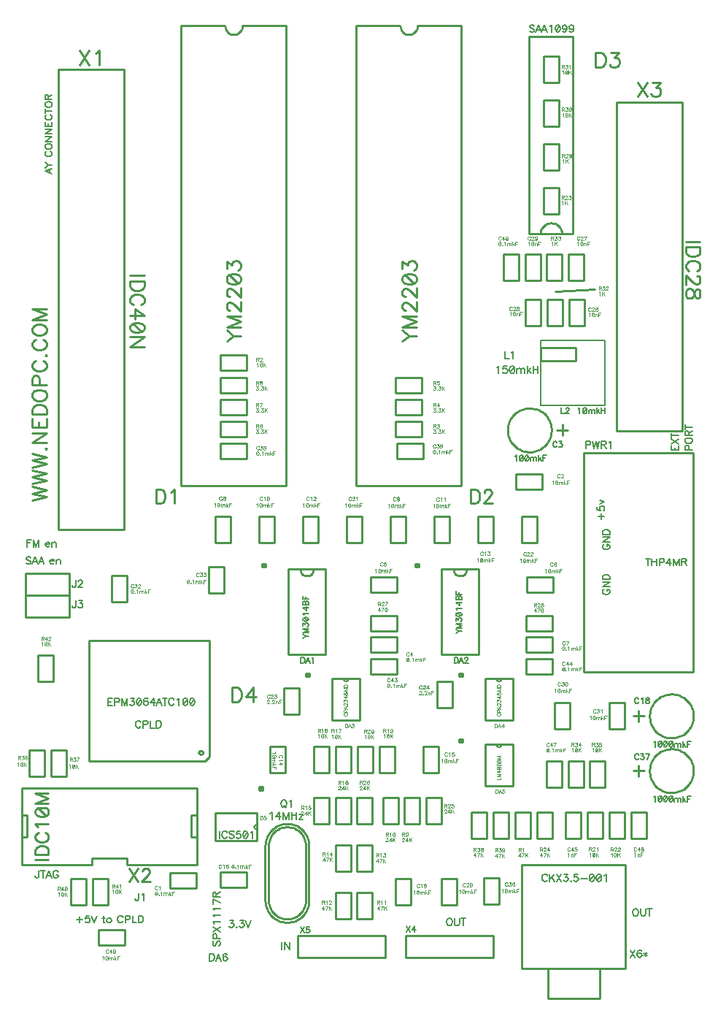
<source format=gto>
G04*
G04  File:            TURBOFMPRO.GTO, Sat May 04 09:19:13 2019*
G04  Source:          P-CAD 2006 PCB, Version 19.02.958, (Z:\home\lvd\d\turbofmpro\pcad\TurboFMpro.pcb)*
G04  Format:          Gerber Format (RS-274-D), ASCII*
G04*
G04  Format Options:  Absolute Positioning*
G04                   Leading-Zero Suppression*
G04                   Scale Factor 1:1*
G04                   NO Circular Interpolation*
G04                   Millimeter Units*
G04                   Numeric Format: 4.4 (XXXX.XXXX)*
G04                   G54 NOT Used for Aperture Change*
G04                   Apertures Embedded*
G04*
G04  File Options:    Offset = (0.000mm,0.000mm)*
G04                   Drill Symbol Size = 2.032mm*
G04                   No Pad/Via Holes*
G04*
G04  File Contents:   Pads*
G04                   Vias*
G04                   Designators*
G04                   Types*
G04                   Values*
G04                   No Drill Symbols*
G04                   Top Silk*
G04*
%INTURBOFMPRO.GTO*%
%ICAS*%
%MOMM*%
G04*
G04  Aperture MACROs for general use --- invoked via D-code assignment *
G04*
G04  General MACRO for flashed round with rotation and/or offset hole *
%AMROTOFFROUND*
1,1,$1,0.0000,0.0000*
1,0,$2,$3,$4*%
G04*
G04  General MACRO for flashed oval (obround) with rotation and/or offset hole *
%AMROTOFFOVAL*
21,1,$1,$2,0.0000,0.0000,$3*
1,1,$4,$5,$6*
1,1,$4,0-$5,0-$6*
1,0,$7,$8,$9*%
G04*
G04  General MACRO for flashed oval (obround) with rotation and no hole *
%AMROTOVALNOHOLE*
21,1,$1,$2,0.0000,0.0000,$3*
1,1,$4,$5,$6*
1,1,$4,0-$5,0-$6*%
G04*
G04  General MACRO for flashed rectangle with rotation and/or offset hole *
%AMROTOFFRECT*
21,1,$1,$2,0.0000,0.0000,$3*
1,0,$4,$5,$6*%
G04*
G04  General MACRO for flashed rectangle with rotation and no hole *
%AMROTRECTNOHOLE*
21,1,$1,$2,0.0000,0.0000,$3*%
G04*
G04  General MACRO for flashed rounded-rectangle *
%AMROUNDRECT*
21,1,$1,$2-$4,0.0000,0.0000,$3*
21,1,$1-$4,$2,0.0000,0.0000,$3*
1,1,$4,$5,$6*
1,1,$4,$7,$8*
1,1,$4,0-$5,0-$6*
1,1,$4,0-$7,0-$8*
1,0,$9,$10,$11*%
G04*
G04  General MACRO for flashed rounded-rectangle with rotation and no hole *
%AMROUNDRECTNOHOLE*
21,1,$1,$2-$4,0.0000,0.0000,$3*
21,1,$1-$4,$2,0.0000,0.0000,$3*
1,1,$4,$5,$6*
1,1,$4,$7,$8*
1,1,$4,0-$5,0-$6*
1,1,$4,0-$7,0-$8*%
G04*
G04  General MACRO for flashed regular polygon *
%AMREGPOLY*
5,1,$1,0.0000,0.0000,$2,$3+$4*
1,0,$5,$6,$7*%
G04*
G04  General MACRO for flashed regular polygon with no hole *
%AMREGPOLYNOHOLE*
5,1,$1,0.0000,0.0000,$2,$3+$4*%
G04*
G04  General MACRO for target *
%AMTARGET*
6,0,0,$1,$2,$3,4,$4,$5,$6*%
G04*
G04  General MACRO for mounting hole *
%AMMTHOLE*
1,1,$1,0,0*
1,0,$2,0,0*
$1=$1-$2*
$1=$1/2*
21,1,$2+$1,$3,0,0,$4*
21,1,$3,$2+$1,0,0,$4*%
G04*
G04*
G04  D10 : "Ellipse X0.254mm Y0.254mm H0.000mm 0.0deg (0.000mm,0.000mm) Draw"*
G04  Disc: OuterDia=0.2540*
%ADD10C, 0.2540*%
G04  D11 : "Ellipse X0.381mm Y0.381mm H0.000mm 0.0deg (0.000mm,0.000mm) Draw"*
G04  Disc: OuterDia=0.3810*
%ADD11C, 0.3810*%
G04  D12 : "Ellipse X0.500mm Y0.500mm H0.000mm 0.0deg (0.000mm,0.000mm) Draw"*
G04  Disc: OuterDia=0.5000*
%ADD12C, 0.5000*%
G04  D13 : "Ellipse X0.100mm Y0.100mm H0.000mm 0.0deg (0.000mm,0.000mm) Draw"*
G04  Disc: OuterDia=0.1000*
%ADD13C, 0.1000*%
G04  D14 : "Ellipse X1.000mm Y1.000mm H0.000mm 0.0deg (0.000mm,0.000mm) Draw"*
G04  Disc: OuterDia=1.0000*
%ADD14C, 1.0000*%
G04  D15 : "Ellipse X0.127mm Y0.127mm H0.000mm 0.0deg (0.000mm,0.000mm) Draw"*
G04  Disc: OuterDia=0.1270*
%ADD15C, 0.1270*%
G04  D16 : "Ellipse X0.150mm Y0.150mm H0.000mm 0.0deg (0.000mm,0.000mm) Draw"*
G04  Disc: OuterDia=0.1500*
%ADD16C, 0.1500*%
G04  D17 : "Ellipse X0.200mm Y0.200mm H0.000mm 0.0deg (0.000mm,0.000mm) Draw"*
G04  Disc: OuterDia=0.2000*
%ADD17C, 0.2000*%
G04  D18 : "Ellipse X0.250mm Y0.250mm H0.000mm 0.0deg (0.000mm,0.000mm) Draw"*
G04  Disc: OuterDia=0.2500*
%ADD18C, 0.2500*%
G04  D19 : "Ellipse X2.581mm Y2.581mm H0.000mm 0.0deg (0.000mm,0.000mm) Flash"*
G04  Disc: OuterDia=2.5810*
%ADD19C, 2.5810*%
G04  D20 : "Ellipse X2.800mm Y2.800mm H0.000mm 0.0deg (0.000mm,0.000mm) Flash"*
G04  Disc: OuterDia=2.8000*
%ADD20C, 2.8000*%
G04  D21 : "Ellipse X3.181mm Y3.181mm H0.000mm 0.0deg (0.000mm,0.000mm) Flash"*
G04  Disc: OuterDia=3.1810*
%ADD21C, 3.1810*%
G04  D22 : "Ellipse X1.500mm Y1.500mm H0.000mm 0.0deg (0.000mm,0.000mm) Flash"*
G04  Disc: OuterDia=1.5000*
%ADD22C, 1.5000*%
G04  D23 : "Ellipse X1.524mm Y1.524mm H0.000mm 0.0deg (0.000mm,0.000mm) Flash"*
G04  Disc: OuterDia=1.5240*
%ADD23C, 1.5240*%
G04  D24 : "Ellipse X1.600mm Y1.600mm H0.000mm 0.0deg (0.000mm,0.000mm) Flash"*
G04  Disc: OuterDia=1.6000*
%ADD24C, 1.6000*%
G04  D25 : "Ellipse X1.700mm Y1.700mm H0.000mm 0.0deg (0.000mm,0.000mm) Flash"*
G04  Disc: OuterDia=1.7000*
%ADD25C, 1.7000*%
G04  D26 : "Ellipse X1.750mm Y1.750mm H0.000mm 0.0deg (0.000mm,0.000mm) Flash"*
G04  Disc: OuterDia=1.7500*
%ADD26C, 1.7500*%
G04  D27 : "Ellipse X1.881mm Y1.881mm H0.000mm 0.0deg (0.000mm,0.000mm) Flash"*
G04  Disc: OuterDia=1.8810*
%ADD27C, 1.8810*%
G04  D28 : "Ellipse X1.905mm Y1.905mm H0.000mm 0.0deg (0.000mm,0.000mm) Flash"*
G04  Disc: OuterDia=1.9050*
%ADD28C, 1.9050*%
G04  D29 : "Ellipse X1.981mm Y1.981mm H0.000mm 0.0deg (0.000mm,0.000mm) Flash"*
G04  Disc: OuterDia=1.9810*
%ADD29C, 1.9810*%
G04  D30 : "Ellipse X2.081mm Y2.081mm H0.000mm 0.0deg (0.000mm,0.000mm) Flash"*
G04  Disc: OuterDia=2.0810*
%ADD30C, 2.0810*%
G04  D31 : "Ellipse X2.131mm Y2.131mm H0.000mm 0.0deg (0.000mm,0.000mm) Flash"*
G04  Disc: OuterDia=2.1310*
%ADD31C, 2.1310*%
G04  D32 : "Ellipse X2.200mm Y2.200mm H0.000mm 0.0deg (0.000mm,0.000mm) Flash"*
G04  Disc: OuterDia=2.2000*
%ADD32C, 2.2000*%
G04  D33 : "Rounded Rectangle X2.800mm Y7.000mm H0.000mm 0.0deg (0.000mm,0.000mm) Flash"*
G04  RoundRct: DimX=2.8000, DimY=7.0000, CornerRad=0.7000, Rotation=0.0, OffsetX=0.0000, OffsetY=0.0000, HoleDia=0.0000 *
%ADD33ROUNDRECTNOHOLE, 2.8000 X7.0000 X0.0 X1.4000 X-0.7000 X-2.8000 X-0.7000 X2.8000*%
G04  D34 : "Rounded Rectangle X3.000mm Y1.600mm H0.000mm 0.0deg (0.000mm,0.000mm) Flash"*
G04  RoundRct: DimX=3.0000, DimY=1.6000, CornerRad=0.4000, Rotation=0.0, OffsetX=0.0000, OffsetY=0.0000, HoleDia=0.0000 *
%ADD34ROUNDRECTNOHOLE, 3.0000 X1.6000 X0.0 X0.8000 X-1.1000 X-0.4000 X-1.1000 X0.4000*%
G04  D35 : "Rounded Rectangle X3.181mm Y7.381mm H0.000mm 0.0deg (0.000mm,0.000mm) Flash"*
G04  RoundRct: DimX=3.1810, DimY=7.3810, CornerRad=0.7953, Rotation=0.0, OffsetX=0.0000, OffsetY=0.0000, HoleDia=0.0000 *
%ADD35ROUNDRECTNOHOLE, 3.1810 X7.3810 X0.0 X1.5905 X-0.7953 X-2.8952 X-0.7953 X2.8952*%
G04  D36 : "Rounded Rectangle X3.381mm Y1.981mm H0.000mm 0.0deg (0.000mm,0.000mm) Flash"*
G04  RoundRct: DimX=3.3810, DimY=1.9810, CornerRad=0.4953, Rotation=0.0, OffsetX=0.0000, OffsetY=0.0000, HoleDia=0.0000 *
%ADD36ROUNDRECTNOHOLE, 3.3810 X1.9810 X0.0 X0.9905 X-1.1953 X-0.4953 X-1.1953 X0.4953*%
G04  D37 : "Rounded Rectangle X6.200mm Y5.800mm H0.000mm 0.0deg (0.000mm,0.000mm) Flash"*
G04  RoundRct: DimX=6.2000, DimY=5.8000, CornerRad=1.4500, Rotation=0.0, OffsetX=0.0000, OffsetY=0.0000, HoleDia=0.0000 *
%ADD37ROUNDRECTNOHOLE, 6.2000 X5.8000 X0.0 X2.9000 X-1.6500 X-1.4500 X-1.6500 X1.4500*%
G04  D38 : "Rounded Rectangle X6.581mm Y6.181mm H0.000mm 0.0deg (0.000mm,0.000mm) Flash"*
G04  RoundRct: DimX=6.5810, DimY=6.1810, CornerRad=1.5453, Rotation=0.0, OffsetX=0.0000, OffsetY=0.0000, HoleDia=0.0000 *
%ADD38ROUNDRECTNOHOLE, 6.5810 X6.1810 X0.0 X3.0905 X-1.7453 X-1.5453 X-1.7453 X1.5453*%
G04  D39 : "Rounded Rectangle X0.635mm Y1.270mm H0.000mm 0.0deg (0.000mm,0.000mm) Flash"*
G04  RoundRct: DimX=0.6350, DimY=1.2700, CornerRad=0.1588, Rotation=0.0, OffsetX=0.0000, OffsetY=0.0000, HoleDia=0.0000 *
%ADD39ROUNDRECTNOHOLE, 0.6350 X1.2700 X0.0 X0.3175 X-0.1588 X-0.4763 X-0.1588 X0.4763*%
G04  D40 : "Rounded Rectangle X1.500mm Y2.000mm H0.000mm 0.0deg (0.000mm,0.000mm) Flash"*
G04  RoundRct: DimX=1.5000, DimY=2.0000, CornerRad=0.3750, Rotation=0.0, OffsetX=0.0000, OffsetY=0.0000, HoleDia=0.0000 *
%ADD40ROUNDRECTNOHOLE, 1.5000 X2.0000 X0.0 X0.7500 X-0.3750 X-0.6250 X-0.3750 X0.6250*%
G04  D41 : "Rounded Rectangle X2.000mm Y1.500mm H0.000mm 0.0deg (0.000mm,0.000mm) Flash"*
G04  RoundRct: DimX=2.0000, DimY=1.5000, CornerRad=0.3750, Rotation=0.0, OffsetX=0.0000, OffsetY=0.0000, HoleDia=0.0000 *
%ADD41ROUNDRECTNOHOLE, 2.0000 X1.5000 X0.0 X0.7500 X-0.6250 X-0.3750 X-0.6250 X0.3750*%
G04  D42 : "Rounded Rectangle X1.600mm Y0.300mm H0.000mm 0.0deg (0.000mm,0.000mm) Flash"*
G04  RoundRct: DimX=1.6000, DimY=0.3000, CornerRad=0.0750, Rotation=0.0, OffsetX=0.0000, OffsetY=0.0000, HoleDia=0.0000 *
%ADD42ROUNDRECTNOHOLE, 1.6000 X0.3000 X0.0 X0.1500 X-0.7250 X-0.0750 X-0.7250 X0.0750*%
G04  D43 : "Rounded Rectangle X0.300mm Y1.600mm H0.000mm 0.0deg (0.000mm,0.000mm) Flash"*
G04  RoundRct: DimX=0.3000, DimY=1.6000, CornerRad=0.0750, Rotation=0.0, OffsetX=0.0000, OffsetY=0.0000, HoleDia=0.0000 *
%ADD43ROUNDRECTNOHOLE, 0.3000 X1.6000 X0.0 X0.1500 X-0.0750 X-0.7250 X-0.0750 X0.7250*%
G04  D44 : "Rounded Rectangle X1.016mm Y1.651mm H0.000mm 0.0deg (0.000mm,0.000mm) Flash"*
G04  RoundRct: DimX=1.0160, DimY=1.6510, CornerRad=0.2540, Rotation=0.0, OffsetX=0.0000, OffsetY=0.0000, HoleDia=0.0000 *
%ADD44ROUNDRECTNOHOLE, 1.0160 X1.6510 X0.0 X0.5080 X-0.2540 X-0.5715 X-0.2540 X0.5715*%
G04  D45 : "Rounded Rectangle X1.881mm Y2.381mm H0.000mm 0.0deg (0.000mm,0.000mm) Flash"*
G04  RoundRct: DimX=1.8810, DimY=2.3810, CornerRad=0.4703, Rotation=0.0, OffsetX=0.0000, OffsetY=0.0000, HoleDia=0.0000 *
%ADD45ROUNDRECTNOHOLE, 1.8810 X2.3810 X0.0 X0.9405 X-0.4703 X-0.7203 X-0.4703 X0.7203*%
G04  D46 : "Rounded Rectangle X2.381mm Y1.881mm H0.000mm 0.0deg (0.000mm,0.000mm) Flash"*
G04  RoundRct: DimX=2.3810, DimY=1.8810, CornerRad=0.4703, Rotation=0.0, OffsetX=0.0000, OffsetY=0.0000, HoleDia=0.0000 *
%ADD46ROUNDRECTNOHOLE, 2.3810 X1.8810 X0.0 X0.9405 X-0.7203 X-0.4703 X-0.7203 X0.4703*%
G04  D47 : "Rounded Rectangle X1.981mm Y0.681mm H0.000mm 0.0deg (0.000mm,0.000mm) Flash"*
G04  RoundRct: DimX=1.9810, DimY=0.6810, CornerRad=0.1703, Rotation=0.0, OffsetX=0.0000, OffsetY=0.0000, HoleDia=0.0000 *
%ADD47ROUNDRECTNOHOLE, 1.9810 X0.6810 X0.0 X0.3405 X-0.8203 X-0.1703 X-0.8203 X0.1703*%
G04  D48 : "Rounded Rectangle X0.681mm Y1.981mm H0.000mm 0.0deg (0.000mm,0.000mm) Flash"*
G04  RoundRct: DimX=0.6810, DimY=1.9810, CornerRad=0.1703, Rotation=0.0, OffsetX=0.0000, OffsetY=0.0000, HoleDia=0.0000 *
%ADD48ROUNDRECTNOHOLE, 0.6810 X1.9810 X0.0 X0.3405 X-0.1703 X-0.8203 X-0.1703 X0.8203*%
G04  D49 : "Rounded Rectangle X2.000mm Y2.000mm H0.000mm 0.0deg (0.000mm,0.000mm) Flash"*
G04  RoundRct: DimX=2.0000, DimY=2.0000, CornerRad=0.5000, Rotation=0.0, OffsetX=0.0000, OffsetY=0.0000, HoleDia=0.0000 *
%ADD49ROUNDRECTNOHOLE, 2.0000 X2.0000 X0.0 X1.0000 X-0.5000 X-0.5000 X-0.5000 X0.5000*%
G04  D50 : "Rounded Rectangle X2.032mm Y0.660mm H0.000mm 0.0deg (0.000mm,0.000mm) Flash"*
G04  RoundRct: DimX=2.0320, DimY=0.6604, CornerRad=0.1651, Rotation=0.0, OffsetX=0.0000, OffsetY=0.0000, HoleDia=0.0000 *
%ADD50ROUNDRECTNOHOLE, 2.0320 X0.6604 X0.0 X0.3302 X-0.8509 X-0.1651 X-0.8509 X0.1651*%
G04  D51 : "Rounded Rectangle X0.660mm Y2.032mm H0.000mm 0.0deg (0.000mm,0.000mm) Flash"*
G04  RoundRct: DimX=0.6604, DimY=2.0320, CornerRad=0.1651, Rotation=0.0, OffsetX=0.0000, OffsetY=0.0000, HoleDia=0.0000 *
%ADD51ROUNDRECTNOHOLE, 0.6604 X2.0320 X0.0 X0.3302 X-0.1651 X-0.8509 X-0.1651 X0.8509*%
G04  D52 : "Rounded Rectangle X2.381mm Y2.381mm H0.000mm 0.0deg (0.000mm,0.000mm) Flash"*
G04  RoundRct: DimX=2.3810, DimY=2.3810, CornerRad=0.5953, Rotation=0.0, OffsetX=0.0000, OffsetY=0.0000, HoleDia=0.0000 *
%ADD52ROUNDRECTNOHOLE, 2.3810 X2.3810 X0.0 X1.1905 X-0.5953 X-0.5953 X-0.5953 X0.5953*%
G04  D53 : "Rounded Rectangle X2.413mm Y1.041mm H0.000mm 0.0deg (0.000mm,0.000mm) Flash"*
G04  RoundRct: DimX=2.4130, DimY=1.0414, CornerRad=0.2604, Rotation=0.0, OffsetX=0.0000, OffsetY=0.0000, HoleDia=0.0000 *
%ADD53ROUNDRECTNOHOLE, 2.4130 X1.0414 X0.0 X0.5207 X-0.9462 X-0.2604 X-0.9462 X0.2604*%
G04  D54 : "Rounded Rectangle X1.041mm Y2.413mm H0.000mm 0.0deg (0.000mm,0.000mm) Flash"*
G04  RoundRct: DimX=1.0414, DimY=2.4130, CornerRad=0.2604, Rotation=0.0, OffsetX=0.0000, OffsetY=0.0000, HoleDia=0.0000 *
%ADD54ROUNDRECTNOHOLE, 1.0414 X2.4130 X0.0 X0.5207 X-0.2604 X-0.9462 X-0.2604 X0.9462*%
G04  D55 : "Rectangle X1.500mm Y1.500mm H0.000mm 0.0deg (0.000mm,0.000mm) Flash"*
G04  Square: Side=1.5000, Rotation=0.0, OffsetX=0.0000, OffsetY=0.0000, HoleDia=0.0000*
%ADD55R, 1.5000 X1.5000*%
G04  D56 : "Rectangle X1.524mm Y1.524mm H0.000mm 0.0deg (0.000mm,0.000mm) Flash"*
G04  Square: Side=1.5240, Rotation=0.0, OffsetX=0.0000, OffsetY=0.0000, HoleDia=0.0000*
%ADD56R, 1.5240 X1.5240*%
G04  D57 : "Rectangle X1.600mm Y1.600mm H0.000mm 0.0deg (0.000mm,0.000mm) Flash"*
G04  Square: Side=1.6000, Rotation=0.0, OffsetX=0.0000, OffsetY=0.0000, HoleDia=0.0000*
%ADD57R, 1.6000 X1.6000*%
G04  D58 : "Rectangle X1.700mm Y1.700mm H0.000mm 0.0deg (0.000mm,0.000mm) Flash"*
G04  Square: Side=1.7000, Rotation=0.0, OffsetX=0.0000, OffsetY=0.0000, HoleDia=0.0000*
%ADD58R, 1.7000 X1.7000*%
G04  D59 : "Rectangle X1.750mm Y1.750mm H0.000mm 0.0deg (0.000mm,0.000mm) Flash"*
G04  Square: Side=1.7500, Rotation=0.0, OffsetX=0.0000, OffsetY=0.0000, HoleDia=0.0000*
%ADD59R, 1.7500 X1.7500*%
G04  D60 : "Rectangle X1.881mm Y1.881mm H0.000mm 0.0deg (0.000mm,0.000mm) Flash"*
G04  Square: Side=1.8810, Rotation=0.0, OffsetX=0.0000, OffsetY=0.0000, HoleDia=0.0000*
%ADD60R, 1.8810 X1.8810*%
G04  D61 : "Rectangle X1.905mm Y1.905mm H0.000mm 0.0deg (0.000mm,0.000mm) Flash"*
G04  Square: Side=1.9050, Rotation=0.0, OffsetX=0.0000, OffsetY=0.0000, HoleDia=0.0000*
%ADD61R, 1.9050 X1.9050*%
G04  D62 : "Rectangle X1.981mm Y1.981mm H0.000mm 0.0deg (0.000mm,0.000mm) Flash"*
G04  Square: Side=1.9810, Rotation=0.0, OffsetX=0.0000, OffsetY=0.0000, HoleDia=0.0000*
%ADD62R, 1.9810 X1.9810*%
G04  D63 : "Rectangle X2.081mm Y2.081mm H0.000mm 0.0deg (0.000mm,0.000mm) Flash"*
G04  Square: Side=2.0810, Rotation=0.0, OffsetX=0.0000, OffsetY=0.0000, HoleDia=0.0000*
%ADD63R, 2.0810 X2.0810*%
G04  D64 : "Rectangle X2.131mm Y2.131mm H0.000mm 0.0deg (0.000mm,0.000mm) Flash"*
G04  Square: Side=2.1310, Rotation=0.0, OffsetX=0.0000, OffsetY=0.0000, HoleDia=0.0000*
%ADD64R, 2.1310 X2.1310*%
G04  D65 : "Ellipse X2.900mm Y2.900mm H0.000mm 0.0deg (0.000mm,0.000mm) Flash"*
G04  Disc: OuterDia=2.9000*
%ADD65C, 2.9000*%
G04  D66 : "Ellipse X3.281mm Y3.281mm H0.000mm 0.0deg (0.000mm,0.000mm) Flash"*
G04  Disc: OuterDia=3.2810*
%ADD66C, 3.2810*%
G04  D67 : "Ellipse X4.500mm Y4.500mm H0.000mm 0.0deg (0.000mm,0.000mm) Flash"*
G04  Disc: OuterDia=4.5000*
%ADD67C, 4.5000*%
G04  D68 : "Ellipse X4.881mm Y4.881mm H0.000mm 0.0deg (0.000mm,0.000mm) Flash"*
G04  Disc: OuterDia=4.8810*
%ADD68C, 4.8810*%
G04  D69 : "Ellipse X1.016mm Y1.016mm H0.000mm 0.0deg (0.000mm,0.000mm) Flash"*
G04  Disc: OuterDia=1.0160*
%ADD69C, 1.0160*%
G04  D70 : "Ellipse X1.397mm Y1.397mm H0.000mm 0.0deg (0.000mm,0.000mm) Flash"*
G04  Disc: OuterDia=1.3970*
%ADD70C, 1.3970*%
G04*
%FSLAX44Y44*%
%SFA1B1*%
%OFA0.000B0.000*%
G04*
G71*
G90*
G01*
D2*
%LNTop Silk*%
D15*
X2178490Y1156968*
X2173331D1*
Y1148634*
Y1153000D2*
X2176506D1*
X2186825Y1148634D2*
Y1156968D1*
X2183650Y1148634*
X2180475Y1156968*
Y1148634*
X2194762Y1151809D2*
X2199525D1*
Y1152603*
X2199128Y1153397*
X2198731Y1153793*
X2197937Y1154190*
X2196747*
X2195953Y1153793*
X2195159Y1153000*
X2194762Y1151809*
Y1151015*
X2195159Y1149825*
X2195953Y1149031*
X2196747Y1148634*
X2197937*
X2198731Y1149031*
X2199525Y1149825*
X2202303Y1154190D2*
Y1148634D1*
Y1152603D2*
X2203493Y1153793D1*
X2204287Y1154190*
X2205478*
X2206271Y1153793*
X2206668Y1152603*
Y1148634*
X2305143Y945128D2*
X2304746Y945921D1*
X2303953Y946715*
X2303159Y947112*
X2301571*
X2300778Y946715*
X2299984Y945921*
X2299587Y945128*
X2299190Y943937*
Y941953*
X2299587Y940762*
X2299984Y939968*
X2300778Y939175*
X2301571Y938778*
X2303159*
X2303953Y939175*
X2304746Y939968*
X2305143Y940762*
X2307921Y942746D2*
X2311493D1*
X2312684Y943143*
X2313081Y943540*
X2313478Y944334*
Y945525*
X2313081Y946318*
X2312684Y946715*
X2311493Y947112*
X2307921*
Y938778*
X2316256Y947112D2*
Y938778D1*
X2321018*
X2323003Y947112D2*
Y938778D1*
X2325781*
X2326971Y939175*
X2327765Y939968*
X2328162Y940762*
X2328559Y941953*
Y943937*
X2328162Y945128*
X2327765Y945921*
X2326971Y946715*
X2325781Y947112*
X2323003*
X2843015Y1099443D2*
X2842221Y1099046D1*
X2841428Y1098253*
X2841031Y1097459*
Y1095871*
X2841428Y1095078*
X2842221Y1094284*
X2843015Y1093887*
X2844206Y1093490*
X2846190*
X2847381Y1093887*
X2848174Y1094284*
X2848968Y1095078*
X2849365Y1095871*
Y1097459*
X2848968Y1098253*
X2848174Y1099046*
X2847381Y1099443*
X2846190*
Y1097459*
X2841031Y1107778D2*
X2849365D1*
X2841031Y1102221*
X2849365*
X2841031Y1110953D2*
X2849365D1*
Y1113731*
X2848968Y1114921*
X2848174Y1115715*
X2847381Y1116112*
X2846190Y1116509*
X2844206*
X2843015Y1116112*
X2842221Y1115715*
X2841428Y1114921*
X2841031Y1113731*
Y1110953*
X2836059Y1183940D2*
X2843320D1*
X2839689Y1180310D2*
Y1187571D1*
X2834849Y1195235D2*
Y1191201D1*
X2838479Y1190798*
X2838076Y1191201*
X2837672Y1192411*
Y1193621*
X2838076Y1194832*
X2838882Y1195638*
X2840092Y1196042*
X2840899*
X2842109Y1195638*
X2842916Y1194832*
X2843320Y1193621*
Y1192411*
X2842916Y1191201*
X2842513Y1190798*
X2841706Y1190394*
X2837672Y1198059D2*
X2843320Y1200479D1*
X2837672Y1202899*
X2921012Y1265746D2*
Y1260587D1*
X2929346*
Y1265746*
X2924981Y1260587D2*
Y1263762D1*
X2921012Y1267731D2*
X2929346Y1273287D1*
X2921012D2*
X2929346Y1267731D1*
X2921012Y1277653D2*
X2929346D1*
X2921012Y1274874D2*
Y1280431D1*
X2941253Y1260587D2*
Y1264159D1*
X2940856Y1265350*
X2940459Y1265746*
X2939665Y1266143*
X2938475*
X2937681Y1265746*
X2937284Y1265350*
X2936887Y1264159*
Y1260587*
X2945221*
X2936887Y1270906D2*
X2937284Y1270112D1*
X2938078Y1269318*
X2938871Y1268921*
X2940062Y1268524*
X2942046*
X2943237Y1268921*
X2944031Y1269318*
X2944825Y1270112*
X2945221Y1270906*
Y1272493*
X2944825Y1273287*
X2944031Y1274081*
X2943237Y1274478*
X2942046Y1274874*
X2940062*
X2938871Y1274478*
X2938078Y1274081*
X2937284Y1273287*
X2936887Y1272493*
Y1270906*
X2940856Y1277653D2*
Y1281224D1*
X2940459Y1282415*
X2940062Y1282812*
X2939268Y1283209*
X2938475*
X2937681Y1282812*
X2937284Y1282415*
X2936887Y1281224*
Y1277653*
X2945221*
X2940856Y1280431D2*
X2945221Y1283209D1*
X2936887Y1287575D2*
X2945221D1*
X2936887Y1284796D2*
Y1290353D1*
X2202353Y1587142D2*
X2193983Y1583954D1*
X2202353Y1580765*
X2199563Y1581961D2*
Y1585947D1*
X2193983Y1587939D2*
X2197969Y1591128D1*
X2202353*
X2193983Y1594317D2*
X2197969Y1591128D1*
X2195976Y1607071D2*
X2195179Y1606672D1*
X2194382Y1605875*
X2193983Y1605078*
Y1603484*
X2194382Y1602687*
X2195179Y1601889*
X2195976Y1601491*
X2197172Y1601092*
X2199165*
X2200360Y1601491*
X2201157Y1601889*
X2201955Y1602687*
X2202353Y1603484*
Y1605078*
X2201955Y1605875*
X2201157Y1606672*
X2200360Y1607071*
X2193983Y1611854D2*
X2194382Y1611057D1*
X2195179Y1610259*
X2195976Y1609861*
X2197172Y1609462*
X2199165*
X2200360Y1609861*
X2201157Y1610259*
X2201955Y1611057*
X2202353Y1611854*
Y1613448*
X2201955Y1614245*
X2201157Y1615042*
X2200360Y1615441*
X2199165Y1615839*
X2197172*
X2195976Y1615441*
X2195179Y1615042*
X2194382Y1614245*
X2193983Y1613448*
Y1611854*
Y1624209D2*
X2202353D1*
X2193983Y1618629*
X2202353*
X2193983Y1632978D2*
X2202353D1*
X2193983Y1627398*
X2202353*
X2193983Y1641348D2*
Y1636167D1*
X2202353*
Y1641348*
X2197969Y1636167D2*
Y1639355D1*
X2195976Y1649319D2*
X2195179Y1648921D1*
X2194382Y1648124*
X2193983Y1647327*
Y1645732*
X2194382Y1644935*
X2195179Y1644138*
X2195976Y1643739*
X2197172Y1643341*
X2199165*
X2200360Y1643739*
X2201157Y1644138*
X2201955Y1644935*
X2202353Y1645732*
Y1647327*
X2201955Y1648124*
X2201157Y1648921*
X2200360Y1649319*
X2193983Y1653704D2*
X2202353D1*
X2193983Y1650914D2*
Y1656494D1*
Y1660479D2*
X2194382Y1659682D1*
X2195179Y1658885*
X2195976Y1658487*
X2197172Y1658088*
X2199165*
X2200360Y1658487*
X2201157Y1658885*
X2201955Y1659682*
X2202353Y1660479*
Y1662074*
X2201955Y1662871*
X2201157Y1663668*
X2200360Y1664067*
X2199165Y1664465*
X2197172*
X2195976Y1664067*
X2195179Y1663668*
X2194382Y1662871*
X2193983Y1662074*
Y1660479*
X2197969Y1667255D2*
Y1670842D1*
X2197570Y1672038*
X2197172Y1672437*
X2196375Y1672835*
X2195577*
X2194780Y1672437*
X2194382Y1672038*
X2193983Y1670842*
Y1667255*
X2202353*
X2197969Y1670045D2*
X2202353Y1672835D1*
X2468642Y690495D2*
Y681873D1*
X2477674Y690495D2*
Y681873D1*
X2471926Y690495*
Y681873*
X2843015Y1151443D2*
X2842221Y1151046D1*
X2841428Y1150253*
X2841031Y1149459*
Y1147871*
X2841428Y1147078*
X2842221Y1146284*
X2843015Y1145887*
X2844206Y1145490*
X2846190*
X2847381Y1145887*
X2848174Y1146284*
X2848968Y1147078*
X2849365Y1147871*
Y1149459*
X2848968Y1150253*
X2848174Y1151046*
X2847381Y1151443*
X2846190*
Y1149459*
X2841031Y1159778D2*
X2849365D1*
X2841031Y1154221*
X2849365*
X2841031Y1162953D2*
X2849365D1*
Y1165731*
X2848968Y1166921*
X2848174Y1167715*
X2847381Y1168112*
X2846190Y1168509*
X2844206*
X2843015Y1168112*
X2842221Y1167715*
X2841428Y1166921*
X2841031Y1165731*
Y1162953*
D2*
D10*
X2178984Y1202483*
X2195711Y1206466D1*
X2178984Y1210449*
X2195711Y1214431*
X2178984Y1218414*
Y1221600D2*
X2195711Y1225583D1*
X2178984Y1229566*
X2195711Y1233548*
X2178984Y1237531*
Y1240717D2*
X2195711Y1244700D1*
X2178984Y1248683*
X2195711Y1252666*
X2178984Y1256648*
X2194118Y1262224D2*
X2194915Y1261428D1*
X2195711Y1262224*
X2194915Y1263021*
X2194118Y1262224*
X2178984Y1280545D2*
X2195711D1*
X2178984Y1269393*
X2195711*
X2178984Y1297272D2*
Y1286917D1*
X2195711*
Y1297272*
X2186949Y1286917D2*
Y1293289D1*
X2178984Y1302051D2*
X2195711D1*
Y1307627*
X2194915Y1310017*
X2193322Y1311610*
X2191728Y1312406*
X2189339Y1313203*
X2185356*
X2182966Y1312406*
X2181373Y1311610*
X2179780Y1310017*
X2178984Y1307627*
Y1302051*
Y1322762D2*
X2179780Y1321168D1*
X2181373Y1319575*
X2182966Y1318779*
X2185356Y1317982*
X2189339*
X2191728Y1318779*
X2193322Y1319575*
X2194915Y1321168*
X2195711Y1322762*
Y1325948*
X2194915Y1327541*
X2193322Y1329134*
X2191728Y1329930*
X2189339Y1330727*
X2185356*
X2182966Y1329930*
X2181373Y1329134*
X2179780Y1327541*
X2178984Y1325948*
Y1322762*
X2187746Y1336303D2*
Y1343472D1*
X2186949Y1345861*
X2186153Y1346658*
X2184560Y1347454*
X2182170*
X2180577Y1346658*
X2179780Y1345861*
X2178984Y1343472*
Y1336303*
X2195711*
X2182966Y1364182D2*
X2181373Y1363385D1*
X2179780Y1361792*
X2178984Y1360199*
Y1357013*
X2179780Y1355420*
X2181373Y1353827*
X2182966Y1353030*
X2185356Y1352234*
X2189339*
X2191728Y1353030*
X2193322Y1353827*
X2194915Y1355420*
X2195711Y1357013*
Y1360199*
X2194915Y1361792*
X2193322Y1363385*
X2191728Y1364182*
X2194118Y1370554D2*
X2194915Y1369758D1*
X2195711Y1370554*
X2194915Y1371351*
X2194118Y1370554*
X2182966Y1388875D2*
X2181373Y1388078D1*
X2179780Y1386485*
X2178984Y1384892*
Y1381706*
X2179780Y1380113*
X2181373Y1378520*
X2182966Y1377723*
X2185356Y1376927*
X2189339*
X2191728Y1377723*
X2193322Y1378520*
X2194915Y1380113*
X2195711Y1381706*
Y1384892*
X2194915Y1386485*
X2193322Y1388078*
X2191728Y1388875*
X2178984Y1398433D2*
X2179780Y1396840D1*
X2181373Y1395247*
X2182966Y1394450*
X2185356Y1393654*
X2189339*
X2191728Y1394450*
X2193322Y1395247*
X2194915Y1396840*
X2195711Y1398433*
Y1401619*
X2194915Y1403212*
X2193322Y1404806*
X2191728Y1405602*
X2189339Y1406399*
X2185356*
X2182966Y1405602*
X2181373Y1404806*
X2179780Y1403212*
X2178984Y1401619*
Y1398433*
X2195711Y1424719D2*
X2178984D1*
X2195711Y1418347*
X2178984Y1411974*
X2195711*
D2*
D15*
X2662571Y718112*
X2661778Y717715D1*
X2660984Y716921*
X2660587Y716128*
X2660190Y714937*
Y712953*
X2660587Y711762*
X2660984Y710968*
X2661778Y710175*
X2662571Y709778*
X2664159*
X2664953Y710175*
X2665746Y710968*
X2666143Y711762*
X2666540Y712953*
Y714937*
X2666143Y716128*
X2665746Y716921*
X2664953Y717715*
X2664159Y718112*
X2662571*
X2669318D2*
Y712159D1*
X2669715Y710968*
X2670509Y710175*
X2671699Y709778*
X2672493*
X2673684Y710175*
X2674478Y710968*
X2674874Y712159*
Y718112*
X2679637D2*
Y709778D1*
X2676859Y718112D2*
X2682415D1*
X2878571Y729112D2*
X2877778Y728715D1*
X2876984Y727921*
X2876587Y727128*
X2876190Y725937*
Y723953*
X2876587Y722762*
X2876984Y721968*
X2877778Y721175*
X2878571Y720778*
X2880159*
X2880953Y721175*
X2881746Y721968*
X2882143Y722762*
X2882540Y723953*
Y725937*
X2882143Y727128*
X2881746Y727921*
X2880953Y728715*
X2880159Y729112*
X2878571*
X2885318D2*
Y723159D1*
X2885715Y721968*
X2886509Y721175*
X2887699Y720778*
X2888493*
X2889684Y721175*
X2890478Y721968*
X2890874Y723159*
Y729112*
X2895637D2*
Y720778D1*
X2892859Y729112D2*
X2898415D1*
X2186830Y773271D2*
Y766830D1*
X2186427Y765622*
X2186025Y765220*
X2185220Y764817*
X2184415*
X2183610Y765220*
X2183207Y765622*
X2182805Y766830*
Y767635*
X2191661Y773271D2*
Y764817D1*
X2188843Y773271D2*
X2194478D1*
X2201724Y764817D2*
X2198504Y773271D1*
X2195283Y764817*
X2196491Y767635D2*
X2200517D1*
X2209372Y771258D2*
X2208970Y772063D1*
X2208165Y772868*
X2207360Y773271*
X2205750*
X2204945Y772868*
X2204139Y772063*
X2203737Y771258*
X2203334Y770050*
Y768038*
X2203737Y766830*
X2204139Y766025*
X2204945Y765220*
X2205750Y764817*
X2207360*
X2208165Y765220*
X2208970Y766025*
X2209372Y766830*
Y768038*
X2207360*
D2*
D10*
X2786000Y1445000*
X2832000Y1447000D1*
D2*
D15*
X2177776Y1135872*
X2176975Y1136674D1*
X2175773Y1137074*
X2174171*
X2172969Y1136674*
X2172167Y1135872*
Y1135071*
X2172568Y1134270*
X2172969Y1133869*
X2173770Y1133468*
X2176174Y1132667*
X2176975Y1132266*
X2177376Y1131866*
X2177776Y1131064*
Y1129862*
X2176975Y1129061*
X2175773Y1128660*
X2174171*
X2172969Y1129061*
X2172167Y1129862*
X2185789Y1128660D2*
X2182584Y1137074D1*
X2179379Y1128660*
X2180581Y1131465D2*
X2184587D1*
X2193001Y1128660D2*
X2189796Y1137074D1*
X2186591Y1128660*
X2187793Y1131465D2*
X2191799D1*
X2199812Y1131866D2*
X2204620D1*
Y1132667*
X2204220Y1133468*
X2203819Y1133869*
X2203018Y1134270*
X2201816*
X2201014Y1133869*
X2200213Y1133068*
X2199812Y1131866*
Y1131064*
X2200213Y1129862*
X2201014Y1129061*
X2201816Y1128660*
X2203018*
X2203819Y1129061*
X2204620Y1129862*
X2207425Y1134270D2*
Y1128660D1*
Y1132667D2*
X2208627Y1133869D1*
X2209428Y1134270*
X2210630*
X2211431Y1133869*
X2211832Y1132667*
Y1128660*
D2*
D18*
X2409190Y1183640*
X2391410D1*
Y1153160D2*
X2409190D1*
X2391410Y1183640D2*
Y1153160D1*
X2409190D2*
Y1183640D1*
D2*
D10*
D13*
X2399193Y1206117*
X2398989Y1206524D1*
X2398583Y1206930*
X2398176Y1207134*
X2397362*
X2396955Y1206930*
X2396549Y1206524*
X2396345Y1206117*
X2396142Y1205507*
Y1204490*
X2396345Y1203879*
X2396549Y1203473*
X2396955Y1203066*
X2397362Y1202862*
X2398176*
X2398583Y1203066*
X2398989Y1203473*
X2399193Y1203879*
X2401430Y1207134D2*
X2400820Y1206930D1*
X2400617Y1206524*
Y1206117*
X2400820Y1205710*
X2401227Y1205507*
X2402040Y1205303*
X2402651Y1205100*
X2403057Y1204693*
X2403261Y1204286*
Y1203676*
X2403057Y1203269*
X2402854Y1203066*
X2402244Y1202862*
X2401430*
X2400820Y1203066*
X2400617Y1203269*
X2400413Y1203676*
Y1204286*
X2400617Y1204693*
X2401023Y1205100*
X2401634Y1205303*
X2402447Y1205507*
X2402854Y1205710*
X2403057Y1206117*
Y1206524*
X2402854Y1206930*
X2402244Y1207134*
X2401430*
X2390384Y1198627D2*
X2390784Y1198827D1*
X2391385Y1199428*
Y1195221*
X2394992Y1199428D2*
X2394391Y1199228D1*
X2393990Y1198627*
X2393790Y1197625*
Y1197024*
X2393990Y1196022*
X2394391Y1195421*
X2394992Y1195221*
X2395392*
X2395993Y1195421*
X2396394Y1196022*
X2396594Y1197024*
Y1197625*
X2396394Y1198627*
X2395993Y1199228*
X2395392Y1199428*
X2394992*
X2396394Y1198627D2*
X2393990Y1196022D1*
X2397997Y1198026D2*
Y1195221D1*
Y1197225D2*
X2398598Y1197826D1*
X2398999Y1198026*
X2399600*
X2400000Y1197826*
X2400201Y1197225*
Y1195221*
Y1197225D2*
X2400802Y1197826D1*
X2401202Y1198026*
X2401803*
X2402204Y1197826*
X2402404Y1197225*
Y1195221*
X2404007Y1199428D2*
Y1195221D1*
X2406011Y1198026D2*
X2404007Y1196022D1*
X2404809Y1196824D2*
X2406211Y1195221D1*
X2410018Y1199428D2*
X2407413D1*
Y1195221*
Y1197425D2*
X2409016D1*
D2*
D18*
X2556110Y772260*
X2573890D1*
Y802740D2*
X2556110D1*
X2573890Y772260D2*
Y802740D1*
X2556110D2*
Y772260D1*
D2*
D10*
D13*
X2578416Y791433*
X2580232D1*
X2580837Y791634*
X2581039Y791836*
X2581241Y792240*
Y792643*
X2581039Y793047*
X2580837Y793248*
X2580232Y793450*
X2578416*
Y789213*
X2579829Y791433D2*
X2581241Y789213D1*
X2583057Y792643D2*
X2583460Y792845D1*
X2584065Y793450*
Y789213*
X2586890Y793450D2*
X2589109D1*
X2587898Y791836*
X2588504*
X2588907Y791634*
X2589109Y791433*
X2589311Y790827*
Y790424*
X2589109Y789819*
X2588705Y789415*
X2588100Y789213*
X2587495*
X2586890Y789415*
X2586688Y789617*
X2586486Y790020*
X2580232Y782863D2*
Y787100D1*
X2578215Y784276*
X2581241*
X2583057Y782863D2*
X2585074Y787100D1*
X2582250*
X2586486D2*
Y782863D1*
X2589311Y787100D2*
X2586486Y784276D1*
X2587495Y785284D2*
X2589311Y782863D1*
D2*
D18*
X2531110Y772260*
X2548890D1*
Y802740D2*
X2531110D1*
X2548890Y772260D2*
Y802740D1*
X2531110D2*
Y772260D1*
D2*
D10*
D13*
X2516416Y792433*
X2518232D1*
X2518837Y792634*
X2519039Y792836*
X2519241Y793240*
Y793643*
X2519039Y794047*
X2518837Y794248*
X2518232Y794450*
X2516416*
Y790213*
X2517829Y792433D2*
X2519241Y790213D1*
X2521057Y793643D2*
X2521460Y793845D1*
X2522065Y794450*
Y790213*
X2526504D2*
Y794450D1*
X2524486Y791626*
X2527512*
X2518232Y783863D2*
Y788100D1*
X2516215Y785276*
X2519241*
X2521057Y783863D2*
X2523074Y788100D1*
X2520250*
X2524486D2*
Y783863D1*
X2527311Y788100D2*
X2524486Y785276D1*
X2525495Y786284D2*
X2527311Y783863D1*
D2*
D18*
X2561590Y1183640*
X2543810D1*
Y1153160D2*
X2561590D1*
X2543810Y1183640D2*
Y1153160D1*
X2561590D2*
Y1183640D1*
D2*
D10*
D13*
X2549179Y1205479*
X2548977Y1205882D1*
X2548573Y1206286*
X2548170Y1206488*
X2547363*
X2546959Y1206286*
X2546556Y1205882*
X2546354Y1205479*
X2546152Y1204874*
Y1203865*
X2546354Y1203260*
X2546556Y1202856*
X2546959Y1202453*
X2547363Y1202251*
X2548170*
X2548573Y1202453*
X2548977Y1202856*
X2549179Y1203260*
X2550591Y1205479D2*
Y1205681D1*
X2550793Y1206084*
X2550994Y1206286*
X2551398Y1206488*
X2552205*
X2552608Y1206286*
X2552810Y1206084*
X2553012Y1205681*
Y1205277*
X2552810Y1204874*
X2552406Y1204268*
X2550389Y1202251*
X2553213*
X2555029Y1205681D2*
X2555433Y1205882D1*
X2556038Y1206488*
Y1202251*
X2542384Y1198027D2*
X2542784Y1198227D1*
X2543385Y1198828*
Y1194621*
X2546992Y1198828D2*
X2546391Y1198628D1*
X2545990Y1198027*
X2545790Y1197025*
Y1196424*
X2545990Y1195422*
X2546391Y1194821*
X2546992Y1194621*
X2547392*
X2547993Y1194821*
X2548394Y1195422*
X2548594Y1196424*
Y1197025*
X2548394Y1198027*
X2547993Y1198628*
X2547392Y1198828*
X2546992*
X2548394Y1198027D2*
X2545990Y1195422D1*
X2549997Y1197426D2*
Y1194621D1*
Y1196625D2*
X2550598Y1197226D1*
X2550999Y1197426*
X2551600*
X2552000Y1197226*
X2552201Y1196625*
Y1194621*
Y1196625D2*
X2552802Y1197226D1*
X2553202Y1197426*
X2553803*
X2554204Y1197226*
X2554404Y1196625*
Y1194621*
X2556007Y1198828D2*
Y1194621D1*
X2558011Y1197426D2*
X2556007Y1195422D1*
X2556809Y1196224D2*
X2558211Y1194621D1*
X2562018Y1198828D2*
X2559413D1*
Y1194621*
Y1196825D2*
X2561016D1*
D2*
D18*
X2631440Y1326710*
Y1344490D1*
X2600960D2*
Y1326710D1*
X2631440Y1344490D2*
X2600960D1*
Y1326710D2*
X2631440D1*
D2*
D10*
D13*
X2644723Y1338862*
X2646554D1*
X2647164Y1339066*
X2647367Y1339269*
X2647571Y1339676*
Y1340083*
X2647367Y1340489*
X2647164Y1340693*
X2646554Y1340896*
X2644723*
Y1336625*
X2646147Y1338862D2*
X2647571Y1336625D1*
X2651232Y1340896D2*
X2649198D1*
X2648994Y1339066*
X2649198Y1339269*
X2649808Y1339472*
X2650418*
X2651028Y1339269*
X2651435Y1338862*
X2651639Y1338252*
Y1337845*
X2651435Y1337235*
X2651028Y1336828*
X2650418Y1336625*
X2649808*
X2649198Y1336828*
X2648994Y1337032*
X2648791Y1337438*
X2644916Y1334487D2*
X2647130D1*
X2645922Y1332877*
X2646526*
X2646929Y1332675*
X2647130Y1332474*
X2647331Y1331870*
Y1331468*
X2647130Y1330864*
X2646727Y1330461*
X2646123Y1330260*
X2645520*
X2644916Y1330461*
X2644715Y1330663*
X2644513Y1331065*
X2648941Y1330663D2*
X2648740Y1330461D1*
X2648941Y1330260*
X2649143Y1330461*
X2648941Y1330663*
X2650954Y1334487D2*
X2653168D1*
X2651960Y1332877*
X2652564*
X2652967Y1332675*
X2653168Y1332474*
X2653369Y1331870*
Y1331468*
X2653168Y1330864*
X2652765Y1330461*
X2652162Y1330260*
X2651558*
X2650954Y1330461*
X2650753Y1330663*
X2650551Y1331065*
X2654778Y1334487D2*
Y1330260D1*
X2657596Y1334487D2*
X2654778Y1331669D1*
X2655784Y1332675D2*
X2657596Y1330260D1*
D2*
D18*
X2631440Y1301310*
Y1319090D1*
X2600960D2*
Y1301310D1*
X2631440Y1319090D2*
X2600960D1*
Y1301310D2*
X2631440D1*
D2*
D10*
D13*
X2644723Y1313262*
X2646554D1*
X2647164Y1313466*
X2647367Y1313669*
X2647571Y1314076*
Y1314483*
X2647367Y1314889*
X2647164Y1315093*
X2646554Y1315296*
X2644723*
Y1311025*
X2646147Y1313262D2*
X2647571Y1311025D1*
X2650825D2*
Y1315296D1*
X2648791Y1312449*
X2651842*
X2644916Y1308887D2*
X2647130D1*
X2645922Y1307277*
X2646526*
X2646929Y1307075*
X2647130Y1306874*
X2647331Y1306270*
Y1305868*
X2647130Y1305264*
X2646727Y1304861*
X2646123Y1304660*
X2645520*
X2644916Y1304861*
X2644715Y1305063*
X2644513Y1305465*
X2648941Y1305063D2*
X2648740Y1304861D1*
X2648941Y1304660*
X2649143Y1304861*
X2648941Y1305063*
X2650954Y1308887D2*
X2653168D1*
X2651960Y1307277*
X2652564*
X2652967Y1307075*
X2653168Y1306874*
X2653369Y1306270*
Y1305868*
X2653168Y1305264*
X2652765Y1304861*
X2652162Y1304660*
X2651558*
X2650954Y1304861*
X2650753Y1305063*
X2650551Y1305465*
X2654778Y1308887D2*
Y1304660D1*
X2657596Y1308887D2*
X2654778Y1306069D1*
X2655784Y1307075D2*
X2657596Y1304660D1*
D2*
D18*
X2753360Y1113790*
Y1096010D1*
X2783840D2*
Y1113790D1*
X2753360Y1096010D2*
X2783840D1*
Y1113790D2*
X2753360D1*
D2*
D10*
D13*
X2783193Y1129717*
X2782989Y1130124D1*
X2782583Y1130530*
X2782176Y1130734*
X2781362*
X2780955Y1130530*
X2780549Y1130124*
X2780345Y1129717*
X2780142Y1129107*
Y1128090*
X2780345Y1127479*
X2780549Y1127073*
X2780955Y1126666*
X2781362Y1126462*
X2782176*
X2782583Y1126666*
X2782989Y1127073*
X2783193Y1127479*
X2787057Y1130124D2*
X2786854Y1130530D1*
X2786244Y1130734*
X2785837*
X2785227Y1130530*
X2784820Y1129920*
X2784617Y1128903*
Y1127886*
X2784820Y1127073*
X2785227Y1126666*
X2785837Y1126462*
X2786040*
X2786651Y1126666*
X2787057Y1127073*
X2787261Y1127683*
Y1127886*
X2787057Y1128496*
X2786651Y1128903*
X2786040Y1129107*
X2785837*
X2785227Y1128903*
X2784820Y1128496*
X2784617Y1127886*
X2774384Y1122227D2*
X2774784Y1122427D1*
X2775385Y1123028*
Y1118821*
X2778992Y1123028D2*
X2778391Y1122828D1*
X2777990Y1122227*
X2777790Y1121225*
Y1120624*
X2777990Y1119622*
X2778391Y1119021*
X2778992Y1118821*
X2779392*
X2779993Y1119021*
X2780394Y1119622*
X2780594Y1120624*
Y1121225*
X2780394Y1122227*
X2779993Y1122828*
X2779392Y1123028*
X2778992*
X2780394Y1122227D2*
X2777990Y1119622D1*
X2781997Y1121626D2*
Y1118821D1*
Y1120825D2*
X2782598Y1121426D1*
X2782999Y1121626*
X2783600*
X2784000Y1121426*
X2784201Y1120825*
Y1118821*
Y1120825D2*
X2784802Y1121426D1*
X2785202Y1121626*
X2785803*
X2786204Y1121426*
X2786404Y1120825*
Y1118821*
X2788007Y1123028D2*
Y1118821D1*
X2790011Y1121626D2*
X2788007Y1119622D1*
X2788809Y1120424D2*
X2790211Y1118821D1*
X2794018Y1123028D2*
X2791413D1*
Y1118821*
Y1121025D2*
X2793016D1*
D2*
D18*
X2776110Y1457260*
X2793890D1*
Y1487740D2*
X2776110D1*
X2793890Y1457260D2*
Y1487740D1*
X2776110D2*
Y1457260D1*
D2*
D10*
D13*
X2781416Y1506433*
X2783232D1*
X2783837Y1506634*
X2784039Y1506836*
X2784241Y1507240*
Y1507643*
X2784039Y1508047*
X2783837Y1508248*
X2783232Y1508450*
X2781416*
Y1504213*
X2782829Y1506433D2*
X2784241Y1504213D1*
X2785855Y1508450D2*
X2788074D1*
X2786864Y1506836*
X2787469*
X2787872Y1506634*
X2788074Y1506433*
X2788276Y1505827*
Y1505424*
X2788074Y1504819*
X2787671Y1504415*
X2787065Y1504213*
X2786460*
X2785855Y1504415*
X2785653Y1504617*
X2785451Y1505020*
X2789890Y1508450D2*
X2792109D1*
X2790898Y1506836*
X2791504*
X2791907Y1506634*
X2792109Y1506433*
X2792311Y1505827*
Y1505424*
X2792109Y1504819*
X2791705Y1504415*
X2791100Y1504213*
X2790495*
X2789890Y1504415*
X2789688Y1504617*
X2789486Y1505020*
X2781830Y1501333D2*
X2782237Y1501536D1*
X2782847Y1502146*
Y1497875*
X2785491Y1502146D2*
Y1497875D1*
X2788339Y1502146D2*
X2785491Y1499299D1*
X2786508Y1500316D2*
X2788339Y1497875D1*
D2*
D18*
X2768890Y1487740*
X2751110D1*
Y1457260D2*
X2768890D1*
X2751110Y1487740D2*
Y1457260D1*
X2768890D2*
Y1487740D1*
D2*
D10*
D13*
X2757241Y1507441*
X2757039Y1507845D1*
X2756636Y1508248*
X2756232Y1508450*
X2755425*
X2755022Y1508248*
X2754618Y1507845*
X2754416Y1507441*
X2754215Y1506836*
Y1505827*
X2754416Y1505222*
X2754618Y1504819*
X2755022Y1504415*
X2755425Y1504213*
X2756232*
X2756636Y1504415*
X2757039Y1504819*
X2757241Y1505222*
X2758653Y1507441D2*
Y1507643D1*
X2758855Y1508047*
X2759057Y1508248*
X2759460Y1508450*
X2760267*
X2760671Y1508248*
X2760872Y1508047*
X2761074Y1507643*
Y1507240*
X2760872Y1506836*
X2760469Y1506231*
X2758451Y1504213*
X2761276*
X2765109Y1507038D2*
X2764907Y1506433D1*
X2764504Y1506029*
X2763898Y1505827*
X2763697*
X2763091Y1506029*
X2762688Y1506433*
X2762486Y1507038*
Y1507240*
X2762688Y1507845*
X2763091Y1508248*
X2763697Y1508450*
X2763898*
X2764504Y1508248*
X2764907Y1507845*
X2765109Y1507038*
Y1506029*
X2764907Y1505020*
X2764504Y1504415*
X2763898Y1504213*
X2763495*
X2762890Y1504415*
X2762688Y1504819*
X2754816Y1501276D2*
X2755218Y1501477D1*
X2755821Y1502080*
Y1497858*
X2759440Y1502080D2*
X2758837Y1501879D1*
X2758435Y1501276*
X2758234Y1500271*
Y1499668*
X2758435Y1498663*
X2758837Y1498060*
X2759440Y1497858*
X2759842*
X2760445Y1498060*
X2760847Y1498663*
X2761048Y1499668*
Y1500271*
X2760847Y1501276*
X2760445Y1501879*
X2759842Y1502080*
X2759440*
X2760847Y1501276D2*
X2758435Y1498663D1*
X2762455Y1500673D2*
Y1497858D1*
Y1499869D2*
X2763059Y1500472D1*
X2763461Y1500673*
X2764064*
X2764466Y1500472*
X2764667Y1499869*
Y1497858*
X2768889Y1502080D2*
X2766275D1*
Y1497858*
Y1500070D2*
X2767884D1*
D2*
D18*
X2790190Y1564640*
X2772410D1*
Y1534160D2*
X2790190D1*
X2772410Y1564640D2*
Y1534160D1*
X2790190D2*
Y1564640D1*
D2*
D10*
D13*
X2793516Y1553733*
X2795332D1*
X2795937Y1553934*
X2796139Y1554136*
X2796341Y1554540*
Y1554943*
X2796139Y1555347*
X2795937Y1555548*
X2795332Y1555750*
X2793516*
Y1551513*
X2794929Y1553733D2*
X2796341Y1551513D1*
X2797753Y1554741D2*
Y1554943D1*
X2797955Y1555347*
X2798157Y1555548*
X2798560Y1555750*
X2799367*
X2799771Y1555548*
X2799972Y1555347*
X2800174Y1554943*
Y1554540*
X2799972Y1554136*
X2799569Y1553531*
X2797551Y1551513*
X2800376*
X2801990Y1555750D2*
X2804209D1*
X2802998Y1554136*
X2803604*
X2804007Y1553934*
X2804209Y1553733*
X2804411Y1553127*
Y1552724*
X2804209Y1552119*
X2803805Y1551715*
X2803200Y1551513*
X2802595*
X2801990Y1551715*
X2801788Y1551917*
X2801586Y1552320*
X2793930Y1548633D2*
X2794337Y1548836D1*
X2794947Y1549446*
Y1545175*
X2797591Y1549446D2*
Y1545175D1*
X2800439Y1549446D2*
X2797591Y1546599D1*
X2798608Y1547616D2*
X2800439Y1545175D1*
D2*
D18*
X2790190Y1666240*
X2772410D1*
Y1635760D2*
X2790190D1*
X2772410Y1666240D2*
Y1635760D1*
X2790190D2*
Y1666240D1*
D2*
D10*
D13*
X2793916Y1655733*
X2795732D1*
X2796337Y1655934*
X2796539Y1656136*
X2796741Y1656540*
Y1656943*
X2796539Y1657347*
X2796337Y1657548*
X2795732Y1657750*
X2793916*
Y1653513*
X2795329Y1655733D2*
X2796741Y1653513D1*
X2798355Y1657750D2*
X2800574D1*
X2799364Y1656136*
X2799969*
X2800372Y1655934*
X2800574Y1655733*
X2800776Y1655127*
Y1654724*
X2800574Y1654119*
X2800171Y1653715*
X2799565Y1653513*
X2798960*
X2798355Y1653715*
X2798153Y1653917*
X2797951Y1654320*
X2803197Y1657750D2*
X2802591Y1657548D1*
X2802188Y1656943*
X2801986Y1655934*
Y1655329*
X2802188Y1654320*
X2802591Y1653715*
X2803197Y1653513*
X2803600*
X2804205Y1653715*
X2804609Y1654320*
X2804811Y1655329*
Y1655934*
X2804609Y1656943*
X2804205Y1657548*
X2803600Y1657750*
X2803197*
X2804609Y1656943D2*
X2802188Y1654320D1*
X2794320Y1650593D2*
X2794723Y1650795D1*
X2795329Y1651400*
Y1647163*
X2798960Y1651400D2*
X2798355Y1651198D1*
X2797951Y1650593*
X2797750Y1649584*
Y1648979*
X2797951Y1647970*
X2798355Y1647365*
X2798960Y1647163*
X2799363*
X2799969Y1647365*
X2800372Y1647970*
X2800574Y1648979*
Y1649584*
X2800372Y1650593*
X2799969Y1651198*
X2799363Y1651400*
X2798960*
X2800372Y1650593D2*
X2797951Y1647970D1*
X2801986Y1651400D2*
Y1647163D1*
X2804811Y1651400D2*
X2801986Y1648576D1*
X2802995Y1649584D2*
X2804811Y1647163D1*
D2*
D18*
X2772410Y1686560*
X2790190D1*
Y1717040D2*
X2772410D1*
X2790190Y1686560D2*
Y1717040D1*
X2772410D2*
Y1686560D1*
D2*
D10*
D13*
X2793716Y1705133*
X2795532D1*
X2796137Y1705334*
X2796339Y1705536*
X2796541Y1705940*
Y1706343*
X2796339Y1706747*
X2796137Y1706948*
X2795532Y1707150*
X2793716*
Y1702913*
X2795129Y1705133D2*
X2796541Y1702913D1*
X2798155Y1707150D2*
X2800374D1*
X2799164Y1705536*
X2799769*
X2800172Y1705334*
X2800374Y1705133*
X2800576Y1704527*
Y1704124*
X2800374Y1703519*
X2799971Y1703115*
X2799365Y1702913*
X2798760*
X2798155Y1703115*
X2797953Y1703317*
X2797751Y1703720*
X2802391Y1706343D2*
X2802795Y1706545D1*
X2803400Y1707150*
Y1702913*
X2794120Y1699993D2*
X2794523Y1700195D1*
X2795129Y1700800*
Y1696563*
X2798760Y1700800D2*
X2798155Y1700598D1*
X2797751Y1699993*
X2797550Y1698984*
Y1698379*
X2797751Y1697370*
X2798155Y1696765*
X2798760Y1696563*
X2799163*
X2799769Y1696765*
X2800172Y1697370*
X2800374Y1698379*
Y1698984*
X2800172Y1699993*
X2799769Y1700598*
X2799163Y1700800*
X2798760*
X2800172Y1699993D2*
X2797751Y1697370D1*
X2801786Y1700800D2*
Y1696563D1*
X2804611Y1700800D2*
X2801786Y1697976D1*
X2802795Y1698984D2*
X2804611Y1696563D1*
D2*
D18*
X2866390Y967740*
X2848610D1*
Y937260D2*
X2866390D1*
X2848610Y967740D2*
Y937260D1*
X2866390D2*
Y967740D1*
D2*
D10*
D13*
X2833079Y959279*
X2832877Y959682D1*
X2832473Y960086*
X2832070Y960288*
X2831263*
X2830859Y960086*
X2830456Y959682*
X2830254Y959279*
X2830052Y958674*
Y957665*
X2830254Y957060*
X2830456Y956656*
X2830859Y956253*
X2831263Y956051*
X2832070*
X2832473Y956253*
X2832877Y956656*
X2833079Y957060*
X2834693Y960288D2*
X2836912D1*
X2835701Y958674*
X2836306*
X2836710Y958472*
X2836912Y958270*
X2837113Y957665*
Y957261*
X2836912Y956656*
X2836508Y956253*
X2835903Y956051*
X2835298*
X2834693Y956253*
X2834491Y956454*
X2834289Y956858*
X2838929Y959481D2*
X2839333Y959682D1*
X2839938Y960288*
Y956051*
X2826284Y951827D2*
X2826684Y952027D1*
X2827285Y952628*
Y948421*
X2830892Y952628D2*
X2830291Y952428D1*
X2829890Y951827*
X2829690Y950825*
Y950224*
X2829890Y949222*
X2830291Y948621*
X2830892Y948421*
X2831292*
X2831893Y948621*
X2832294Y949222*
X2832494Y950224*
Y950825*
X2832294Y951827*
X2831893Y952428*
X2831292Y952628*
X2830892*
X2832294Y951827D2*
X2829890Y949222D1*
X2833897Y951226D2*
Y948421D1*
Y950425D2*
X2834498Y951026D1*
X2834899Y951226*
X2835500*
X2835900Y951026*
X2836101Y950425*
Y948421*
Y950425D2*
X2836702Y951026D1*
X2837102Y951226*
X2837703*
X2838104Y951026*
X2838304Y950425*
Y948421*
X2839907Y952628D2*
Y948421D1*
X2841911Y951226D2*
X2839907Y949222D1*
X2840709Y950024D2*
X2842111Y948421D1*
X2845918Y952628D2*
X2843313D1*
Y948421*
Y950625D2*
X2844916D1*
D2*
D18*
X2176110Y882260*
X2193890D1*
Y912740D2*
X2176110D1*
X2193890Y882260D2*
Y912740D1*
X2176110D2*
Y882260D1*
D2*
D10*
D13*
X2162806Y904433*
X2164622D1*
X2165227Y904634*
X2165429Y904836*
X2165631Y905240*
Y905643*
X2165429Y906047*
X2165227Y906248*
X2164622Y906450*
X2162806*
Y902213*
X2164219Y904433D2*
X2165631Y902213D1*
X2167245Y906450D2*
X2169464D1*
X2168254Y904836*
X2168859*
X2169262Y904634*
X2169464Y904433*
X2169666Y903827*
Y903424*
X2169464Y902819*
X2169061Y902415*
X2168455Y902213*
X2167850*
X2167245Y902415*
X2167043Y902617*
X2166841Y903020*
X2173499Y905845D2*
X2173297Y906248D1*
X2172692Y906450*
X2172288*
X2171683Y906248*
X2171280Y905643*
X2171078Y904634*
Y903626*
X2171280Y902819*
X2171683Y902415*
X2172288Y902213*
X2172490*
X2173095Y902415*
X2173499Y902819*
X2173701Y903424*
Y903626*
X2173499Y904231*
X2173095Y904634*
X2172490Y904836*
X2172288*
X2171683Y904634*
X2171280Y904231*
X2171078Y903626*
X2162210Y897643D2*
X2162613Y897845D1*
X2163219Y898450*
Y894213*
X2166850Y898450D2*
X2166245Y898248D1*
X2165841Y897643*
X2165640Y896634*
Y896029*
X2165841Y895020*
X2166245Y894415*
X2166850Y894213*
X2167253*
X2167859Y894415*
X2168262Y895020*
X2168464Y896029*
Y896634*
X2168262Y897643*
X2167859Y898248*
X2167253Y898450*
X2166850*
X2168262Y897643D2*
X2165841Y895020D1*
X2169876Y898450D2*
Y894213D1*
X2172701Y898450D2*
X2169876Y895626D1*
X2170885Y896634D2*
X2172701Y894213D1*
D2*
D18*
X2203890Y1022740*
X2186110D1*
Y992260D2*
X2203890D1*
X2186110Y1022740D2*
Y992260D1*
X2203890D2*
Y1022740D1*
D2*
D10*
D13*
X2189806Y1042433*
X2191622D1*
X2192227Y1042634*
X2192429Y1042836*
X2192631Y1043240*
Y1043643*
X2192429Y1044047*
X2192227Y1044248*
X2191622Y1044450*
X2189806*
Y1040213*
X2191219Y1042433D2*
X2192631Y1040213D1*
X2195859D2*
Y1044450D1*
X2193841Y1041626*
X2196867*
X2198078Y1043441D2*
Y1043643D1*
X2198280Y1044047*
X2198481Y1044248*
X2198885Y1044450*
X2199692*
X2200095Y1044248*
X2200297Y1044047*
X2200499Y1043643*
Y1043240*
X2200297Y1042836*
X2199894Y1042231*
X2197876Y1040213*
X2200701*
X2190210Y1037643D2*
X2190613Y1037845D1*
X2191219Y1038450*
Y1034213*
X2194850Y1038450D2*
X2194245Y1038248D1*
X2193841Y1037643*
X2193640Y1036634*
Y1036029*
X2193841Y1035020*
X2194245Y1034415*
X2194850Y1034213*
X2195253*
X2195859Y1034415*
X2196262Y1035020*
X2196464Y1036029*
Y1036634*
X2196262Y1037643*
X2195859Y1038248*
X2195253Y1038450*
X2194850*
X2196262Y1037643D2*
X2193841Y1035020D1*
X2197876Y1038450D2*
Y1034213D1*
X2200701Y1038450D2*
X2197876Y1035626D1*
X2198885Y1036634D2*
X2200701Y1034213D1*
D2*
D18*
X2249110Y733760*
X2266890D1*
Y764240D2*
X2249110D1*
X2266890Y733760D2*
Y764240D1*
X2249110D2*
Y733760D1*
D2*
D10*
D13*
X2271916Y755433*
X2273732D1*
X2274337Y755634*
X2274539Y755836*
X2274741Y756240*
Y756643*
X2274539Y757047*
X2274337Y757248*
X2273732Y757450*
X2271916*
Y753213*
X2273329Y755433D2*
X2274741Y753213D1*
X2277969D2*
Y757450D1*
X2275951Y754626*
X2278977*
X2280591Y756643D2*
X2280995Y756845D1*
X2281600Y757450*
Y753213*
X2272320Y750293D2*
X2272723Y750495D1*
X2273329Y751100*
Y746863*
X2276960Y751100D2*
X2276355Y750898D1*
X2275951Y750293*
X2275750Y749284*
Y748679*
X2275951Y747670*
X2276355Y747065*
X2276960Y746863*
X2277363*
X2277969Y747065*
X2278372Y747670*
X2278574Y748679*
Y749284*
X2278372Y750293*
X2277969Y750898*
X2277363Y751100*
X2276960*
X2278372Y750293D2*
X2275951Y747670D1*
X2279986Y751100D2*
Y746863D1*
X2282811Y751100D2*
X2279986Y748276D1*
X2280995Y749284D2*
X2282811Y746863D1*
D2*
D18*
X2397260Y771390*
Y753610D1*
X2427740D2*
Y771390D1*
X2397260Y753610D2*
X2427740D1*
Y771390D2*
X2397260D1*
D2*
D10*
D13*
X2398631Y779441*
X2398429Y779845D1*
X2398026Y780248*
X2397622Y780450*
X2396815*
X2396412Y780248*
X2396008Y779845*
X2395806Y779441*
X2395605Y778836*
Y777827*
X2395806Y777222*
X2396008Y776819*
X2396412Y776415*
X2396815Y776213*
X2397622*
X2398026Y776415*
X2398429Y776819*
X2398631Y777222*
X2400447Y779643D2*
X2400850Y779845D1*
X2401455Y780450*
Y776213*
X2406499Y779845D2*
X2406297Y780248D1*
X2405692Y780450*
X2405288*
X2404683Y780248*
X2404280Y779643*
X2404078Y778634*
Y777626*
X2404280Y776819*
X2404683Y776415*
X2405288Y776213*
X2405490*
X2406095Y776415*
X2406499Y776819*
X2406701Y777424*
Y777626*
X2406499Y778231*
X2406095Y778634*
X2405490Y778836*
X2405288*
X2404683Y778634*
X2404280Y778231*
X2404078Y777626*
X2411801Y780406D2*
X2411201Y780206D1*
X2410800Y779605*
X2410600Y778605*
Y778004*
X2410800Y777003*
X2411201Y776403*
X2411801Y776202*
X2412201*
X2412802Y776403*
X2413202Y777003*
X2413403Y778004*
Y778605*
X2413202Y779605*
X2412802Y780206*
X2412201Y780406*
X2411801*
X2413202Y779605D2*
X2410800Y777003D1*
X2415004Y776603D2*
X2414804Y776403D1*
X2415004Y776202*
X2415204Y776403*
X2415004Y776603*
X2417206Y779605D2*
X2417606Y779806D1*
X2418207Y780406*
Y776202*
X2420809Y779005D2*
Y776202D1*
Y778204D2*
X2421410Y778805D1*
X2421810Y779005*
X2422411*
X2422811Y778805*
X2423011Y778204*
Y776202*
Y778204D2*
X2423612Y778805D1*
X2424012Y779005*
X2424612*
X2425013Y778805*
X2425213Y778204*
Y776202*
X2426814Y780406D2*
Y776202D1*
X2428816Y779005D2*
X2426814Y777003D1*
X2427615Y777804D2*
X2429016Y776202D1*
X2432820Y780406D2*
X2430217D1*
Y776202*
Y778404D2*
X2431819D1*
D2*
D18*
X2472690Y916940*
X2454910D1*
Y886460D2*
X2472690D1*
X2454910Y916940D2*
Y886460D1*
X2472690D2*
Y916940D1*
D2*
D10*
D13*
X2468579Y904120*
X2468982Y904322D1*
X2469386Y904726*
X2469588Y905129*
Y905936*
X2469386Y906340*
X2468982Y906743*
X2468579Y906945*
X2467974Y907147*
X2466965*
X2466360Y906945*
X2465956Y906743*
X2465553Y906340*
X2465351Y905936*
Y905129*
X2465553Y904726*
X2465956Y904322*
X2466360Y904120*
X2468781Y902305D2*
X2468982Y901901D1*
X2469588Y901296*
X2465351*
Y896858D2*
X2469588D1*
X2466763Y898875*
Y895849*
X2461127Y910915D2*
X2461327Y910515D1*
X2461928Y909914*
X2457721*
X2461928Y906307D2*
X2461728Y906908D1*
X2461127Y907309*
X2460125Y907509*
X2459524*
X2458522Y907309*
X2457921Y906908*
X2457721Y906307*
Y905907*
X2457921Y905306*
X2458522Y904905*
X2459524Y904705*
X2460125*
X2461127Y904905*
X2461728Y905306*
X2461928Y905907*
Y906307*
X2461127Y904905D2*
X2458522Y907309D1*
X2460526Y903302D2*
X2457721D1*
X2459725D2*
X2460326Y902701D1*
X2460526Y902300*
Y901699*
X2460326Y901299*
X2459725Y901098*
X2457721*
X2459725D2*
X2460326Y900497D1*
X2460526Y900097*
Y899496*
X2460326Y899095*
X2459725Y898895*
X2457721*
X2461928Y897292D2*
X2457721D1*
X2460526Y895288D2*
X2458522Y897292D1*
X2459324Y896491D2*
X2457721Y895088D1*
X2461928Y891282D2*
Y893886D1*
X2457721*
X2459925D2*
Y892283D1*
D2*
D10*
X2449600Y802150*
X2449722Y804639D1*
X2450088Y807105*
X2450693Y809523*
X2451533Y811870*
X2452599Y814123*
X2453880Y816261*
X2455365Y818263*
X2457039Y820110*
X2458886Y821784*
X2460888Y823269*
X2463026Y824550*
X2465279Y825616*
X2467626Y826456*
X2470044Y827061*
X2472510Y827427*
X2475000Y827550*
X2477489Y827427*
X2479955Y827061*
X2482373Y826456*
X2484720Y825616*
X2486973Y824550*
X2489111Y823269*
X2491113Y821784*
X2492960Y820110*
X2494634Y818263*
X2496119Y816261*
X2497400Y814123*
X2498466Y811870*
X2499306Y809523*
X2499911Y807105*
X2500277Y804639*
X2500400Y802150*
X2496590D2*
X2496444Y804656D1*
X2496008Y807129*
X2495288Y809534*
X2494293Y811839*
X2493038Y814013*
X2491538Y816027*
X2489816Y817854*
X2487892Y819467*
X2485795Y820847*
X2483551Y821974*
X2481192Y822833*
X2478749Y823412*
X2476255Y823703*
X2473744*
X2471250Y823412*
X2468807Y822833*
X2466448Y821974*
X2464205Y820847*
X2462107Y819467*
X2460184Y817854*
X2458461Y816027*
X2456961Y814013*
X2455706Y811839*
X2454712Y809534*
X2453992Y807129*
X2453556Y804656*
X2453410Y802150*
X2449600Y738650D2*
X2449722Y736160D1*
X2450088Y733694*
X2450693Y731276*
X2451533Y728929*
X2452599Y726676*
X2453880Y724538*
X2455365Y722536*
X2457039Y720689*
X2458886Y719015*
X2460888Y717530*
X2463026Y716249*
X2465279Y715183*
X2467626Y714343*
X2470044Y713738*
X2472510Y713372*
X2475000Y713250*
X2477489Y713372*
X2479955Y713738*
X2482373Y714343*
X2484720Y715183*
X2486973Y716249*
X2489111Y717530*
X2491113Y719015*
X2492960Y720689*
X2494634Y722536*
X2496119Y724538*
X2497400Y726676*
X2498466Y728929*
X2499306Y731276*
X2499911Y733694*
X2500277Y736160*
X2500400Y738650*
X2496590D2*
X2496444Y736143D1*
X2496008Y733671*
X2495288Y731265*
X2494293Y728960*
X2493038Y726786*
X2491538Y724772*
X2489816Y722946*
X2487892Y721332*
X2485795Y719952*
X2483551Y718825*
X2481192Y717967*
X2478749Y717388*
X2476255Y717096*
X2473744*
X2471250Y717388*
X2468807Y717967*
X2466448Y718825*
X2464205Y719952*
X2462107Y721332*
X2460184Y722946*
X2458461Y724772*
X2456961Y726786*
X2455706Y728960*
X2454712Y731265*
X2453992Y733671*
X2453556Y736143*
X2453410Y738650*
X2449600D2*
Y802150D1*
X2453410Y738650D2*
Y802150D1*
X2500400D2*
Y738650D1*
X2496590Y802150D2*
Y738650D1*
D2*
D15*
X2455404Y839618*
X2456206Y840019D1*
X2457408Y841221*
Y832805*
X2466225D2*
Y841221D1*
X2462217Y835610*
X2468229*
X2477045Y832805D2*
Y841221D1*
X2473839Y832805*
X2470633Y841221*
Y832805*
X2480252Y841221D2*
Y832805D1*
X2485862Y841221D2*
Y832805D1*
X2480252Y837213D2*
X2485862D1*
X2488668Y838416D2*
X2493076D1*
X2488668Y832805*
X2493076*
X2470324Y855239D2*
X2469511Y854833D1*
X2468698Y854020*
X2468292Y853207*
X2467885Y851987*
Y849954*
X2468292Y848735*
X2468698Y847921*
X2469511Y847108*
X2470324Y846702*
X2471950*
X2472764Y847108*
X2473577Y847921*
X2473983Y848735*
X2474390Y849954*
Y851987*
X2473983Y853207*
X2473577Y854020*
X2472764Y854833*
X2471950Y855239*
X2470324*
X2471544Y848328D2*
X2473983Y845889D1*
X2478049Y853613D2*
X2478862Y854020D1*
X2480081Y855239*
Y846702*
D2*
D10*
D18*
X2531110Y886460*
X2548890D1*
Y916940D2*
X2531110D1*
X2548890Y886460D2*
Y916940D1*
X2531110D2*
Y886460D1*
D2*
D10*
D13*
X2526616Y935433*
X2528432D1*
X2529037Y935634*
X2529239Y935836*
X2529441Y936240*
Y936643*
X2529239Y937047*
X2529037Y937248*
X2528432Y937450*
X2526616*
Y933213*
X2528029Y935433D2*
X2529441Y933213D1*
X2531257Y936643D2*
X2531660Y936845D1*
X2532265Y937450*
Y933213*
X2535493D2*
X2537511Y937450D1*
X2534686*
X2527020Y930293D2*
X2527423Y930495D1*
X2528029Y931100*
Y926863*
X2531660Y931100D2*
X2531055Y930898D1*
X2530651Y930293*
X2530450Y929284*
Y928679*
X2530651Y927670*
X2531055Y927065*
X2531660Y926863*
X2532063*
X2532669Y927065*
X2533072Y927670*
X2533274Y928679*
Y929284*
X2533072Y930293*
X2532669Y930898*
X2532063Y931100*
X2531660*
X2533072Y930293D2*
X2530651Y927670D1*
X2534686Y931100D2*
Y926863D1*
X2537511Y931100D2*
X2534686Y928276D1*
X2535695Y929284D2*
X2537511Y926863D1*
D2*
D18*
X2556510Y886460*
X2574290D1*
Y916940D2*
X2556510D1*
X2574290Y886460D2*
Y916940D1*
X2556510D2*
Y886460D1*
D2*
D10*
D13*
X2564616Y935033*
X2566432D1*
X2567037Y935234*
X2567239Y935436*
X2567441Y935840*
Y936243*
X2567239Y936647*
X2567037Y936848*
X2566432Y937050*
X2564616*
Y932813*
X2566029Y935033D2*
X2567441Y932813D1*
X2568853Y936041D2*
Y936243D1*
X2569055Y936647*
X2569257Y936848*
X2569660Y937050*
X2570467*
X2570871Y936848*
X2571072Y936647*
X2571274Y936243*
Y935840*
X2571072Y935436*
X2570669Y934831*
X2568651Y932813*
X2571476*
X2573897Y937050D2*
X2573291Y936848D1*
X2572888Y936243*
X2572686Y935234*
Y934629*
X2572888Y933620*
X2573291Y933015*
X2573897Y932813*
X2574300*
X2574905Y933015*
X2575309Y933620*
X2575511Y934629*
Y935234*
X2575309Y936243*
X2574905Y936848*
X2574300Y937050*
X2573897*
X2575309Y936243D2*
X2572888Y933620D1*
X2565020Y929893D2*
X2565423Y930095D1*
X2566029Y930700*
Y926463*
X2569660Y930700D2*
X2569055Y930498D1*
X2568651Y929893*
X2568450Y928884*
Y928279*
X2568651Y927270*
X2569055Y926665*
X2569660Y926463*
X2570063*
X2570669Y926665*
X2571072Y927270*
X2571274Y928279*
Y928884*
X2571072Y929893*
X2570669Y930498*
X2570063Y930700*
X2569660*
X2571072Y929893D2*
X2568651Y927270D1*
X2572686Y930700D2*
Y926463D1*
X2575511Y930700D2*
X2572686Y927876D1*
X2573695Y928884D2*
X2575511Y926463D1*
D2*
D18*
X2548890Y857740*
X2531110D1*
Y827260D2*
X2548890D1*
X2531110Y857740D2*
Y827260D1*
X2548890D2*
Y857740D1*
D2*
D10*
D13*
X2534416Y875433*
X2536232D1*
X2536837Y875634*
X2537039Y875836*
X2537241Y876240*
Y876643*
X2537039Y877047*
X2536837Y877248*
X2536232Y877450*
X2534416*
Y873213*
X2535829Y875433D2*
X2537241Y873213D1*
X2539057Y876643D2*
X2539460Y876845D1*
X2540065Y877450*
Y873213*
X2545109Y876845D2*
X2544907Y877248D1*
X2544302Y877450*
X2543898*
X2543293Y877248*
X2542890Y876643*
X2542688Y875634*
Y874626*
X2542890Y873819*
X2543293Y873415*
X2543898Y873213*
X2544100*
X2544705Y873415*
X2545109Y873819*
X2545311Y874424*
Y874626*
X2545109Y875231*
X2544705Y875634*
X2544100Y875836*
X2543898*
X2543293Y875634*
X2542890Y875231*
X2542688Y874626*
X2534416Y870091D2*
Y870293D1*
X2534618Y870697*
X2534820Y870898*
X2535223Y871100*
X2536030*
X2536434Y870898*
X2536636Y870697*
X2536837Y870293*
Y869890*
X2536636Y869486*
X2536232Y868881*
X2534215Y866863*
X2537039*
X2540267D2*
Y871100D1*
X2538250Y868276*
X2541276*
X2542486Y871100D2*
Y866863D1*
X2545311Y871100D2*
X2542486Y868276D1*
X2543495Y869284D2*
X2545311Y866863D1*
D2*
D18*
X2573890Y857740*
X2556110D1*
Y827260D2*
X2573890D1*
X2556110Y857740D2*
Y827260D1*
X2573890D2*
Y857740D1*
D2*
D10*
D13*
X2559416Y875433*
X2561232D1*
X2561837Y875634*
X2562039Y875836*
X2562241Y876240*
Y876643*
X2562039Y877047*
X2561837Y877248*
X2561232Y877450*
X2559416*
Y873213*
X2560829Y875433D2*
X2562241Y873213D1*
X2563653Y876441D2*
Y876643D1*
X2563855Y877047*
X2564057Y877248*
X2564460Y877450*
X2565267*
X2565671Y877248*
X2565872Y877047*
X2566074Y876643*
Y876240*
X2565872Y875836*
X2565469Y875231*
X2563451Y873213*
X2566276*
X2570109Y876845D2*
X2569907Y877248D1*
X2569302Y877450*
X2568898*
X2568293Y877248*
X2567890Y876643*
X2567688Y875634*
Y874626*
X2567890Y873819*
X2568293Y873415*
X2568898Y873213*
X2569100*
X2569705Y873415*
X2570109Y873819*
X2570311Y874424*
Y874626*
X2570109Y875231*
X2569705Y875634*
X2569100Y875836*
X2568898*
X2568293Y875634*
X2567890Y875231*
X2567688Y874626*
X2559416Y870091D2*
Y870293D1*
X2559618Y870697*
X2559820Y870898*
X2560223Y871100*
X2561030*
X2561434Y870898*
X2561636Y870697*
X2561837Y870293*
Y869890*
X2561636Y869486*
X2561232Y868881*
X2559215Y866863*
X2562039*
X2565267D2*
Y871100D1*
X2563250Y868276*
X2566276*
X2567486Y871100D2*
Y866863D1*
X2570311Y871100D2*
X2567486Y868276D1*
X2568495Y869284D2*
X2570311Y866863D1*
D2*
D18*
X2618890Y764240*
X2601110D1*
Y733760D2*
X2618890D1*
X2601110Y764240D2*
Y733760D1*
X2618890D2*
Y764240D1*
D2*
D10*
D13*
X2628579Y756779*
X2628377Y757182D1*
X2627973Y757586*
X2627570Y757788*
X2626763*
X2626359Y757586*
X2625956Y757182*
X2625754Y756779*
X2625552Y756174*
Y755165*
X2625754Y754560*
X2625956Y754156*
X2626359Y753753*
X2626763Y753551*
X2627570*
X2627973Y753753*
X2628377Y754156*
X2628579Y754560*
X2630394Y756981D2*
X2630798Y757182D1*
X2631403Y757788*
Y753551*
X2636446Y756375D2*
X2636245Y755770D1*
X2635841Y755367*
X2635236Y755165*
X2635034*
X2634429Y755367*
X2634026Y755770*
X2633824Y756375*
Y756577*
X2634026Y757182*
X2634429Y757586*
X2635034Y757788*
X2635236*
X2635841Y757586*
X2636245Y757182*
X2636446Y756375*
Y755367*
X2636245Y754358*
X2635841Y753753*
X2635236Y753551*
X2634833*
X2634227Y753753*
X2634026Y754156*
X2621784Y749327D2*
X2622184Y749527D1*
X2622785Y750128*
Y745921*
X2626392Y750128D2*
X2625791Y749928D1*
X2625390Y749327*
X2625190Y748325*
Y747724*
X2625390Y746722*
X2625791Y746121*
X2626392Y745921*
X2626792*
X2627393Y746121*
X2627794Y746722*
X2627994Y747724*
Y748325*
X2627794Y749327*
X2627393Y749928*
X2626792Y750128*
X2626392*
X2627794Y749327D2*
X2625390Y746722D1*
X2629397Y748726D2*
Y745921D1*
Y747925D2*
X2629998Y748526D1*
X2630399Y748726*
X2631000*
X2631400Y748526*
X2631601Y747925*
Y745921*
Y747925D2*
X2632202Y748526D1*
X2632602Y748726*
X2633203*
X2633604Y748526*
X2633804Y747925*
Y745921*
X2635407Y750128D2*
Y745921D1*
X2637411Y748726D2*
X2635407Y746722D1*
X2636209Y747524D2*
X2637611Y745921D1*
X2641418Y750128D2*
X2638813D1*
Y745921*
Y748125D2*
X2640416D1*
D2*
D18*
X2628890Y857740*
X2611110D1*
Y827260D2*
X2628890D1*
X2611110Y857740D2*
Y827260D1*
X2628890D2*
Y857740D1*
D2*
D10*
D13*
X2608423Y815462*
X2610254D1*
X2610864Y815666*
X2611067Y815869*
X2611271Y816276*
Y816683*
X2611067Y817089*
X2610864Y817293*
X2610254Y817496*
X2608423*
Y813225*
X2609847Y815462D2*
X2611271Y813225D1*
X2615135Y816072D2*
X2614932Y815462D1*
X2614525Y815055*
X2613915Y814852*
X2613711*
X2613101Y815055*
X2612694Y815462*
X2612491Y816072*
Y816276*
X2612694Y816886*
X2613101Y817293*
X2613711Y817496*
X2613915*
X2614525Y817293*
X2614932Y816886*
X2615135Y816072*
Y815055*
X2614932Y814038*
X2614525Y813428*
X2613915Y813225*
X2613508*
X2612898Y813428*
X2612694Y813835*
X2608416Y810091D2*
Y810293D1*
X2608618Y810697*
X2608820Y810898*
X2609223Y811100*
X2610030*
X2610434Y810898*
X2610636Y810697*
X2610837Y810293*
Y809890*
X2610636Y809486*
X2610232Y808881*
X2608215Y806863*
X2611039*
X2614267D2*
Y811100D1*
X2612250Y808276*
X2615276*
X2616486Y811100D2*
Y806863D1*
X2619311Y811100D2*
X2616486Y808276D1*
X2617495Y809284D2*
X2619311Y806863D1*
D2*
D18*
X2631440Y1275910*
Y1293690D1*
X2600960D2*
Y1275910D1*
X2631440Y1293690D2*
X2600960D1*
Y1275910D2*
X2631440D1*
D2*
D10*
D13*
X2644723Y1288662*
X2646554D1*
X2647164Y1288866*
X2647367Y1289069*
X2647571Y1289476*
Y1289883*
X2647367Y1290289*
X2647164Y1290493*
X2646554Y1290696*
X2644723*
Y1286425*
X2646147Y1288662D2*
X2647571Y1286425D1*
X2649198Y1290696D2*
X2651435D1*
X2650215Y1289069*
X2650825*
X2651232Y1288866*
X2651435Y1288662*
X2651639Y1288052*
Y1287645*
X2651435Y1287035*
X2651028Y1286628*
X2650418Y1286425*
X2649808*
X2649198Y1286628*
X2648994Y1286832*
X2648791Y1287238*
X2644916Y1284287D2*
X2647130D1*
X2645922Y1282677*
X2646526*
X2646929Y1282475*
X2647130Y1282274*
X2647331Y1281670*
Y1281268*
X2647130Y1280664*
X2646727Y1280261*
X2646123Y1280060*
X2645520*
X2644916Y1280261*
X2644715Y1280463*
X2644513Y1280865*
X2648941Y1280463D2*
X2648740Y1280261D1*
X2648941Y1280060*
X2649143Y1280261*
X2648941Y1280463*
X2650954Y1284287D2*
X2653168D1*
X2651960Y1282677*
X2652564*
X2652967Y1282475*
X2653168Y1282274*
X2653369Y1281670*
Y1281268*
X2653168Y1280664*
X2652765Y1280261*
X2652162Y1280060*
X2651558*
X2650954Y1280261*
X2650753Y1280463*
X2650551Y1280865*
X2654778Y1284287D2*
Y1280060D1*
X2657596Y1284287D2*
X2654778Y1281469D1*
X2655784Y1282475D2*
X2657596Y1280060D1*
D2*
D18*
X2706290Y840740*
X2688510D1*
Y810260D2*
X2706290D1*
X2688510Y840740D2*
Y810260D1*
X2706290D2*
Y840740D1*
D2*
D10*
D13*
X2691416Y797833*
X2693232D1*
X2693837Y798034*
X2694039Y798236*
X2694241Y798640*
Y799043*
X2694039Y799447*
X2693837Y799648*
X2693232Y799850*
X2691416*
Y795613*
X2692829Y797833D2*
X2694241Y795613D1*
X2695855Y799850D2*
X2698074D1*
X2696864Y798236*
X2697469*
X2697872Y798034*
X2698074Y797833*
X2698276Y797227*
Y796824*
X2698074Y796219*
X2697671Y795815*
X2697065Y795613*
X2696460*
X2695855Y795815*
X2695653Y796017*
X2695451Y796420*
X2700495Y799850D2*
X2699890Y799648D1*
X2699688Y799245*
Y798841*
X2699890Y798438*
X2700293Y798236*
X2701100Y798034*
X2701705Y797833*
X2702109Y797429*
X2702311Y797026*
Y796420*
X2702109Y796017*
X2701907Y795815*
X2701302Y795613*
X2700495*
X2699890Y795815*
X2699688Y796017*
X2699486Y796420*
Y797026*
X2699688Y797429*
X2700091Y797833*
X2700697Y798034*
X2701504Y798236*
X2701907Y798438*
X2702109Y798841*
Y799245*
X2701907Y799648*
X2701302Y799850*
X2700495*
X2693232Y789263D2*
Y793500D1*
X2691215Y790676*
X2694241*
X2696057Y789263D2*
X2698074Y793500D1*
X2695250*
X2699486D2*
Y789263D1*
X2702311Y793500D2*
X2699486Y790676D1*
X2700495Y791684D2*
X2702311Y789263D1*
D2*
D18*
X2731690Y840740*
X2713910D1*
Y810260D2*
X2731690D1*
X2713910Y840740D2*
Y810260D1*
X2731690D2*
Y840740D1*
D2*
D10*
D13*
X2716416Y797233*
X2718232D1*
X2718837Y797434*
X2719039Y797636*
X2719241Y798040*
Y798443*
X2719039Y798847*
X2718837Y799048*
X2718232Y799250*
X2716416*
Y795013*
X2717829Y797233D2*
X2719241Y795013D1*
X2720855Y799250D2*
X2723074D1*
X2721864Y797636*
X2722469*
X2722872Y797434*
X2723074Y797233*
X2723276Y796627*
Y796224*
X2723074Y795619*
X2722671Y795215*
X2722065Y795013*
X2721460*
X2720855Y795215*
X2720653Y795417*
X2720451Y795820*
X2727109Y797838D2*
X2726907Y797233D1*
X2726504Y796829*
X2725898Y796627*
X2725697*
X2725091Y796829*
X2724688Y797233*
X2724486Y797838*
Y798040*
X2724688Y798645*
X2725091Y799048*
X2725697Y799250*
X2725898*
X2726504Y799048*
X2726907Y798645*
X2727109Y797838*
Y796829*
X2726907Y795820*
X2726504Y795215*
X2725898Y795013*
X2725495*
X2724890Y795215*
X2724688Y795619*
X2718232Y788663D2*
Y792900D1*
X2716215Y790076*
X2719241*
X2721057Y788663D2*
X2723074Y792900D1*
X2720250*
X2724486D2*
Y788663D1*
X2727311Y792900D2*
X2724486Y790076D1*
X2725495Y791084D2*
X2727311Y788663D1*
D2*
D18*
X2713990Y1183640*
X2696210D1*
Y1153160D2*
X2713990D1*
X2696210Y1183640D2*
Y1153160D1*
X2713990D2*
Y1183640D1*
D2*
D10*
D13*
X2702179Y1141879*
X2701977Y1142282D1*
X2701573Y1142686*
X2701170Y1142888*
X2700363*
X2699959Y1142686*
X2699556Y1142282*
X2699354Y1141879*
X2699152Y1141274*
Y1140265*
X2699354Y1139660*
X2699556Y1139256*
X2699959Y1138853*
X2700363Y1138651*
X2701170*
X2701573Y1138853*
X2701977Y1139256*
X2702179Y1139660*
X2703994Y1142081D2*
X2704398Y1142282D1*
X2705003Y1142888*
Y1138651*
X2707827Y1142888D2*
X2710046D1*
X2708836Y1141274*
X2709441*
X2709845Y1141072*
X2710046Y1140870*
X2710248Y1140265*
Y1139861*
X2710046Y1139256*
X2709643Y1138853*
X2709038Y1138651*
X2708433*
X2707827Y1138853*
X2707626Y1139054*
X2707424Y1139458*
X2695384Y1134427D2*
X2695784Y1134627D1*
X2696385Y1135228*
Y1131021*
X2699992Y1135228D2*
X2699391Y1135028D1*
X2698990Y1134427*
X2698790Y1133425*
Y1132824*
X2698990Y1131822*
X2699391Y1131221*
X2699992Y1131021*
X2700392*
X2700993Y1131221*
X2701394Y1131822*
X2701594Y1132824*
Y1133425*
X2701394Y1134427*
X2700993Y1135028*
X2700392Y1135228*
X2699992*
X2701394Y1134427D2*
X2698990Y1131822D1*
X2702997Y1133826D2*
Y1131021D1*
Y1133025D2*
X2703598Y1133626D1*
X2703999Y1133826*
X2704600*
X2705000Y1133626*
X2705201Y1133025*
Y1131021*
Y1133025D2*
X2705802Y1133626D1*
X2706202Y1133826*
X2706803*
X2707204Y1133626*
X2707404Y1133025*
Y1131021*
X2709007Y1135228D2*
Y1131021D1*
X2711011Y1133826D2*
X2709007Y1131822D1*
X2709809Y1132624D2*
X2711211Y1131021D1*
X2715018Y1135228D2*
X2712413D1*
Y1131021*
Y1133225D2*
X2714016D1*
D2*
D18*
X2782490Y840740*
X2764710D1*
Y810260D2*
X2782490D1*
X2764710Y840740D2*
Y810260D1*
X2782490D2*
Y840740D1*
D2*
D10*
D13*
X2768416Y798033*
X2770232D1*
X2770837Y798234*
X2771039Y798436*
X2771241Y798840*
Y799243*
X2771039Y799647*
X2770837Y799848*
X2770232Y800050*
X2768416*
Y795813*
X2769829Y798033D2*
X2771241Y795813D1*
X2772653Y799041D2*
Y799243D1*
X2772855Y799647*
X2773057Y799848*
X2773460Y800050*
X2774267*
X2774671Y799848*
X2774872Y799647*
X2775074Y799243*
Y798840*
X2774872Y798436*
X2774469Y797831*
X2772451Y795813*
X2775276*
X2778504D2*
Y800050D1*
X2776486Y797226*
X2779512*
X2770232Y789463D2*
Y793700D1*
X2768215Y790876*
X2771241*
X2773057Y789463D2*
X2775074Y793700D1*
X2772250*
X2776486D2*
Y789463D1*
X2779311Y793700D2*
X2776486Y790876D1*
X2777495Y791884D2*
X2779311Y789463D1*
D2*
D18*
X2793890Y900240*
X2776110D1*
Y869760D2*
X2793890D1*
X2776110Y900240D2*
Y869760D1*
X2793890D2*
Y900240D1*
D2*
D10*
D13*
X2778741Y920441*
X2778539Y920845D1*
X2778136Y921248*
X2777732Y921450*
X2776925*
X2776522Y921248*
X2776118Y920845*
X2775916Y920441*
X2775715Y919836*
Y918827*
X2775916Y918222*
X2776118Y917819*
X2776522Y917415*
X2776925Y917213*
X2777732*
X2778136Y917415*
X2778539Y917819*
X2778741Y918222*
X2781969Y917213D2*
Y921450D1*
X2779951Y918626*
X2782977*
X2784793Y917213D2*
X2786811Y921450D1*
X2783986*
X2776911Y915056D2*
X2776311Y914856D1*
X2775910Y914255*
X2775710Y913255*
Y912654*
X2775910Y911653*
X2776311Y911053*
X2776911Y910852*
X2777311*
X2777912Y911053*
X2778312Y911653*
X2778513Y912654*
Y913255*
X2778312Y914255*
X2777912Y914856*
X2777311Y915056*
X2776911*
X2778312Y914255D2*
X2775910Y911653D1*
X2780114Y911253D2*
X2779914Y911053D1*
X2780114Y910852*
X2780314Y911053*
X2780114Y911253*
X2782316Y914255D2*
X2782716Y914456D1*
X2783317Y915056*
Y910852*
X2785919Y913655D2*
Y910852D1*
Y912854D2*
X2786520Y913455D1*
X2786920Y913655*
X2787521*
X2787921Y913455*
X2788121Y912854*
Y910852*
Y912854D2*
X2788722Y913455D1*
X2789122Y913655*
X2789722*
X2790123Y913455*
X2790323Y912854*
Y910852*
X2791924Y915056D2*
Y910852D1*
X2793926Y913655D2*
X2791924Y911653D1*
X2792725Y912454D2*
X2794126Y910852D1*
X2797930Y915056D2*
X2795327D1*
Y910852*
Y913054D2*
X2796929D1*
D2*
D18*
X2764790Y1183640*
X2747010D1*
Y1153160D2*
X2764790D1*
X2747010Y1183640D2*
Y1153160D1*
X2764790D2*
Y1183640D1*
D2*
D10*
D13*
X2752179Y1141679*
X2751977Y1142082D1*
X2751573Y1142486*
X2751170Y1142688*
X2750363*
X2749959Y1142486*
X2749556Y1142082*
X2749354Y1141679*
X2749152Y1141074*
Y1140065*
X2749354Y1139460*
X2749556Y1139056*
X2749959Y1138653*
X2750363Y1138451*
X2751170*
X2751573Y1138653*
X2751977Y1139056*
X2752179Y1139460*
X2753591Y1141679D2*
Y1141881D1*
X2753793Y1142284*
X2753994Y1142486*
X2754398Y1142688*
X2755205*
X2755608Y1142486*
X2755810Y1142284*
X2756012Y1141881*
Y1141477*
X2755810Y1141074*
X2755406Y1140468*
X2753389Y1138451*
X2756213*
X2757626Y1141679D2*
Y1141881D1*
X2757827Y1142284*
X2758029Y1142486*
X2758433Y1142688*
X2759240*
X2759643Y1142486*
X2759845Y1142284*
X2760046Y1141881*
Y1141477*
X2759845Y1141074*
X2759441Y1140468*
X2757424Y1138451*
X2760248*
X2745384Y1134227D2*
X2745784Y1134427D1*
X2746385Y1135028*
Y1130821*
X2749992Y1135028D2*
X2749391Y1134828D1*
X2748990Y1134227*
X2748790Y1133225*
Y1132624*
X2748990Y1131622*
X2749391Y1131021*
X2749992Y1130821*
X2750392*
X2750993Y1131021*
X2751394Y1131622*
X2751594Y1132624*
Y1133225*
X2751394Y1134227*
X2750993Y1134828*
X2750392Y1135028*
X2749992*
X2751394Y1134227D2*
X2748990Y1131622D1*
X2752997Y1133626D2*
Y1130821D1*
Y1132825D2*
X2753598Y1133426D1*
X2753999Y1133626*
X2754600*
X2755000Y1133426*
X2755201Y1132825*
Y1130821*
Y1132825D2*
X2755802Y1133426D1*
X2756202Y1133626*
X2756803*
X2757204Y1133426*
X2757404Y1132825*
Y1130821*
X2759007Y1135028D2*
Y1130821D1*
X2761011Y1133626D2*
X2759007Y1131622D1*
X2759809Y1132424D2*
X2761211Y1130821D1*
X2765018Y1135028D2*
X2762413D1*
Y1130821*
Y1133025D2*
X2764016D1*
D2*
D18*
X2772410Y1584960*
X2790190D1*
Y1615440D2*
X2772410D1*
X2790190Y1584960D2*
Y1615440D1*
X2772410D2*
Y1584960D1*
D2*
D10*
D13*
X2794116Y1602133*
X2795932D1*
X2796537Y1602334*
X2796739Y1602536*
X2796941Y1602940*
Y1603343*
X2796739Y1603747*
X2796537Y1603948*
X2795932Y1604150*
X2794116*
Y1599913*
X2795529Y1602133D2*
X2796941Y1599913D1*
X2798353Y1603141D2*
Y1603343D1*
X2798555Y1603747*
X2798757Y1603948*
X2799160Y1604150*
X2799967*
X2800371Y1603948*
X2800572Y1603747*
X2800774Y1603343*
Y1602940*
X2800572Y1602536*
X2800169Y1601931*
X2798151Y1599913*
X2800976*
X2804809Y1602738D2*
X2804607Y1602133D1*
X2804204Y1601729*
X2803598Y1601527*
X2803397*
X2802791Y1601729*
X2802388Y1602133*
X2802186Y1602738*
Y1602940*
X2802388Y1603545*
X2802791Y1603948*
X2803397Y1604150*
X2803598*
X2804204Y1603948*
X2804607Y1603545*
X2804809Y1602738*
Y1601729*
X2804607Y1600720*
X2804204Y1600115*
X2803598Y1599913*
X2803195*
X2802590Y1600115*
X2802388Y1600519*
X2794530Y1597033D2*
X2794937Y1597236D1*
X2795547Y1597846*
Y1593575*
X2798191Y1597846D2*
Y1593575D1*
X2801039Y1597846D2*
X2798191Y1594999D1*
X2799208Y1596016D2*
X2801039Y1593575D1*
D2*
D18*
X2823210Y810260*
X2840990D1*
Y840740D2*
X2823210D1*
X2840990Y810260D2*
Y840740D1*
X2823210D2*
Y810260D1*
D2*
D10*
D13*
X2825416Y798333*
X2827232D1*
X2827837Y798534*
X2828039Y798736*
X2828241Y799140*
Y799543*
X2828039Y799947*
X2827837Y800148*
X2827232Y800350*
X2825416*
Y796113*
X2826829Y798333D2*
X2828241Y796113D1*
X2829653Y799341D2*
Y799543D1*
X2829855Y799947*
X2830057Y800148*
X2830460Y800350*
X2831267*
X2831671Y800148*
X2831872Y799947*
X2832074Y799543*
Y799140*
X2831872Y798736*
X2831469Y798131*
X2829451Y796113*
X2832276*
X2834091Y799543D2*
X2834495Y799745D1*
X2835100Y800350*
Y796113*
X2825820Y793193D2*
X2826223Y793395D1*
X2826829Y794000*
Y789763*
X2830460Y794000D2*
X2829855Y793798D1*
X2829451Y793193*
X2829250Y792184*
Y791579*
X2829451Y790570*
X2829855Y789965*
X2830460Y789763*
X2830863*
X2831469Y789965*
X2831872Y790570*
X2832074Y791579*
Y792184*
X2831872Y793193*
X2831469Y793798*
X2830863Y794000*
X2830460*
X2831872Y793193D2*
X2829451Y790570D1*
X2833486Y794000D2*
Y789763D1*
X2836311Y794000D2*
X2833486Y791176D1*
X2834495Y792184D2*
X2836311Y789763D1*
D2*
D18*
X2848610Y810260*
X2866390D1*
Y840740D2*
X2848610D1*
X2866390Y810260D2*
Y840740D1*
X2848610D2*
Y810260D1*
D2*
D10*
D13*
X2850416Y797933*
X2852232D1*
X2852837Y798134*
X2853039Y798336*
X2853241Y798740*
Y799143*
X2853039Y799547*
X2852837Y799748*
X2852232Y799950*
X2850416*
Y795713*
X2851829Y797933D2*
X2853241Y795713D1*
X2854653Y798941D2*
Y799143D1*
X2854855Y799547*
X2855057Y799748*
X2855460Y799950*
X2856267*
X2856671Y799748*
X2856872Y799547*
X2857074Y799143*
Y798740*
X2856872Y798336*
X2856469Y797731*
X2854451Y795713*
X2857276*
X2858688Y798941D2*
Y799143D1*
X2858890Y799547*
X2859091Y799748*
X2859495Y799950*
X2860302*
X2860705Y799748*
X2860907Y799547*
X2861109Y799143*
Y798740*
X2860907Y798336*
X2860504Y797731*
X2858486Y795713*
X2861311*
X2850820Y792793D2*
X2851223Y792995D1*
X2851829Y793600*
Y789363*
X2855460Y793600D2*
X2854855Y793398D1*
X2854451Y792793*
X2854250Y791784*
Y791179*
X2854451Y790170*
X2854855Y789565*
X2855460Y789363*
X2855863*
X2856469Y789565*
X2856872Y790170*
X2857074Y791179*
Y791784*
X2856872Y792793*
X2856469Y793398*
X2855863Y793600*
X2855460*
X2856872Y792793D2*
X2854451Y790170D1*
X2858486Y793600D2*
Y789363D1*
X2861311Y793600D2*
X2858486Y790776D1*
X2859495Y791784D2*
X2861311Y789363D1*
D2*
D18*
X2826110Y869760*
X2843890D1*
Y900240D2*
X2826110D1*
X2843890Y869760D2*
Y900240D1*
X2826110D2*
Y869760D1*
D2*
D10*
D13*
X2828916Y919433*
X2830732D1*
X2831337Y919634*
X2831539Y919836*
X2831741Y920240*
Y920643*
X2831539Y921047*
X2831337Y921248*
X2830732Y921450*
X2828916*
Y917213*
X2830329Y919433D2*
X2831741Y917213D1*
X2833355Y921450D2*
X2835574D1*
X2834364Y919836*
X2834969*
X2835372Y919634*
X2835574Y919433*
X2835776Y918827*
Y918424*
X2835574Y917819*
X2835171Y917415*
X2834565Y917213*
X2833960*
X2833355Y917415*
X2833153Y917617*
X2832951Y918020*
X2839407Y921450D2*
X2837390D1*
X2837188Y919634*
X2837390Y919836*
X2837995Y920038*
X2838600*
X2839205Y919836*
X2839609Y919433*
X2839811Y918827*
Y918424*
X2839609Y917819*
X2839205Y917415*
X2838600Y917213*
X2837995*
X2837390Y917415*
X2837188Y917617*
X2836986Y918020*
X2829320Y914293D2*
X2829723Y914495D1*
X2830329Y915100*
Y910863*
X2833960Y915100D2*
X2833355Y914898D1*
X2832951Y914293*
X2832750Y913284*
Y912679*
X2832951Y911670*
X2833355Y911065*
X2833960Y910863*
X2834363*
X2834969Y911065*
X2835372Y911670*
X2835574Y912679*
Y913284*
X2835372Y914293*
X2834969Y914898*
X2834363Y915100*
X2833960*
X2835372Y914293D2*
X2832951Y911670D1*
X2836986Y915100D2*
Y910863D1*
X2839811Y915100D2*
X2836986Y912276D1*
X2837995Y913284D2*
X2839811Y910863D1*
D2*
D18*
X2488890Y985240*
X2471110D1*
Y954760D2*
X2488890D1*
X2471110Y985240D2*
Y954760D1*
X2488890D2*
Y985240D1*
D2*
D10*
D13*
X2454741Y976441*
X2454539Y976845D1*
X2454136Y977248*
X2453732Y977450*
X2452925*
X2452522Y977248*
X2452118Y976845*
X2451916Y976441*
X2451715Y975836*
Y974827*
X2451916Y974222*
X2452118Y973819*
X2452522Y973415*
X2452925Y973213*
X2453732*
X2454136Y973415*
X2454539Y973819*
X2454741Y974222*
X2456153Y976441D2*
Y976643D1*
X2456355Y977047*
X2456557Y977248*
X2456960Y977450*
X2457767*
X2458171Y977248*
X2458372Y977047*
X2458574Y976643*
Y976240*
X2458372Y975836*
X2457969Y975231*
X2455951Y973213*
X2458776*
X2460390Y977450D2*
X2462609D1*
X2461398Y975836*
X2462004*
X2462407Y975634*
X2462609Y975433*
X2462811Y974827*
Y974424*
X2462609Y973819*
X2462205Y973415*
X2461600Y973213*
X2460995*
X2460390Y973415*
X2460188Y973617*
X2459986Y974020*
X2451912Y970068D2*
Y970269D1*
X2452113Y970671*
X2452314Y970871*
X2452715Y971072*
X2453518*
X2453920Y970871*
X2454121Y970671*
X2454321Y970269*
Y969868*
X2454121Y969466*
X2453719Y968864*
X2451712Y966856*
X2454522*
X2456128Y967258D2*
X2455927Y967057D1*
X2456128Y966856*
X2456329Y967057*
X2456128Y967258*
X2457935Y970068D2*
Y970269D1*
X2458136Y970671*
X2458336Y970871*
X2458738Y971072*
X2459541*
X2459942Y970871*
X2460143Y970671*
X2460344Y970269*
Y969868*
X2460143Y969466*
X2459741Y968864*
X2457734Y966856*
X2460544*
X2461950Y969667D2*
Y966856D1*
Y968864D2*
X2462552Y969466D1*
X2462953Y969667*
X2463556*
X2463957Y969466*
X2464158Y968864*
Y966856*
X2468373Y971072D2*
X2465764D1*
Y966856*
Y969065D2*
X2467370D1*
D2*
D18*
X2802890Y967740*
X2785110D1*
Y937260D2*
X2802890D1*
X2785110Y967740D2*
Y937260D1*
X2802890D2*
Y967740D1*
D2*
D10*
D13*
X2792079Y990779*
X2791877Y991182D1*
X2791473Y991586*
X2791070Y991788*
X2790263*
X2789859Y991586*
X2789456Y991182*
X2789254Y990779*
X2789052Y990174*
Y989165*
X2789254Y988560*
X2789456Y988156*
X2789859Y987753*
X2790263Y987551*
X2791070*
X2791473Y987753*
X2791877Y988156*
X2792079Y988560*
X2793693Y991788D2*
X2795912D1*
X2794701Y990174*
X2795306*
X2795710Y989972*
X2795912Y989770*
X2796113Y989165*
Y988761*
X2795912Y988156*
X2795508Y987753*
X2794903Y987551*
X2794298*
X2793693Y987753*
X2793491Y987954*
X2793289Y988358*
X2798534Y991788D2*
X2797929Y991586D1*
X2797526Y990981*
X2797324Y989972*
Y989367*
X2797526Y988358*
X2797929Y987753*
X2798534Y987551*
X2798938*
X2799543Y987753*
X2799946Y988358*
X2800148Y989367*
Y989972*
X2799946Y990981*
X2799543Y991586*
X2798938Y991788*
X2798534*
X2799946Y990981D2*
X2797526Y988358D1*
X2785284Y983327D2*
X2785684Y983527D1*
X2786285Y984128*
Y979921*
X2789892Y984128D2*
X2789291Y983928D1*
X2788890Y983327*
X2788690Y982325*
Y981724*
X2788890Y980722*
X2789291Y980121*
X2789892Y979921*
X2790292*
X2790893Y980121*
X2791294Y980722*
X2791494Y981724*
Y982325*
X2791294Y983327*
X2790893Y983928*
X2790292Y984128*
X2789892*
X2791294Y983327D2*
X2788890Y980722D1*
X2792897Y982726D2*
Y979921D1*
Y981925D2*
X2793498Y982526D1*
X2793899Y982726*
X2794500*
X2794900Y982526*
X2795101Y981925*
Y979921*
Y981925D2*
X2795702Y982526D1*
X2796102Y982726*
X2796703*
X2797104Y982526*
X2797304Y981925*
Y979921*
X2798907Y984128D2*
Y979921D1*
X2800911Y982726D2*
X2798907Y980722D1*
X2799709Y981524D2*
X2801111Y979921D1*
X2804918Y984128D2*
X2802313D1*
Y979921*
Y982125D2*
X2803916D1*
D2*
D10*
D15*
X2302618Y746825*
Y740475D1*
X2302222Y739284*
X2301825Y738887*
X2301031Y738490*
X2300237*
X2299443Y738887*
X2299047Y739284*
X2298650Y740475*
Y741269*
X2306587Y745237D2*
X2307381Y745634D1*
X2308572Y746825*
Y738490*
X2234299Y719971D2*
Y712792D1*
X2230709Y716381D2*
X2237888D1*
X2245467Y721168D2*
X2241478D1*
X2241079Y717578*
X2241478Y717977*
X2242675Y718376*
X2243871*
X2245068Y717977*
X2245866Y717179*
X2246265Y715983*
Y715185*
X2245866Y713988*
X2245068Y713191*
X2243871Y712792*
X2242675*
X2241478Y713191*
X2241079Y713589*
X2240680Y714387*
X2247860Y721168D2*
X2251051Y712792D1*
X2254242Y721168*
X2261820D2*
Y714387D1*
X2262219Y713191*
X2263017Y712792*
X2263814*
X2260623Y718376D2*
X2263415D1*
X2267803D2*
X2267005Y717977D1*
X2266207Y717179*
X2265809Y715983*
Y715185*
X2266207Y713988*
X2267005Y713191*
X2267803Y712792*
X2268999*
X2269797Y713191*
X2270595Y713988*
X2270994Y715185*
Y715983*
X2270595Y717179*
X2269797Y717977*
X2268999Y718376*
X2267803*
X2284555Y719173D2*
X2284156Y719971D1*
X2283358Y720769*
X2282561Y721168*
X2280965*
X2280168Y720769*
X2279370Y719971*
X2278971Y719173*
X2278572Y717977*
Y715983*
X2278971Y714786*
X2279370Y713988*
X2280168Y713191*
X2280965Y712792*
X2282561*
X2283358Y713191*
X2284156Y713988*
X2284555Y714786*
X2287347Y716780D2*
X2290937D1*
X2292133Y717179*
X2292532Y717578*
X2292931Y718376*
Y719572*
X2292532Y720370*
X2292133Y720769*
X2290937Y721168*
X2287347*
Y712792*
X2295723Y721168D2*
Y712792D1*
X2300509*
X2302504Y721168D2*
Y712792D1*
X2305296*
X2306492Y713191*
X2307290Y713988*
X2307689Y714786*
X2308088Y715983*
Y717977*
X2307689Y719173*
X2307290Y719971*
X2306492Y720769*
X2305296Y721168*
X2302504*
D2*
D18*
X2271110Y1084760*
X2288890D1*
Y1115240D2*
X2271110D1*
X2288890Y1084760D2*
Y1115240D1*
X2271110D2*
Y1084760D1*
D2*
D10*
D13*
X2296741Y1104441*
X2296539Y1104845D1*
X2296136Y1105248*
X2295732Y1105450*
X2294925*
X2294522Y1105248*
X2294118Y1104845*
X2293916Y1104441*
X2293715Y1103836*
Y1102827*
X2293916Y1102222*
X2294118Y1101819*
X2294522Y1101415*
X2294925Y1101213*
X2295732*
X2296136Y1101415*
X2296539Y1101819*
X2296741Y1102222*
X2298355Y1105450D2*
X2300574D1*
X2299364Y1103836*
X2299969*
X2300372Y1103634*
X2300574Y1103433*
X2300776Y1102827*
Y1102424*
X2300574Y1101819*
X2300171Y1101415*
X2299565Y1101213*
X2298960*
X2298355Y1101415*
X2298153Y1101617*
X2297951Y1102020*
X2302188Y1104441D2*
Y1104643D1*
X2302390Y1105047*
X2302591Y1105248*
X2302995Y1105450*
X2303802*
X2304205Y1105248*
X2304407Y1105047*
X2304609Y1104643*
Y1104240*
X2304407Y1103836*
X2304004Y1103231*
X2301986Y1101213*
X2304811*
X2294911Y1099056D2*
X2294311Y1098856D1*
X2293910Y1098255*
X2293710Y1097255*
Y1096654*
X2293910Y1095653*
X2294311Y1095053*
X2294911Y1094852*
X2295311*
X2295912Y1095053*
X2296312Y1095653*
X2296513Y1096654*
Y1097255*
X2296312Y1098255*
X2295912Y1098856*
X2295311Y1099056*
X2294911*
X2296312Y1098255D2*
X2293910Y1095653D1*
X2298114Y1095253D2*
X2297914Y1095053D1*
X2298114Y1094852*
X2298314Y1095053*
X2298114Y1095253*
X2300316Y1098255D2*
X2300716Y1098456D1*
X2301317Y1099056*
Y1094852*
X2303919Y1097655D2*
Y1094852D1*
Y1096854D2*
X2304520Y1097455D1*
X2304920Y1097655*
X2305521*
X2305921Y1097455*
X2306121Y1096854*
Y1094852*
Y1096854D2*
X2306722Y1097455D1*
X2307122Y1097655*
X2307722*
X2308123Y1097455*
X2308323Y1096854*
Y1094852*
X2309924Y1099056D2*
Y1094852D1*
X2311926Y1097655D2*
X2309924Y1095653D1*
X2310725Y1096454D2*
X2312126Y1094852D1*
X2315930Y1099056D2*
X2313327D1*
Y1094852*
Y1097054D2*
X2314929D1*
D2*
D18*
X2383610Y1094760*
X2401390D1*
Y1125240D2*
X2383610D1*
X2401390Y1094760D2*
Y1125240D1*
X2383610D2*
Y1094760D1*
D2*
D10*
D13*
X2372631Y1117441*
X2372429Y1117845D1*
X2372026Y1118248*
X2371622Y1118450*
X2370815*
X2370412Y1118248*
X2370008Y1117845*
X2369806Y1117441*
X2369605Y1116836*
Y1115827*
X2369806Y1115222*
X2370008Y1114819*
X2370412Y1114415*
X2370815Y1114213*
X2371622*
X2372026Y1114415*
X2372429Y1114819*
X2372631Y1115222*
X2374245Y1118450D2*
X2376464D1*
X2375254Y1116836*
X2375859*
X2376262Y1116634*
X2376464Y1116433*
X2376666Y1115827*
Y1115424*
X2376464Y1114819*
X2376061Y1114415*
X2375455Y1114213*
X2374850*
X2374245Y1114415*
X2374043Y1114617*
X2373841Y1115020*
X2378280Y1118450D2*
X2380499D1*
X2379288Y1116836*
X2379894*
X2380297Y1116634*
X2380499Y1116433*
X2380701Y1115827*
Y1115424*
X2380499Y1114819*
X2380095Y1114415*
X2379490Y1114213*
X2378885*
X2378280Y1114415*
X2378078Y1114617*
X2377876Y1115020*
X2359911Y1110556D2*
X2359311Y1110356D1*
X2358910Y1109755*
X2358710Y1108755*
Y1108154*
X2358910Y1107153*
X2359311Y1106553*
X2359911Y1106352*
X2360311*
X2360912Y1106553*
X2361312Y1107153*
X2361513Y1108154*
Y1108755*
X2361312Y1109755*
X2360912Y1110356*
X2360311Y1110556*
X2359911*
X2361312Y1109755D2*
X2358910Y1107153D1*
X2363114Y1106753D2*
X2362914Y1106553D1*
X2363114Y1106352*
X2363314Y1106553*
X2363114Y1106753*
X2365316Y1109755D2*
X2365716Y1109956D1*
X2366317Y1110556*
Y1106352*
X2368919Y1109155D2*
Y1106352D1*
Y1108354D2*
X2369520Y1108955D1*
X2369920Y1109155*
X2370521*
X2370921Y1108955*
X2371121Y1108354*
Y1106352*
Y1108354D2*
X2371722Y1108955D1*
X2372122Y1109155*
X2372722*
X2373123Y1108955*
X2373323Y1108354*
Y1106352*
X2374924Y1110556D2*
Y1106352D1*
X2376926Y1109155D2*
X2374924Y1107153D1*
X2375725Y1107954D2*
X2377126Y1106352D1*
X2380930Y1110556D2*
X2378327D1*
Y1106352*
Y1108554D2*
X2379929D1*
D2*
D18*
X2459990Y1183640*
X2442210D1*
Y1153160D2*
X2459990D1*
X2442210Y1183640D2*
Y1153160D1*
X2459990D2*
Y1183640D1*
D2*
D10*
D13*
X2446179Y1205879*
X2445977Y1206282D1*
X2445573Y1206686*
X2445170Y1206888*
X2444363*
X2443959Y1206686*
X2443556Y1206282*
X2443354Y1205879*
X2443152Y1205274*
Y1204265*
X2443354Y1203660*
X2443556Y1203256*
X2443959Y1202853*
X2444363Y1202651*
X2445170*
X2445573Y1202853*
X2445977Y1203256*
X2446179Y1203660*
X2447994Y1206081D2*
X2448398Y1206282D1*
X2449003Y1206888*
Y1202651*
X2452634Y1206888D2*
X2452029Y1206686D1*
X2451626Y1206081*
X2451424Y1205072*
Y1204467*
X2451626Y1203458*
X2452029Y1202853*
X2452634Y1202651*
X2453038*
X2453643Y1202853*
X2454046Y1203458*
X2454248Y1204467*
Y1205072*
X2454046Y1206081*
X2453643Y1206686*
X2453038Y1206888*
X2452634*
X2454046Y1206081D2*
X2451626Y1203458D1*
X2439384Y1198427D2*
X2439784Y1198627D1*
X2440385Y1199228*
Y1195021*
X2443992Y1199228D2*
X2443391Y1199028D1*
X2442990Y1198427*
X2442790Y1197425*
Y1196824*
X2442990Y1195822*
X2443391Y1195221*
X2443992Y1195021*
X2444392*
X2444993Y1195221*
X2445394Y1195822*
X2445594Y1196824*
Y1197425*
X2445394Y1198427*
X2444993Y1199028*
X2444392Y1199228*
X2443992*
X2445394Y1198427D2*
X2442990Y1195822D1*
X2446997Y1197826D2*
Y1195021D1*
Y1197025D2*
X2447598Y1197626D1*
X2447999Y1197826*
X2448600*
X2449000Y1197626*
X2449201Y1197025*
Y1195021*
Y1197025D2*
X2449802Y1197626D1*
X2450202Y1197826*
X2450803*
X2451204Y1197626*
X2451404Y1197025*
Y1195021*
X2453007Y1199228D2*
Y1195021D1*
X2455011Y1197826D2*
X2453007Y1195822D1*
X2453809Y1196624D2*
X2455211Y1195021D1*
X2459018Y1199228D2*
X2456413D1*
Y1195021*
Y1197225D2*
X2458016D1*
D2*
D18*
X2427740Y1251110*
Y1268890D1*
X2397260D2*
Y1251110D1*
X2427740Y1268890D2*
X2397260D1*
Y1251110D2*
X2427740D1*
D2*
D10*
D13*
X2442241Y1264441*
X2442039Y1264845D1*
X2441636Y1265248*
X2441232Y1265450*
X2440425*
X2440022Y1265248*
X2439618Y1264845*
X2439416Y1264441*
X2439215Y1263836*
Y1262827*
X2439416Y1262222*
X2439618Y1261819*
X2440022Y1261415*
X2440425Y1261213*
X2441232*
X2441636Y1261415*
X2442039Y1261819*
X2442241Y1262222*
X2443855Y1265450D2*
X2446074D1*
X2444864Y1263836*
X2445469*
X2445872Y1263634*
X2446074Y1263433*
X2446276Y1262827*
Y1262424*
X2446074Y1261819*
X2445671Y1261415*
X2445065Y1261213*
X2444460*
X2443855Y1261415*
X2443653Y1261617*
X2443451Y1262020*
X2448495Y1265450D2*
X2447890Y1265248D1*
X2447688Y1264845*
Y1264441*
X2447890Y1264038*
X2448293Y1263836*
X2449100Y1263634*
X2449705Y1263433*
X2450109Y1263029*
X2450311Y1262626*
Y1262020*
X2450109Y1261617*
X2449907Y1261415*
X2449302Y1261213*
X2448495*
X2447890Y1261415*
X2447688Y1261617*
X2447486Y1262020*
Y1262626*
X2447688Y1263029*
X2448091Y1263433*
X2448697Y1263634*
X2449504Y1263836*
X2449907Y1264038*
X2450109Y1264441*
Y1264845*
X2449907Y1265248*
X2449302Y1265450*
X2448495*
X2440411Y1259056D2*
X2439811Y1258856D1*
X2439410Y1258255*
X2439210Y1257255*
Y1256654*
X2439410Y1255653*
X2439811Y1255053*
X2440411Y1254852*
X2440811*
X2441412Y1255053*
X2441812Y1255653*
X2442013Y1256654*
Y1257255*
X2441812Y1258255*
X2441412Y1258856*
X2440811Y1259056*
X2440411*
X2441812Y1258255D2*
X2439410Y1255653D1*
X2443614Y1255253D2*
X2443414Y1255053D1*
X2443614Y1254852*
X2443814Y1255053*
X2443614Y1255253*
X2445816Y1258255D2*
X2446216Y1258456D1*
X2446817Y1259056*
Y1254852*
X2449419Y1257655D2*
Y1254852D1*
Y1256854D2*
X2450020Y1257455D1*
X2450420Y1257655*
X2451021*
X2451421Y1257455*
X2451621Y1256854*
Y1254852*
Y1256854D2*
X2452222Y1257455D1*
X2452622Y1257655*
X2453222*
X2453623Y1257455*
X2453823Y1256854*
Y1254852*
X2455424Y1259056D2*
Y1254852D1*
X2457426Y1257655D2*
X2455424Y1255653D1*
X2456225Y1256454D2*
X2457626Y1254852D1*
X2461430Y1259056D2*
X2458827D1*
Y1254852*
Y1257054D2*
X2460429D1*
D2*
D18*
X2428240Y1301310*
Y1319090D1*
X2397760D2*
Y1301310D1*
X2428240Y1319090D2*
X2397760D1*
Y1301310D2*
X2428240D1*
D2*
D10*
D13*
X2438923Y1313262*
X2440754D1*
X2441364Y1313466*
X2441567Y1313669*
X2441771Y1314076*
Y1314483*
X2441567Y1314889*
X2441364Y1315093*
X2440754Y1315296*
X2438923*
Y1311025*
X2440347Y1313262D2*
X2441771Y1311025D1*
X2443805D2*
X2445839Y1315296D1*
X2442991*
X2439116Y1308887D2*
X2441330D1*
X2440122Y1307277*
X2440726*
X2441129Y1307075*
X2441330Y1306874*
X2441531Y1306270*
Y1305868*
X2441330Y1305264*
X2440927Y1304861*
X2440323Y1304660*
X2439720*
X2439116Y1304861*
X2438915Y1305063*
X2438713Y1305465*
X2443141Y1305063D2*
X2442940Y1304861D1*
X2443141Y1304660*
X2443343Y1304861*
X2443141Y1305063*
X2445154Y1308887D2*
X2447368D1*
X2446160Y1307277*
X2446764*
X2447167Y1307075*
X2447368Y1306874*
X2447569Y1306270*
Y1305868*
X2447368Y1305264*
X2446965Y1304861*
X2446362Y1304660*
X2445758*
X2445154Y1304861*
X2444953Y1305063*
X2444751Y1305465*
X2448978Y1308887D2*
Y1304660D1*
X2451796Y1308887D2*
X2448978Y1306069D1*
X2449984Y1307075D2*
X2451796Y1304660D1*
D2*
D18*
X2428240Y1326710*
Y1344490D1*
X2397760D2*
Y1326710D1*
X2428240Y1344490D2*
X2397760D1*
Y1326710D2*
X2428240D1*
D2*
D10*
D13*
X2438923Y1338862*
X2440754D1*
X2441364Y1339066*
X2441567Y1339269*
X2441771Y1339676*
Y1340083*
X2441567Y1340489*
X2441364Y1340693*
X2440754Y1340896*
X2438923*
Y1336625*
X2440347Y1338862D2*
X2441771Y1336625D1*
X2444008Y1340896D2*
X2443398Y1340693D1*
X2443194Y1340286*
Y1339879*
X2443398Y1339472*
X2443805Y1339269*
X2444618Y1339066*
X2445228Y1338862*
X2445635Y1338455*
X2445839Y1338049*
Y1337438*
X2445635Y1337032*
X2445432Y1336828*
X2444822Y1336625*
X2444008*
X2443398Y1336828*
X2443194Y1337032*
X2442991Y1337438*
Y1338049*
X2443194Y1338455*
X2443601Y1338862*
X2444211Y1339066*
X2445025Y1339269*
X2445432Y1339472*
X2445635Y1339879*
Y1340286*
X2445432Y1340693*
X2444822Y1340896*
X2444008*
X2439116Y1334487D2*
X2441330D1*
X2440122Y1332877*
X2440726*
X2441129Y1332675*
X2441330Y1332474*
X2441531Y1331870*
Y1331468*
X2441330Y1330864*
X2440927Y1330461*
X2440323Y1330260*
X2439720*
X2439116Y1330461*
X2438915Y1330663*
X2438713Y1331065*
X2443141Y1330663D2*
X2442940Y1330461D1*
X2443141Y1330260*
X2443343Y1330461*
X2443141Y1330663*
X2445154Y1334487D2*
X2447368D1*
X2446160Y1332877*
X2446764*
X2447167Y1332675*
X2447368Y1332474*
X2447569Y1331870*
Y1331468*
X2447368Y1330864*
X2446965Y1330461*
X2446362Y1330260*
X2445758*
X2445154Y1330461*
X2444953Y1330663*
X2444751Y1331065*
X2448978Y1334487D2*
Y1330260D1*
X2451796Y1334487D2*
X2448978Y1331669D1*
X2449984Y1332675D2*
X2451796Y1330260D1*
D2*
D18*
X2548890Y747740*
X2531110D1*
Y717260D2*
X2548890D1*
X2531110Y747740D2*
Y717260D1*
X2548890D2*
Y747740D1*
D2*
D10*
D13*
X2515416Y736433*
X2517232D1*
X2517837Y736634*
X2518039Y736836*
X2518241Y737240*
Y737643*
X2518039Y738047*
X2517837Y738248*
X2517232Y738450*
X2515416*
Y734213*
X2516829Y736433D2*
X2518241Y734213D1*
X2520057Y737643D2*
X2520460Y737845D1*
X2521065Y738450*
Y734213*
X2523688Y737441D2*
Y737643D1*
X2523890Y738047*
X2524091Y738248*
X2524495Y738450*
X2525302*
X2525705Y738248*
X2525907Y738047*
X2526109Y737643*
Y737240*
X2525907Y736836*
X2525504Y736231*
X2523486Y734213*
X2526311*
X2517232Y727863D2*
Y732100D1*
X2515215Y729276*
X2518241*
X2520057Y727863D2*
X2522074Y732100D1*
X2519250*
X2523486D2*
Y727863D1*
X2526311Y732100D2*
X2523486Y729276D1*
X2524495Y730284D2*
X2526311Y727863D1*
D2*
D18*
X2573890Y747740*
X2556110D1*
Y717260D2*
X2573890D1*
X2556110Y747740D2*
Y717260D1*
X2573890D2*
Y747740D1*
D2*
D10*
D13*
X2579416Y736433*
X2581232D1*
X2581837Y736634*
X2582039Y736836*
X2582241Y737240*
Y737643*
X2582039Y738047*
X2581837Y738248*
X2581232Y738450*
X2579416*
Y734213*
X2580829Y736433D2*
X2582241Y734213D1*
X2584057Y737643D2*
X2584460Y737845D1*
X2585065Y738450*
Y734213*
X2588091Y737643D2*
X2588495Y737845D1*
X2589100Y738450*
Y734213*
X2581232Y727863D2*
Y732100D1*
X2579215Y729276*
X2582241*
X2584057Y727863D2*
X2586074Y732100D1*
X2583250*
X2587486D2*
Y727863D1*
X2590311Y732100D2*
X2587486Y729276D1*
X2588495Y730284D2*
X2590311Y727863D1*
D2*
D18*
X2572260Y1043890*
Y1026110D1*
X2602740D2*
Y1043890D1*
X2572260Y1026110D2*
X2602740D1*
Y1043890D2*
X2572260D1*
D2*
D10*
D13*
X2616271Y1025479*
X2616067Y1025886D1*
X2615660Y1026293*
X2615254Y1026496*
X2614440*
X2614033Y1026293*
X2613626Y1025886*
X2613423Y1025479*
X2613220Y1024869*
Y1023852*
X2613423Y1023242*
X2613626Y1022835*
X2614033Y1022428*
X2614440Y1022225*
X2615254*
X2615660Y1022428*
X2616067Y1022835*
X2616271Y1023242*
X2619525Y1022225D2*
Y1026496D1*
X2617491Y1023649*
X2620542*
X2614411Y1020056D2*
X2613811Y1019856D1*
X2613410Y1019255*
X2613210Y1018255*
Y1017654*
X2613410Y1016653*
X2613811Y1016053*
X2614411Y1015852*
X2614811*
X2615412Y1016053*
X2615812Y1016653*
X2616013Y1017654*
Y1018255*
X2615812Y1019255*
X2615412Y1019856*
X2614811Y1020056*
X2614411*
X2615812Y1019255D2*
X2613410Y1016653D1*
X2617614Y1016253D2*
X2617414Y1016053D1*
X2617614Y1015852*
X2617814Y1016053*
X2617614Y1016253*
X2619816Y1019255D2*
X2620216Y1019456D1*
X2620817Y1020056*
Y1015852*
X2623419Y1018655D2*
Y1015852D1*
Y1017854D2*
X2624020Y1018455D1*
X2624420Y1018655*
X2625021*
X2625421Y1018455*
X2625621Y1017854*
Y1015852*
Y1017854D2*
X2626222Y1018455D1*
X2626622Y1018655*
X2627222*
X2627623Y1018455*
X2627823Y1017854*
Y1015852*
X2629424Y1020056D2*
Y1015852D1*
X2631426Y1018655D2*
X2629424Y1016653D1*
X2630225Y1017454D2*
X2631626Y1015852D1*
X2635430Y1020056D2*
X2632827D1*
Y1015852*
Y1018054D2*
X2634429D1*
D2*
D18*
X2572260Y1113890*
Y1096110D1*
X2602740D2*
Y1113890D1*
X2572260Y1096110D2*
X2602740D1*
Y1113890D2*
X2572260D1*
D2*
D10*
D13*
X2586093Y1129817*
X2585889Y1130224D1*
X2585483Y1130630*
X2585076Y1130834*
X2584262*
X2583855Y1130630*
X2583449Y1130224*
X2583245Y1129817*
X2583042Y1129207*
Y1128190*
X2583245Y1127579*
X2583449Y1127173*
X2583855Y1126766*
X2584262Y1126562*
X2585076*
X2585483Y1126766*
X2585889Y1127173*
X2586093Y1127579*
X2589754Y1130834D2*
X2587720D1*
X2587517Y1129003*
X2587720Y1129207*
X2588330Y1129410*
X2588940*
X2589551Y1129207*
X2589957Y1128800*
X2590161Y1128190*
Y1127783*
X2589957Y1127173*
X2589551Y1126766*
X2588940Y1126562*
X2588330*
X2587720Y1126766*
X2587517Y1126969*
X2587313Y1127376*
X2577284Y1122327D2*
X2577684Y1122527D1*
X2578285Y1123128*
Y1118921*
X2581892Y1123128D2*
X2581291Y1122928D1*
X2580890Y1122327*
X2580690Y1121325*
Y1120724*
X2580890Y1119722*
X2581291Y1119121*
X2581892Y1118921*
X2582292*
X2582893Y1119121*
X2583294Y1119722*
X2583494Y1120724*
Y1121325*
X2583294Y1122327*
X2582893Y1122928*
X2582292Y1123128*
X2581892*
X2583294Y1122327D2*
X2580890Y1119722D1*
X2584897Y1121726D2*
Y1118921D1*
Y1120925D2*
X2585498Y1121526D1*
X2585899Y1121726*
X2586500*
X2586900Y1121526*
X2587101Y1120925*
Y1118921*
Y1120925D2*
X2587702Y1121526D1*
X2588102Y1121726*
X2588703*
X2589104Y1121526*
X2589304Y1120925*
Y1118921*
X2590907Y1123128D2*
Y1118921D1*
X2592911Y1121726D2*
X2590907Y1119722D1*
X2591709Y1120524D2*
X2593111Y1118921D1*
X2596918Y1123128D2*
X2594313D1*
Y1118921*
Y1121125D2*
X2595916D1*
D2*
D18*
X2510790Y1183640*
X2493010D1*
Y1153160D2*
X2510790D1*
X2493010Y1183640D2*
Y1153160D1*
X2510790D2*
Y1183640D1*
D2*
D10*
D13*
X2500179Y1205679*
X2499977Y1206082D1*
X2499573Y1206486*
X2499170Y1206688*
X2498363*
X2497959Y1206486*
X2497556Y1206082*
X2497354Y1205679*
X2497152Y1205074*
Y1204065*
X2497354Y1203460*
X2497556Y1203056*
X2497959Y1202653*
X2498363Y1202451*
X2499170*
X2499573Y1202653*
X2499977Y1203056*
X2500179Y1203460*
X2501994Y1205881D2*
X2502398Y1206082D1*
X2503003Y1206688*
Y1202451*
X2505626Y1205679D2*
Y1205881D1*
X2505827Y1206284*
X2506029Y1206486*
X2506433Y1206688*
X2507240*
X2507643Y1206486*
X2507845Y1206284*
X2508046Y1205881*
Y1205477*
X2507845Y1205074*
X2507441Y1204468*
X2505424Y1202451*
X2508248*
X2493384Y1198227D2*
X2493784Y1198427D1*
X2494385Y1199028*
Y1194821*
X2497992Y1199028D2*
X2497391Y1198828D1*
X2496990Y1198227*
X2496790Y1197225*
Y1196624*
X2496990Y1195622*
X2497391Y1195021*
X2497992Y1194821*
X2498392*
X2498993Y1195021*
X2499394Y1195622*
X2499594Y1196624*
Y1197225*
X2499394Y1198227*
X2498993Y1198828*
X2498392Y1199028*
X2497992*
X2499394Y1198227D2*
X2496990Y1195622D1*
X2500997Y1197626D2*
Y1194821D1*
Y1196825D2*
X2501598Y1197426D1*
X2501999Y1197626*
X2502600*
X2503000Y1197426*
X2503201Y1196825*
Y1194821*
Y1196825D2*
X2503802Y1197426D1*
X2504202Y1197626*
X2504803*
X2505204Y1197426*
X2505404Y1196825*
Y1194821*
X2507007Y1199028D2*
Y1194821D1*
X2509011Y1197626D2*
X2507007Y1195622D1*
X2507809Y1196424D2*
X2509211Y1194821D1*
X2513018Y1199028D2*
X2510413D1*
Y1194821*
Y1197025D2*
X2512016D1*
D2*
D18*
X2612390Y1183640*
X2594610D1*
Y1153160D2*
X2612390D1*
X2594610Y1183640D2*
Y1153160D1*
X2612390D2*
Y1183640D1*
D2*
D10*
D13*
X2601193Y1205317*
X2600989Y1205724D1*
X2600583Y1206130*
X2600176Y1206334*
X2599362*
X2598955Y1206130*
X2598549Y1205724*
X2598345Y1205317*
X2598142Y1204707*
Y1203690*
X2598345Y1203079*
X2598549Y1202673*
X2598955Y1202266*
X2599362Y1202062*
X2600176*
X2600583Y1202266*
X2600989Y1202673*
X2601193Y1203079*
X2605057Y1204910D2*
X2604854Y1204300D1*
X2604447Y1203893*
X2603837Y1203690*
X2603634*
X2603023Y1203893*
X2602617Y1204300*
X2602413Y1204910*
Y1205113*
X2602617Y1205724*
X2603023Y1206130*
X2603634Y1206334*
X2603837*
X2604447Y1206130*
X2604854Y1205724*
X2605057Y1204910*
Y1203893*
X2604854Y1202876*
X2604447Y1202266*
X2603837Y1202062*
X2603430*
X2602820Y1202266*
X2602617Y1202673*
X2592384Y1197827D2*
X2592784Y1198027D1*
X2593385Y1198628*
Y1194421*
X2596992Y1198628D2*
X2596391Y1198428D1*
X2595990Y1197827*
X2595790Y1196825*
Y1196224*
X2595990Y1195222*
X2596391Y1194621*
X2596992Y1194421*
X2597392*
X2597993Y1194621*
X2598394Y1195222*
X2598594Y1196224*
Y1196825*
X2598394Y1197827*
X2597993Y1198428*
X2597392Y1198628*
X2596992*
X2598394Y1197827D2*
X2595990Y1195222D1*
X2599997Y1197226D2*
Y1194421D1*
Y1196425D2*
X2600598Y1197026D1*
X2600999Y1197226*
X2601600*
X2602000Y1197026*
X2602201Y1196425*
Y1194421*
Y1196425D2*
X2602802Y1197026D1*
X2603202Y1197226*
X2603803*
X2604204Y1197026*
X2604404Y1196425*
Y1194421*
X2606007Y1198628D2*
Y1194421D1*
X2608011Y1197226D2*
X2606007Y1195222D1*
X2606809Y1196024D2*
X2608211Y1194421D1*
X2612018Y1198628D2*
X2609413D1*
Y1194421*
Y1196625D2*
X2611016D1*
D2*
D18*
X2663190Y1183640*
X2645410D1*
Y1153160D2*
X2663190D1*
X2645410Y1183640D2*
Y1153160D1*
X2663190D2*
Y1183640D1*
D2*
D10*
D13*
X2651179Y1205079*
X2650977Y1205482D1*
X2650573Y1205886*
X2650170Y1206088*
X2649363*
X2648959Y1205886*
X2648556Y1205482*
X2648354Y1205079*
X2648152Y1204474*
Y1203465*
X2648354Y1202860*
X2648556Y1202456*
X2648959Y1202053*
X2649363Y1201851*
X2650170*
X2650573Y1202053*
X2650977Y1202456*
X2651179Y1202860*
X2652994Y1205281D2*
X2653398Y1205482D1*
X2654003Y1206088*
Y1201851*
X2657029Y1205281D2*
X2657433Y1205482D1*
X2658038Y1206088*
Y1201851*
X2644384Y1197627D2*
X2644784Y1197827D1*
X2645385Y1198428*
Y1194221*
X2648992Y1198428D2*
X2648391Y1198228D1*
X2647990Y1197627*
X2647790Y1196625*
Y1196024*
X2647990Y1195022*
X2648391Y1194421*
X2648992Y1194221*
X2649392*
X2649993Y1194421*
X2650394Y1195022*
X2650594Y1196024*
Y1196625*
X2650394Y1197627*
X2649993Y1198228*
X2649392Y1198428*
X2648992*
X2650394Y1197627D2*
X2647990Y1195022D1*
X2651997Y1197026D2*
Y1194221D1*
Y1196225D2*
X2652598Y1196826D1*
X2652999Y1197026*
X2653600*
X2654000Y1196826*
X2654201Y1196225*
Y1194221*
Y1196225D2*
X2654802Y1196826D1*
X2655202Y1197026*
X2655803*
X2656204Y1196826*
X2656404Y1196225*
Y1194221*
X2658007Y1198428D2*
Y1194221D1*
X2660011Y1197026D2*
X2658007Y1195022D1*
X2658809Y1195824D2*
X2660211Y1194221D1*
X2664018Y1198428D2*
X2661413D1*
Y1194221*
Y1196425D2*
X2663016D1*
D2*
D18*
X2632740Y1251110*
Y1268890D1*
X2602260D2*
Y1251110D1*
X2632740Y1268890D2*
X2602260D1*
Y1251110D2*
X2632740D1*
D2*
D10*
D13*
X2647241Y1266441*
X2647039Y1266845D1*
X2646636Y1267248*
X2646232Y1267450*
X2645425*
X2645022Y1267248*
X2644618Y1266845*
X2644416Y1266441*
X2644215Y1265836*
Y1264827*
X2644416Y1264222*
X2644618Y1263819*
X2645022Y1263415*
X2645425Y1263213*
X2646232*
X2646636Y1263415*
X2647039Y1263819*
X2647241Y1264222*
X2648855Y1267450D2*
X2651074D1*
X2649864Y1265836*
X2650469*
X2650872Y1265634*
X2651074Y1265433*
X2651276Y1264827*
Y1264424*
X2651074Y1263819*
X2650671Y1263415*
X2650065Y1263213*
X2649460*
X2648855Y1263415*
X2648653Y1263617*
X2648451Y1264020*
X2655109Y1266038D2*
X2654907Y1265433D1*
X2654504Y1265029*
X2653898Y1264827*
X2653697*
X2653091Y1265029*
X2652688Y1265433*
X2652486Y1266038*
Y1266240*
X2652688Y1266845*
X2653091Y1267248*
X2653697Y1267450*
X2653898*
X2654504Y1267248*
X2654907Y1266845*
X2655109Y1266038*
Y1265029*
X2654907Y1264020*
X2654504Y1263415*
X2653898Y1263213*
X2653495*
X2652890Y1263415*
X2652688Y1263819*
X2645411Y1261056D2*
X2644811Y1260856D1*
X2644410Y1260255*
X2644210Y1259255*
Y1258654*
X2644410Y1257653*
X2644811Y1257053*
X2645411Y1256852*
X2645811*
X2646412Y1257053*
X2646812Y1257653*
X2647013Y1258654*
Y1259255*
X2646812Y1260255*
X2646412Y1260856*
X2645811Y1261056*
X2645411*
X2646812Y1260255D2*
X2644410Y1257653D1*
X2648614Y1257253D2*
X2648414Y1257053D1*
X2648614Y1256852*
X2648814Y1257053*
X2648614Y1257253*
X2650816Y1260255D2*
X2651216Y1260456D1*
X2651817Y1261056*
Y1256852*
X2654419Y1259655D2*
Y1256852D1*
Y1258854D2*
X2655020Y1259455D1*
X2655420Y1259655*
X2656021*
X2656421Y1259455*
X2656621Y1258854*
Y1256852*
Y1258854D2*
X2657222Y1259455D1*
X2657622Y1259655*
X2658222*
X2658623Y1259455*
X2658823Y1258854*
Y1256852*
X2660424Y1261056D2*
Y1256852D1*
X2662426Y1259655D2*
X2660424Y1257653D1*
X2661225Y1258454D2*
X2662626Y1256852D1*
X2666430Y1261056D2*
X2663827D1*
Y1256852*
Y1259054D2*
X2665429D1*
D2*
D18*
X2769390Y1434940*
X2751610D1*
Y1404460D2*
X2769390D1*
X2751610Y1434940D2*
Y1404460D1*
X2769390D2*
Y1434940D1*
D2*
D10*
D13*
X2736041Y1425941*
X2735839Y1426345D1*
X2735436Y1426748*
X2735032Y1426950*
X2734225*
X2733822Y1426748*
X2733418Y1426345*
X2733216Y1425941*
X2733015Y1425336*
Y1424327*
X2733216Y1423722*
X2733418Y1423319*
X2733822Y1422915*
X2734225Y1422713*
X2735032*
X2735436Y1422915*
X2735839Y1423319*
X2736041Y1423722*
X2737453Y1425941D2*
Y1426143D1*
X2737655Y1426547*
X2737857Y1426748*
X2738260Y1426950*
X2739067*
X2739471Y1426748*
X2739672Y1426547*
X2739874Y1426143*
Y1425740*
X2739672Y1425336*
X2739269Y1424731*
X2737251Y1422713*
X2740076*
X2742295Y1426950D2*
X2741690Y1426748D1*
X2741488Y1426345*
Y1425941*
X2741690Y1425538*
X2742093Y1425336*
X2742900Y1425134*
X2743505Y1424933*
X2743909Y1424529*
X2744111Y1424126*
Y1423520*
X2743909Y1423117*
X2743707Y1422915*
X2743102Y1422713*
X2742295*
X2741690Y1422915*
X2741488Y1423117*
X2741286Y1423520*
Y1424126*
X2741488Y1424529*
X2741891Y1424933*
X2742497Y1425134*
X2743304Y1425336*
X2743707Y1425538*
X2743909Y1425941*
Y1426345*
X2743707Y1426748*
X2743102Y1426950*
X2742295*
X2733616Y1419776D2*
X2734018Y1419977D1*
X2734621Y1420580*
Y1416358*
X2738240Y1420580D2*
X2737637Y1420379D1*
X2737235Y1419776*
X2737034Y1418771*
Y1418168*
X2737235Y1417163*
X2737637Y1416560*
X2738240Y1416358*
X2738642*
X2739245Y1416560*
X2739647Y1417163*
X2739848Y1418168*
Y1418771*
X2739647Y1419776*
X2739245Y1420379*
X2738642Y1420580*
X2738240*
X2739647Y1419776D2*
X2737235Y1417163D1*
X2741255Y1419173D2*
Y1416358D1*
Y1418369D2*
X2741859Y1418972D1*
X2742261Y1419173*
X2742864*
X2743266Y1418972*
X2743467Y1418369*
Y1416358*
X2747689Y1420580D2*
X2745075D1*
Y1416358*
Y1418570D2*
X2746684D1*
D2*
D18*
X2743890Y1487740*
X2726110D1*
Y1457260D2*
X2743890D1*
X2726110Y1487740D2*
Y1457260D1*
X2743890D2*
Y1487740D1*
D2*
D10*
D13*
X2723241Y1507441*
X2723039Y1507845D1*
X2722636Y1508248*
X2722232Y1508450*
X2721425*
X2721022Y1508248*
X2720618Y1507845*
X2720416Y1507441*
X2720215Y1506836*
Y1505827*
X2720416Y1505222*
X2720618Y1504819*
X2721022Y1504415*
X2721425Y1504213*
X2722232*
X2722636Y1504415*
X2723039Y1504819*
X2723241Y1505222*
X2726469Y1504213D2*
Y1508450D1*
X2724451Y1505626*
X2727477*
X2729697Y1508450D2*
X2729091Y1508248D1*
X2728688Y1507643*
X2728486Y1506634*
Y1506029*
X2728688Y1505020*
X2729091Y1504415*
X2729697Y1504213*
X2730100*
X2730705Y1504415*
X2731109Y1505020*
X2731311Y1506029*
Y1506634*
X2731109Y1507643*
X2730705Y1508248*
X2730100Y1508450*
X2729697*
X2731109Y1507643D2*
X2728688Y1505020D1*
X2721411Y1502056D2*
X2720811Y1501856D1*
X2720410Y1501255*
X2720210Y1500255*
Y1499654*
X2720410Y1498653*
X2720811Y1498053*
X2721411Y1497852*
X2721811*
X2722412Y1498053*
X2722812Y1498653*
X2723013Y1499654*
Y1500255*
X2722812Y1501255*
X2722412Y1501856*
X2721811Y1502056*
X2721411*
X2722812Y1501255D2*
X2720410Y1498653D1*
X2724614Y1498253D2*
X2724414Y1498053D1*
X2724614Y1497852*
X2724814Y1498053*
X2724614Y1498253*
X2726816Y1501255D2*
X2727216Y1501456D1*
X2727817Y1502056*
Y1497852*
X2730419Y1500655D2*
Y1497852D1*
Y1499854D2*
X2731020Y1500455D1*
X2731420Y1500655*
X2732021*
X2732421Y1500455*
X2732621Y1499854*
Y1497852*
Y1499854D2*
X2733222Y1500455D1*
X2733622Y1500655*
X2734222*
X2734623Y1500455*
X2734823Y1499854*
Y1497852*
X2736424Y1502056D2*
Y1497852D1*
X2738426Y1500655D2*
X2736424Y1498653D1*
X2737225Y1499454D2*
X2738626Y1497852D1*
X2742430Y1502056D2*
X2739827D1*
Y1497852*
Y1500054D2*
X2741429D1*
D2*
D18*
X2802410Y1404460*
X2820190D1*
Y1434940D2*
X2802410D1*
X2820190Y1404460D2*
Y1434940D1*
X2802410D2*
Y1404460D1*
D2*
D10*
D13*
X2827441Y1425141*
X2827239Y1425545D1*
X2826836Y1425948*
X2826432Y1426150*
X2825625*
X2825222Y1425948*
X2824818Y1425545*
X2824616Y1425141*
X2824415Y1424536*
Y1423527*
X2824616Y1422922*
X2824818Y1422519*
X2825222Y1422115*
X2825625Y1421913*
X2826432*
X2826836Y1422115*
X2827239Y1422519*
X2827441Y1422922*
X2828853Y1425141D2*
Y1425343D1*
X2829055Y1425747*
X2829257Y1425948*
X2829660Y1426150*
X2830467*
X2830871Y1425948*
X2831072Y1425747*
X2831274Y1425343*
Y1424940*
X2831072Y1424536*
X2830669Y1423931*
X2828651Y1421913*
X2831476*
X2835309Y1425545D2*
X2835107Y1425948D1*
X2834502Y1426150*
X2834098*
X2833493Y1425948*
X2833090Y1425343*
X2832888Y1424334*
Y1423326*
X2833090Y1422519*
X2833493Y1422115*
X2834098Y1421913*
X2834300*
X2834905Y1422115*
X2835309Y1422519*
X2835511Y1423124*
Y1423326*
X2835309Y1423931*
X2834905Y1424334*
X2834300Y1424536*
X2834098*
X2833493Y1424334*
X2833090Y1423931*
X2832888Y1423326*
X2825016Y1418976D2*
X2825418Y1419177D1*
X2826021Y1419780*
Y1415558*
X2829640Y1419780D2*
X2829037Y1419579D1*
X2828635Y1418976*
X2828434Y1417971*
Y1417368*
X2828635Y1416363*
X2829037Y1415760*
X2829640Y1415558*
X2830042*
X2830645Y1415760*
X2831047Y1416363*
X2831248Y1417368*
Y1417971*
X2831047Y1418976*
X2830645Y1419579*
X2830042Y1419780*
X2829640*
X2831047Y1418976D2*
X2828635Y1416363D1*
X2832655Y1418373D2*
Y1415558D1*
Y1417569D2*
X2833259Y1418172D1*
X2833661Y1418373*
X2834264*
X2834666Y1418172*
X2834867Y1417569*
Y1415558*
X2839089Y1419780D2*
X2836475D1*
Y1415558*
Y1417770D2*
X2838084D1*
D2*
D18*
X2801110Y1457260*
X2818890D1*
Y1487740D2*
X2801110D1*
X2818890Y1457260D2*
Y1487740D1*
X2801110D2*
Y1457260D1*
D2*
D10*
D13*
X2814241Y1507441*
X2814039Y1507845D1*
X2813636Y1508248*
X2813232Y1508450*
X2812425*
X2812022Y1508248*
X2811618Y1507845*
X2811416Y1507441*
X2811215Y1506836*
Y1505827*
X2811416Y1505222*
X2811618Y1504819*
X2812022Y1504415*
X2812425Y1504213*
X2813232*
X2813636Y1504415*
X2814039Y1504819*
X2814241Y1505222*
X2815653Y1507441D2*
Y1507643D1*
X2815855Y1508047*
X2816057Y1508248*
X2816460Y1508450*
X2817267*
X2817671Y1508248*
X2817872Y1508047*
X2818074Y1507643*
Y1507240*
X2817872Y1506836*
X2817469Y1506231*
X2815451Y1504213*
X2818276*
X2820293D2*
X2822311Y1508450D1*
X2819486*
X2811816Y1501276D2*
X2812218Y1501477D1*
X2812821Y1502080*
Y1497858*
X2816440Y1502080D2*
X2815837Y1501879D1*
X2815435Y1501276*
X2815234Y1500271*
Y1499668*
X2815435Y1498663*
X2815837Y1498060*
X2816440Y1497858*
X2816842*
X2817445Y1498060*
X2817847Y1498663*
X2818048Y1499668*
Y1500271*
X2817847Y1501276*
X2817445Y1501879*
X2816842Y1502080*
X2816440*
X2817847Y1501276D2*
X2815435Y1498663D1*
X2819455Y1500673D2*
Y1497858D1*
Y1499869D2*
X2820059Y1500472D1*
X2820461Y1500673*
X2821064*
X2821466Y1500472*
X2821667Y1499869*
Y1497858*
X2825889Y1502080D2*
X2823275D1*
Y1497858*
Y1500070D2*
X2824884D1*
D2*
D15*
X2384907Y677160*
Y668682D1*
X2387733*
X2388944Y669086*
X2389751Y669893*
X2390155Y670701*
X2390559Y671912*
Y673930*
X2390155Y675141*
X2389751Y675949*
X2388944Y676756*
X2387733Y677160*
X2384907*
X2398633Y668682D2*
X2395403Y677160D1*
X2392173Y668682*
X2393385Y671508D2*
X2397422D1*
X2405496Y675949D2*
X2405092Y676756D1*
X2403881Y677160*
X2403074*
X2401863Y676756*
X2401055Y675545*
X2400651Y673527*
Y671508*
X2401055Y669893*
X2401863Y669086*
X2403074Y668682*
X2403477*
X2404689Y669086*
X2405496Y669893*
X2405900Y671104*
Y671508*
X2405496Y672719*
X2404689Y673527*
X2403477Y673930*
X2403074*
X2401863Y673527*
X2401055Y672719*
X2400651Y671508*
X2408490Y715825D2*
X2412856D1*
X2410475Y712650*
X2411665*
X2412459Y712253*
X2412856Y711856*
X2413253Y710665*
Y709872*
X2412856Y708681*
X2412062Y707887*
X2410872Y707490*
X2409681*
X2408490Y707887*
X2408093Y708284*
X2407697Y709078*
X2416428Y708284D2*
X2416031Y707887D1*
X2416428Y707490*
X2416825Y707887*
X2416428Y708284*
X2420396Y715825D2*
X2424762D1*
X2422381Y712650*
X2423571*
X2424365Y712253*
X2424762Y711856*
X2425159Y710665*
Y709872*
X2424762Y708681*
X2423968Y707887*
X2422778Y707490*
X2421587*
X2420396Y707887*
X2420000Y708284*
X2419603Y709078*
X2426746Y715825D2*
X2429921Y707490D1*
X2433096Y715825*
X2390016Y691642D2*
X2389217Y690843D1*
X2388818Y689645*
Y688048*
X2389217Y686849*
X2390016Y686051*
X2390815*
X2391613Y686450*
X2392013Y686849*
X2392412Y687648*
X2393211Y690044*
X2393610Y690843*
X2394009Y691242*
X2394808Y691642*
X2396006*
X2396805Y690843*
X2397204Y689645*
Y688048*
X2396805Y686849*
X2396006Y686051*
X2393211Y694437D2*
Y698031D1*
X2392811Y699229*
X2392412Y699628*
X2391613Y700028*
X2390415*
X2389617Y699628*
X2389217Y699229*
X2388818Y698031*
Y694437*
X2397204*
X2388818Y702424D2*
X2397204Y708014D1*
X2388818D2*
X2397204Y702424D1*
X2390415Y711609D2*
X2390016Y712407D1*
X2388818Y713605*
X2397204*
X2390415Y719595D2*
X2390016Y720394D1*
X2388818Y721592*
X2397204*
X2390415Y727582D2*
X2390016Y728381D1*
X2388818Y729579*
X2397204*
Y735968D2*
X2388818Y739962D1*
Y734371*
X2392811Y742757D2*
Y746351D1*
X2392412Y747549*
X2392013Y747948*
X2391214Y748348*
X2390415*
X2389617Y747948*
X2389217Y747549*
X2388818Y746351*
Y742757*
X2397204*
X2392811Y745552D2*
X2397204Y748348D1*
D2*
D18*
X2201110Y882260*
X2218890D1*
Y912740D2*
X2201110D1*
X2218890Y882260D2*
Y912740D1*
X2201110D2*
Y882260D1*
D2*
D10*
D13*
X2222806Y902433*
X2224622D1*
X2225227Y902634*
X2225429Y902836*
X2225631Y903240*
Y903643*
X2225429Y904047*
X2225227Y904248*
X2224622Y904450*
X2222806*
Y900213*
X2224219Y902433D2*
X2225631Y900213D1*
X2227245Y904450D2*
X2229464D1*
X2228254Y902836*
X2228859*
X2229262Y902634*
X2229464Y902433*
X2229666Y901827*
Y901424*
X2229464Y900819*
X2229061Y900415*
X2228455Y900213*
X2227850*
X2227245Y900415*
X2227043Y900617*
X2226841Y901020*
X2231683Y900213D2*
X2233701Y904450D1*
X2230876*
X2222210Y895643D2*
X2222613Y895845D1*
X2223219Y896450*
Y892213*
X2226850Y896450D2*
X2226245Y896248D1*
X2225841Y895643*
X2225640Y894634*
Y894029*
X2225841Y893020*
X2226245Y892415*
X2226850Y892213*
X2227253*
X2227859Y892415*
X2228262Y893020*
X2228464Y894029*
Y894634*
X2228262Y895643*
X2227859Y896248*
X2227253Y896450*
X2226850*
X2228262Y895643D2*
X2225841Y893020D1*
X2229876Y896450D2*
Y892213D1*
X2232701Y896450D2*
X2229876Y893626D1*
X2230885Y894634D2*
X2232701Y892213D1*
D2*
D18*
X2224110Y733760*
X2241890D1*
Y764240D2*
X2224110D1*
X2241890Y733760D2*
Y764240D1*
X2224110D2*
Y733760D1*
D2*
D10*
D13*
X2208916Y752433*
X2210732D1*
X2211337Y752634*
X2211539Y752836*
X2211741Y753240*
Y753643*
X2211539Y754047*
X2211337Y754248*
X2210732Y754450*
X2208916*
Y750213*
X2210329Y752433D2*
X2211741Y750213D1*
X2214969D2*
Y754450D1*
X2212951Y751626*
X2215977*
X2218197Y754450D2*
X2217591Y754248D1*
X2217188Y753643*
X2216986Y752634*
Y752029*
X2217188Y751020*
X2217591Y750415*
X2218197Y750213*
X2218600*
X2219205Y750415*
X2219609Y751020*
X2219811Y752029*
Y752634*
X2219609Y753643*
X2219205Y754248*
X2218600Y754450*
X2218197*
X2219609Y753643D2*
X2217188Y751020D1*
X2209320Y747293D2*
X2209723Y747495D1*
X2210329Y748100*
Y743863*
X2213960Y748100D2*
X2213355Y747898D1*
X2212951Y747293*
X2212750Y746284*
Y745679*
X2212951Y744670*
X2213355Y744065*
X2213960Y743863*
X2214363*
X2214969Y744065*
X2215372Y744670*
X2215574Y745679*
Y746284*
X2215372Y747293*
X2214969Y747898*
X2214363Y748100*
X2213960*
X2215372Y747293D2*
X2212951Y744670D1*
X2216986Y748100D2*
Y743863D1*
X2219811Y748100D2*
X2216986Y745276D1*
X2217995Y746284D2*
X2219811Y743863D1*
D2*
D18*
X2286240Y687110*
Y704890D1*
X2255760D2*
Y687110D1*
X2286240Y704890D2*
X2255760D1*
Y687110D2*
X2286240D1*
D2*
D10*
D13*
X2267579Y680779*
X2267377Y681182D1*
X2266973Y681586*
X2266570Y681788*
X2265763*
X2265359Y681586*
X2264956Y681182*
X2264754Y680779*
X2264552Y680174*
Y679165*
X2264754Y678560*
X2264956Y678156*
X2265359Y677753*
X2265763Y677551*
X2266570*
X2266973Y677753*
X2267377Y678156*
X2267579Y678560*
X2270806Y677551D2*
Y681788D1*
X2268789Y678963*
X2271815*
X2275446Y680375D2*
X2275245Y679770D1*
X2274841Y679367*
X2274236Y679165*
X2274034*
X2273429Y679367*
X2273026Y679770*
X2272824Y680375*
Y680577*
X2273026Y681182*
X2273429Y681586*
X2274034Y681788*
X2274236*
X2274841Y681586*
X2275245Y681182*
X2275446Y680375*
Y679367*
X2275245Y678358*
X2274841Y677753*
X2274236Y677551*
X2273833*
X2273227Y677753*
X2273026Y678156*
X2260784Y673327D2*
X2261184Y673527D1*
X2261785Y674128*
Y669921*
X2265392Y674128D2*
X2264791Y673928D1*
X2264390Y673327*
X2264190Y672325*
Y671724*
X2264390Y670722*
X2264791Y670121*
X2265392Y669921*
X2265792*
X2266393Y670121*
X2266794Y670722*
X2266994Y671724*
Y672325*
X2266794Y673327*
X2266393Y673928*
X2265792Y674128*
X2265392*
X2266794Y673327D2*
X2264390Y670722D1*
X2268397Y672726D2*
Y669921D1*
Y671925D2*
X2268998Y672526D1*
X2269399Y672726*
X2270000*
X2270400Y672526*
X2270601Y671925*
Y669921*
Y671925D2*
X2271202Y672526D1*
X2271602Y672726*
X2272203*
X2272604Y672526*
X2272804Y671925*
Y669921*
X2274407Y674128D2*
Y669921D1*
X2276411Y672726D2*
X2274407Y670722D1*
X2275209Y671524D2*
X2276611Y669921D1*
X2280418Y674128D2*
X2277813D1*
Y669921*
Y672125D2*
X2279416D1*
D2*
D18*
X2338760Y770890*
Y753110D1*
X2369240D2*
Y770890D1*
X2338760Y753110D2*
X2369240D1*
Y770890D2*
X2338760D1*
D2*
D10*
D13*
X2324771Y754479*
X2324567Y754886D1*
X2324160Y755293*
X2323754Y755496*
X2322940*
X2322533Y755293*
X2322126Y754886*
X2321923Y754479*
X2321720Y753869*
Y752852*
X2321923Y752242*
X2322126Y751835*
X2322533Y751428*
X2322940Y751225*
X2323754*
X2324160Y751428*
X2324567Y751835*
X2324771Y752242*
X2326601Y754683D2*
X2327008Y754886D1*
X2327618Y755496*
Y751225*
X2322911Y749056D2*
X2322311Y748856D1*
X2321910Y748255*
X2321710Y747255*
Y746654*
X2321910Y745653*
X2322311Y745053*
X2322911Y744852*
X2323311*
X2323912Y745053*
X2324312Y745653*
X2324513Y746654*
Y747255*
X2324312Y748255*
X2323912Y748856*
X2323311Y749056*
X2322911*
X2324312Y748255D2*
X2321910Y745653D1*
X2326114Y745253D2*
X2325914Y745053D1*
X2326114Y744852*
X2326314Y745053*
X2326114Y745253*
X2328316Y748255D2*
X2328716Y748456D1*
X2329317Y749056*
Y744852*
X2331919Y747655D2*
Y744852D1*
Y746854D2*
X2332520Y747455D1*
X2332920Y747655*
X2333521*
X2333921Y747455*
X2334121Y746854*
Y744852*
Y746854D2*
X2334722Y747455D1*
X2335122Y747655*
X2335722*
X2336123Y747455*
X2336323Y746854*
Y744852*
X2337924Y749056D2*
Y744852D1*
X2339926Y747655D2*
X2337924Y745653D1*
X2338725Y746454D2*
X2340126Y744852D1*
X2343930Y749056D2*
X2341327D1*
Y744852*
Y747054D2*
X2342929D1*
D2*
D10*
X2443890Y867740*
X2445160D1*
X2446430Y870280D2*
X2442620D1*
Y866470*
X2446430*
Y870280*
X2440080Y839800D2*
X2391820D1*
Y808050D2*
X2440080D1*
X2391820Y839800D2*
Y808050D1*
X2440080D2*
Y839800D1*
D2*
D15*
Y827100*
X2437834Y826170D1*
X2436905Y823925*
X2437834Y821679*
X2440080Y820750*
X2396602Y819215D2*
Y810803D1*
X2405414Y817212D2*
X2405013Y818013D1*
X2404212Y818814*
X2403411Y819215*
X2401809*
X2401008Y818814*
X2400207Y818013*
X2399806Y817212*
X2399405Y816011*
Y814008*
X2399806Y812806*
X2400207Y812005*
X2401008Y811204*
X2401809Y810803*
X2403411*
X2404212Y811204*
X2405013Y812005*
X2405414Y812806*
X2413425Y818013D2*
X2412624Y818814D1*
X2411422Y819215*
X2409820*
X2408618Y818814*
X2407817Y818013*
Y817212*
X2408218Y816411*
X2408618Y816011*
X2409419Y815610*
X2411823Y814809*
X2412624Y814408*
X2413024Y814008*
X2413425Y813207*
Y812005*
X2412624Y811204*
X2411422Y810803*
X2409820*
X2408618Y811204*
X2407817Y812005*
X2420635Y819215D2*
X2416629D1*
X2416229Y815610*
X2416629Y816011*
X2417831Y816411*
X2419032*
X2420234Y816011*
X2421035Y815209*
X2421436Y814008*
Y813207*
X2421035Y812005*
X2420234Y811204*
X2419032Y810803*
X2417831*
X2416629Y811204*
X2416229Y811604*
X2415828Y812406*
X2426242Y819215D2*
X2425041Y818814D1*
X2424239Y817613*
X2423839Y815610*
Y814408*
X2424239Y812406*
X2425041Y811204*
X2426242Y810803*
X2427043*
X2428245Y811204*
X2429046Y812406*
X2429447Y814408*
Y815610*
X2429046Y817613*
X2428245Y818814*
X2427043Y819215*
X2426242*
X2429046Y817613D2*
X2424239Y812406D1*
X2433052Y817613D2*
X2433853Y818013D1*
X2435054Y819215*
Y810803*
D2*
D13*
X2443745Y836551*
Y832280D1*
X2445169*
X2445779Y832483*
X2446186Y832890*
X2446389Y833297*
X2446593Y833907*
Y834924*
X2446389Y835534*
X2446186Y835941*
X2445779Y836348*
X2445169Y836551*
X2443745*
X2450254D2*
X2448220D1*
X2448017Y834721*
X2448220Y834924*
X2448830Y835127*
X2449440*
X2450051Y834924*
X2450457Y834517*
X2450661Y833907*
Y833500*
X2450457Y832890*
X2450051Y832483*
X2449440Y832280*
X2448830*
X2448220Y832483*
X2448017Y832687*
X2447813Y833093*
D2*
D18*
X2427740Y1353610*
Y1371390D1*
X2397260D2*
Y1353610D1*
X2427740Y1371390D2*
X2397260D1*
Y1353610D2*
X2427740D1*
D2*
D10*
D13*
X2439423Y1365962*
X2441254D1*
X2441864Y1366166*
X2442067Y1366369*
X2442271Y1366776*
Y1367183*
X2442067Y1367589*
X2441864Y1367793*
X2441254Y1367996*
X2439423*
Y1363725*
X2440847Y1365962D2*
X2442271Y1363725D1*
X2443694Y1366979D2*
Y1367183D1*
X2443898Y1367589*
X2444101Y1367793*
X2444508Y1367996*
X2445322*
X2445728Y1367793*
X2445932Y1367589*
X2446135Y1367183*
Y1366776*
X2445932Y1366369*
X2445525Y1365759*
X2443491Y1363725*
X2446339*
X2439820Y1360793D2*
X2440223Y1360995D1*
X2440829Y1361600*
Y1357363*
X2444460Y1361600D2*
X2443855Y1361398D1*
X2443451Y1360793*
X2443250Y1359784*
Y1359179*
X2443451Y1358170*
X2443855Y1357565*
X2444460Y1357363*
X2444863*
X2445469Y1357565*
X2445872Y1358170*
X2446074Y1359179*
Y1359784*
X2445872Y1360793*
X2445469Y1361398*
X2444863Y1361600*
X2444460*
X2445872Y1360793D2*
X2443451Y1358170D1*
X2447486Y1361600D2*
Y1357363D1*
X2450311Y1361600D2*
X2447486Y1358776D1*
X2448495Y1359784D2*
X2450311Y1357363D1*
D2*
D18*
X2428240Y1275910*
Y1293690D1*
X2397760D2*
Y1275910D1*
X2428240Y1293690D2*
X2397760D1*
Y1275910D2*
X2428240D1*
D2*
D10*
D13*
X2438923Y1288662*
X2440754D1*
X2441364Y1288866*
X2441567Y1289069*
X2441771Y1289476*
Y1289883*
X2441567Y1290289*
X2441364Y1290493*
X2440754Y1290696*
X2438923*
Y1286425*
X2440347Y1288662D2*
X2441771Y1286425D1*
X2445635Y1290086D2*
X2445432Y1290493D1*
X2444822Y1290696*
X2444415*
X2443805Y1290493*
X2443398Y1289883*
X2443194Y1288866*
Y1287849*
X2443398Y1287035*
X2443805Y1286628*
X2444415Y1286425*
X2444618*
X2445228Y1286628*
X2445635Y1287035*
X2445839Y1287645*
Y1287849*
X2445635Y1288459*
X2445228Y1288866*
X2444618Y1289069*
X2444415*
X2443805Y1288866*
X2443398Y1288459*
X2443194Y1287849*
X2439116Y1284287D2*
X2441330D1*
X2440122Y1282677*
X2440726*
X2441129Y1282475*
X2441330Y1282274*
X2441531Y1281670*
Y1281268*
X2441330Y1280664*
X2440927Y1280261*
X2440323Y1280060*
X2439720*
X2439116Y1280261*
X2438915Y1280463*
X2438713Y1280865*
X2443141Y1280463D2*
X2442940Y1280261D1*
X2443141Y1280060*
X2443343Y1280261*
X2443141Y1280463*
X2445154Y1284287D2*
X2447368D1*
X2446160Y1282677*
X2446764*
X2447167Y1282475*
X2447368Y1282274*
X2447569Y1281670*
Y1281268*
X2447368Y1280664*
X2446965Y1280261*
X2446362Y1280060*
X2445758*
X2445154Y1280261*
X2444953Y1280463*
X2444751Y1280865*
X2448978Y1284287D2*
Y1280060D1*
X2451796Y1284287D2*
X2448978Y1281469D1*
X2449984Y1282475D2*
X2451796Y1280060D1*
D2*
D10*
X2675890Y923290*
X2677160D1*
X2678430Y925830D2*
X2674620D1*
Y922020*
X2678430*
Y925830*
X2705100Y919480D2*
Y871220D1*
X2736850D2*
Y919480D1*
X2705100Y871220D2*
X2736850D1*
Y919480D2*
X2705100D1*
D2*
D15*
X2717800*
X2718729Y917234D1*
X2720975Y916305*
X2723220Y917234*
X2724150Y919480*
D2*
D13*
X2718603Y878799*
X2722799D1*
Y881197*
Y885393D2*
X2718603D1*
X2722799Y883794*
X2718603Y882196*
X2722799*
Y888789D2*
X2718603D1*
X2721400Y886791*
Y889789*
X2718603Y891787D2*
X2718803Y891187D1*
X2719203Y890987*
X2719602*
X2720002Y891187*
X2720202Y891587*
X2720401Y892386*
X2720601Y892986*
X2721001Y893385*
X2721400Y893585*
X2722000*
X2722400Y893385*
X2722599Y893185*
X2722799Y892586*
Y891787*
X2722599Y891187*
X2722400Y890987*
X2722000Y890788*
X2721400*
X2721001Y890987*
X2720601Y891387*
X2720401Y891987*
X2720202Y892786*
X2720002Y893185*
X2719602Y893385*
X2719203*
X2718803Y893185*
X2718603Y892586*
Y891787*
Y895983D2*
X2718803Y895383D1*
X2719402Y894984*
X2720401Y894784*
X2721001*
X2722000Y894984*
X2722599Y895383*
X2722799Y895983*
Y896382*
X2722599Y896982*
X2722000Y897382*
X2721001Y897581*
X2720401*
X2719402Y897382*
X2718803Y896982*
X2718603Y896382*
Y895983*
X2719402Y897382D2*
X2722000Y894984D1*
X2718603Y899779D2*
X2718803Y899180D1*
X2719203Y898980*
X2719602*
X2720002Y899180*
X2720202Y899580*
X2720401Y900379*
X2720601Y900978*
X2721001Y901378*
X2721400Y901578*
X2722000*
X2722400Y901378*
X2722599Y901178*
X2722799Y900579*
Y899779*
X2722599Y899180*
X2722400Y898980*
X2722000Y898780*
X2721400*
X2721001Y898980*
X2720601Y899380*
X2720401Y899979*
X2720202Y900778*
X2720002Y901178*
X2719602Y901378*
X2719203*
X2718803Y901178*
X2718603Y900579*
Y899779*
X2722799Y906173D2*
X2718603D1*
X2722799Y904575*
X2718603Y902976*
X2722799*
X2716953Y867508D2*
Y863269D1*
X2718366*
X2718972Y863471*
X2719375Y863875*
X2719577Y864278*
X2719779Y864884*
Y865893*
X2719577Y866499*
X2719375Y866903*
X2718972Y867306*
X2718366Y867508*
X2716953*
X2723816Y863269D2*
X2722201Y867508D1*
X2720586Y863269*
X2721192Y864682D2*
X2723211D1*
X2727046Y867508D2*
X2725027D1*
X2724825Y865691*
X2725027Y865893*
X2725633Y866095*
X2726238*
X2726844Y865893*
X2727248Y865490*
X2727450Y864884*
Y864480*
X2727248Y863875*
X2726844Y863471*
X2726238Y863269*
X2725633*
X2725027Y863471*
X2724825Y863673*
X2724624Y864077*
D2*
D18*
X2612300Y672300*
Y697700D1*
X2713900D2*
Y672300D1*
X2612300*
Y697700D2*
X2713900D1*
D2*
D10*
D15*
X2613687Y708750*
X2618062Y702187D1*
Y708750D2*
X2613687Y702187D1*
X2623062D2*
Y708750D1*
X2619937Y704375*
X2624625*
D2*
D18*
X2487300Y672300*
Y697700D1*
X2588900D2*
Y672300D1*
X2487300*
Y697700D2*
X2588900D1*
D2*
D10*
D15*
X2490687Y707750*
X2495062Y701187D1*
Y707750D2*
X2490687Y701187D1*
X2500687Y707750D2*
X2497562D1*
X2497250Y704937*
X2497562Y705250*
X2498500Y705562*
X2499437*
X2500375Y705250*
X2501000Y704625*
X2501312Y703687*
Y703062*
X2501000Y702125*
X2500375Y701500*
X2499437Y701187*
X2498500*
X2497562Y701500*
X2497250Y701812*
X2496937Y702437*
D2*
D18*
X2505710Y886460*
X2523490D1*
Y916940D2*
X2505710D1*
X2523490Y886460D2*
Y916940D1*
X2505710D2*
Y886460D1*
D2*
D10*
D13*
X2510616Y935833*
X2512432D1*
X2513037Y936034*
X2513239Y936236*
X2513441Y936640*
Y937043*
X2513239Y937447*
X2513037Y937648*
X2512432Y937850*
X2510616*
Y933613*
X2512029Y935833D2*
X2513441Y933613D1*
X2515257Y937043D2*
X2515660Y937245D1*
X2516265Y937850*
Y933613*
X2519695Y937850D2*
X2519090Y937648D1*
X2518888Y937245*
Y936841*
X2519090Y936438*
X2519493Y936236*
X2520300Y936034*
X2520905Y935833*
X2521309Y935429*
X2521511Y935026*
Y934420*
X2521309Y934017*
X2521107Y933815*
X2520502Y933613*
X2519695*
X2519090Y933815*
X2518888Y934017*
X2518686Y934420*
Y935026*
X2518888Y935429*
X2519291Y935833*
X2519897Y936034*
X2520704Y936236*
X2521107Y936438*
X2521309Y936841*
Y937245*
X2521107Y937648*
X2520502Y937850*
X2519695*
X2511020Y930693D2*
X2511423Y930895D1*
X2512029Y931500*
Y927263*
X2515660Y931500D2*
X2515055Y931298D1*
X2514651Y930693*
X2514450Y929684*
Y929079*
X2514651Y928070*
X2515055Y927465*
X2515660Y927263*
X2516063*
X2516669Y927465*
X2517072Y928070*
X2517274Y929079*
Y929684*
X2517072Y930693*
X2516669Y931298*
X2516063Y931500*
X2515660*
X2517072Y930693D2*
X2514651Y928070D1*
X2518686Y931500D2*
Y927263D1*
X2521511Y931500D2*
X2518686Y928676D1*
X2519695Y929684D2*
X2521511Y927263D1*
D2*
D18*
X2581910Y886460*
X2599690D1*
Y916940D2*
X2581910D1*
X2599690Y886460D2*
Y916940D1*
X2581910D2*
Y886460D1*
D2*
D10*
D13*
X2586616Y935633*
X2588432D1*
X2589037Y935834*
X2589239Y936036*
X2589441Y936440*
Y936843*
X2589239Y937247*
X2589037Y937448*
X2588432Y937650*
X2586616*
Y933413*
X2588029Y935633D2*
X2589441Y933413D1*
X2591257Y936843D2*
X2591660Y937045D1*
X2592265Y937650*
Y933413*
X2597309Y936238D2*
X2597107Y935633D1*
X2596704Y935229*
X2596098Y935027*
X2595897*
X2595291Y935229*
X2594888Y935633*
X2594686Y936238*
Y936440*
X2594888Y937045*
X2595291Y937448*
X2595897Y937650*
X2596098*
X2596704Y937448*
X2597107Y937045*
X2597309Y936238*
Y935229*
X2597107Y934220*
X2596704Y933615*
X2596098Y933413*
X2595695*
X2595090Y933615*
X2594888Y934019*
X2587020Y930493D2*
X2587423Y930695D1*
X2588029Y931300*
Y927063*
X2591660Y931300D2*
X2591055Y931098D1*
X2590651Y930493*
X2590450Y929484*
Y928879*
X2590651Y927870*
X2591055Y927265*
X2591660Y927063*
X2592063*
X2592669Y927265*
X2593072Y927870*
X2593274Y928879*
Y929484*
X2593072Y930493*
X2592669Y931098*
X2592063Y931300*
X2591660*
X2593072Y930493D2*
X2590651Y927870D1*
X2594686Y931300D2*
Y927063D1*
X2597511Y931300D2*
X2594686Y928476D1*
X2595695Y929484D2*
X2597511Y927063D1*
D2*
D18*
X2650490Y916940*
X2632710D1*
Y886460D2*
X2650490D1*
X2632710Y916940D2*
Y886460D1*
X2650490D2*
Y916940D1*
D2*
D10*
D13*
X2660879Y909379*
X2660677Y909782D1*
X2660273Y910186*
X2659870Y910388*
X2659063*
X2658659Y910186*
X2658256Y909782*
X2658054Y909379*
X2657852Y908774*
Y907765*
X2658054Y907160*
X2658256Y906756*
X2658659Y906353*
X2659063Y906151*
X2659870*
X2660273Y906353*
X2660677Y906756*
X2660879Y907160*
X2662694Y909581D2*
X2663098Y909782D1*
X2663703Y910388*
Y906151*
X2668545Y910388D2*
X2666527D1*
X2666326Y908572*
X2666527Y908774*
X2667133Y908975*
X2667738*
X2668343Y908774*
X2668746Y908370*
X2668948Y907765*
Y907361*
X2668746Y906756*
X2668343Y906353*
X2667738Y906151*
X2667133*
X2666527Y906353*
X2666326Y906554*
X2666124Y906958*
X2654084Y901927D2*
X2654484Y902127D1*
X2655085Y902728*
Y898521*
X2658692Y902728D2*
X2658091Y902528D1*
X2657690Y901927*
X2657490Y900925*
Y900324*
X2657690Y899322*
X2658091Y898721*
X2658692Y898521*
X2659092*
X2659693Y898721*
X2660094Y899322*
X2660294Y900324*
Y900925*
X2660094Y901927*
X2659693Y902528*
X2659092Y902728*
X2658692*
X2660094Y901927D2*
X2657690Y899322D1*
X2661697Y901326D2*
Y898521D1*
Y900525D2*
X2662298Y901126D1*
X2662699Y901326*
X2663300*
X2663700Y901126*
X2663901Y900525*
Y898521*
Y900525D2*
X2664502Y901126D1*
X2664902Y901326*
X2665503*
X2665904Y901126*
X2666104Y900525*
Y898521*
X2667707Y902728D2*
Y898521D1*
X2669711Y901326D2*
X2667707Y899322D1*
X2668509Y900124D2*
X2669911Y898521D1*
X2673718Y902728D2*
X2671113D1*
Y898521*
Y900725D2*
X2672716D1*
D2*
D18*
X2671890Y764240*
X2654110D1*
Y733760D2*
X2671890D1*
X2654110Y764240D2*
Y733760D1*
X2671890D2*
Y764240D1*
D2*
D10*
D13*
X2681579Y757779*
X2681377Y758182D1*
X2680973Y758586*
X2680570Y758788*
X2679763*
X2679359Y758586*
X2678956Y758182*
X2678754Y757779*
X2678552Y757174*
Y756165*
X2678754Y755560*
X2678956Y755156*
X2679359Y754753*
X2679763Y754551*
X2680570*
X2680973Y754753*
X2681377Y755156*
X2681579Y755560*
X2682991Y757779D2*
Y757981D1*
X2683193Y758384*
X2683394Y758586*
X2683798Y758788*
X2684605*
X2685008Y758586*
X2685210Y758384*
X2685412Y757981*
Y757577*
X2685210Y757174*
X2684806Y756568*
X2682789Y754551*
X2685613*
X2688034Y758788D2*
X2687429Y758586D1*
X2687026Y757981*
X2686824Y756972*
Y756367*
X2687026Y755358*
X2687429Y754753*
X2688034Y754551*
X2688438*
X2689043Y754753*
X2689446Y755358*
X2689648Y756367*
Y756972*
X2689446Y757981*
X2689043Y758586*
X2688438Y758788*
X2688034*
X2689446Y757981D2*
X2687026Y755358D1*
X2674784Y750327D2*
X2675184Y750527D1*
X2675785Y751128*
Y746921*
X2679392Y751128D2*
X2678791Y750928D1*
X2678390Y750327*
X2678190Y749325*
Y748724*
X2678390Y747722*
X2678791Y747121*
X2679392Y746921*
X2679792*
X2680393Y747121*
X2680794Y747722*
X2680994Y748724*
Y749325*
X2680794Y750327*
X2680393Y750928*
X2679792Y751128*
X2679392*
X2680794Y750327D2*
X2678390Y747722D1*
X2682397Y749726D2*
Y746921D1*
Y748925D2*
X2682998Y749526D1*
X2683399Y749726*
X2684000*
X2684400Y749526*
X2684601Y748925*
Y746921*
Y748925D2*
X2685202Y749526D1*
X2685602Y749726*
X2686203*
X2686604Y749526*
X2686804Y748925*
Y746921*
X2688407Y751128D2*
Y746921D1*
X2690411Y749726D2*
X2688407Y747722D1*
X2689209Y748524D2*
X2690611Y746921D1*
X2694418Y751128D2*
X2691813D1*
Y746921*
Y749125D2*
X2693416D1*
D2*
D18*
X2703310Y734060*
X2721090D1*
Y764540D2*
X2703310D1*
X2721090Y734060D2*
Y764540D1*
X2703310D2*
Y734060D1*
D2*
D10*
D13*
X2730879Y758579*
X2730677Y758982D1*
X2730273Y759386*
X2729870Y759588*
X2729063*
X2728659Y759386*
X2728256Y758982*
X2728054Y758579*
X2727852Y757974*
Y756965*
X2728054Y756360*
X2728256Y755956*
X2728659Y755553*
X2729063Y755351*
X2729870*
X2730273Y755553*
X2730677Y755956*
X2730879Y756360*
X2732493Y759588D2*
X2734712D1*
X2733501Y757974*
X2734106*
X2734510Y757772*
X2734712Y757570*
X2734913Y756965*
Y756561*
X2734712Y755956*
X2734308Y755553*
X2733703Y755351*
X2733098*
X2732493Y755553*
X2732291Y755754*
X2732089Y756158*
X2738746Y758982D2*
X2738545Y759386D1*
X2737940Y759588*
X2737536*
X2736931Y759386*
X2736527Y758781*
X2736326Y757772*
Y756763*
X2736527Y755956*
X2736931Y755553*
X2737536Y755351*
X2737738*
X2738343Y755553*
X2738746Y755956*
X2738948Y756561*
Y756763*
X2738746Y757368*
X2738343Y757772*
X2737738Y757974*
X2737536*
X2736931Y757772*
X2736527Y757368*
X2736326Y756763*
X2724084Y751127D2*
X2724484Y751327D1*
X2725085Y751928*
Y747721*
X2728692Y751928D2*
X2728091Y751728D1*
X2727690Y751127*
X2727490Y750125*
Y749524*
X2727690Y748522*
X2728091Y747921*
X2728692Y747721*
X2729092*
X2729693Y747921*
X2730094Y748522*
X2730294Y749524*
Y750125*
X2730094Y751127*
X2729693Y751728*
X2729092Y751928*
X2728692*
X2730094Y751127D2*
X2727690Y748522D1*
X2731697Y750526D2*
Y747721D1*
Y749725D2*
X2732298Y750326D1*
X2732699Y750526*
X2733300*
X2733700Y750326*
X2733901Y749725*
Y747721*
Y749725D2*
X2734502Y750326D1*
X2734902Y750526*
X2735503*
X2735904Y750326*
X2736104Y749725*
Y747721*
X2737707Y751928D2*
Y747721D1*
X2739711Y750526D2*
X2737707Y748522D1*
X2738509Y749324D2*
X2739911Y747721D1*
X2743718Y751928D2*
X2741113D1*
Y747721*
Y749925D2*
X2742716D1*
D2*
D18*
X2757090Y840740*
X2739310D1*
Y810260D2*
X2757090D1*
X2739310Y840740D2*
Y810260D1*
X2757090D2*
Y840740D1*
D2*
D10*
D13*
X2743423Y797662*
X2745254D1*
X2745864Y797866*
X2746067Y798069*
X2746271Y798476*
Y798883*
X2746067Y799289*
X2745864Y799493*
X2745254Y799696*
X2743423*
Y795425*
X2744847Y797662D2*
X2746271Y795425D1*
X2748101Y798883D2*
X2748508Y799086D1*
X2749118Y799696*
Y795425*
X2745232Y789063D2*
Y793300D1*
X2743215Y790476*
X2746241*
X2748057Y789063D2*
X2750074Y793300D1*
X2747250*
X2751486D2*
Y789063D1*
X2754311Y793300D2*
X2751486Y790476D1*
X2752495Y791484D2*
X2754311Y789063D1*
D2*
D18*
X2653890Y857740*
X2636110D1*
Y827260D2*
X2653890D1*
X2636110Y857740D2*
Y827260D1*
X2653890D2*
Y857740D1*
D2*
D10*
D13*
X2657416Y848433*
X2659232D1*
X2659837Y848634*
X2660039Y848836*
X2660241Y849240*
Y849643*
X2660039Y850047*
X2659837Y850248*
X2659232Y850450*
X2657416*
Y846213*
X2658829Y848433D2*
X2660241Y846213D1*
X2661653Y849441D2*
Y849643D1*
X2661855Y850047*
X2662057Y850248*
X2662460Y850450*
X2663267*
X2663671Y850248*
X2663872Y850047*
X2664074Y849643*
Y849240*
X2663872Y848836*
X2663469Y848231*
X2661451Y846213*
X2664276*
X2667907Y850450D2*
X2665890D1*
X2665688Y848634*
X2665890Y848836*
X2666495Y849038*
X2667100*
X2667705Y848836*
X2668109Y848433*
X2668311Y847827*
Y847424*
X2668109Y846819*
X2667705Y846415*
X2667100Y846213*
X2666495*
X2665890Y846415*
X2665688Y846617*
X2665486Y847020*
X2657416Y843091D2*
Y843293D1*
X2657618Y843697*
X2657820Y843898*
X2658223Y844100*
X2659030*
X2659434Y843898*
X2659636Y843697*
X2659837Y843293*
Y842890*
X2659636Y842486*
X2659232Y841881*
X2657215Y839863*
X2660039*
X2663267D2*
Y844100D1*
X2661250Y841276*
X2664276*
X2665486Y844100D2*
Y839863D1*
X2668311Y844100D2*
X2665486Y841276D1*
X2666495Y842284D2*
X2668311Y839863D1*
D2*
D18*
X2506110Y827260*
X2523890D1*
Y857740D2*
X2506110D1*
X2523890Y827260D2*
Y857740D1*
X2506110D2*
Y827260D1*
D2*
D10*
D13*
X2491416Y846433*
X2493232D1*
X2493837Y846634*
X2494039Y846836*
X2494241Y847240*
Y847643*
X2494039Y848047*
X2493837Y848248*
X2493232Y848450*
X2491416*
Y844213*
X2492829Y846433D2*
X2494241Y844213D1*
X2496057Y847643D2*
X2496460Y847845D1*
X2497065Y848450*
Y844213*
X2501907Y848450D2*
X2499890D1*
X2499688Y846634*
X2499890Y846836*
X2500495Y847038*
X2501100*
X2501705Y846836*
X2502109Y846433*
X2502311Y845827*
Y845424*
X2502109Y844819*
X2501705Y844415*
X2501100Y844213*
X2500495*
X2499890Y844415*
X2499688Y844617*
X2499486Y845020*
X2491416Y841091D2*
Y841293D1*
X2491618Y841697*
X2491820Y841898*
X2492223Y842100*
X2493030*
X2493434Y841898*
X2493636Y841697*
X2493837Y841293*
Y840890*
X2493636Y840486*
X2493232Y839881*
X2491215Y837863*
X2494039*
X2497267D2*
Y842100D1*
X2495250Y839276*
X2498276*
X2499486Y842100D2*
Y837863D1*
X2502311Y842100D2*
X2499486Y839276D1*
X2500495Y840284D2*
X2502311Y837863D1*
D2*
D18*
X2603890Y857740*
X2586110D1*
Y827260D2*
X2603890D1*
X2586110Y857740D2*
Y827260D1*
X2603890D2*
Y857740D1*
D2*
D10*
D13*
X2589416Y815433*
X2591232D1*
X2591837Y815634*
X2592039Y815836*
X2592241Y816240*
Y816643*
X2592039Y817047*
X2591837Y817248*
X2591232Y817450*
X2589416*
Y813213*
X2590829Y815433D2*
X2592241Y813213D1*
X2594057Y816643D2*
X2594460Y816845D1*
X2595065Y817450*
Y813213*
X2598697Y817450D2*
X2598091Y817248D1*
X2597688Y816643*
X2597486Y815634*
Y815029*
X2597688Y814020*
X2598091Y813415*
X2598697Y813213*
X2599100*
X2599705Y813415*
X2600109Y814020*
X2600311Y815029*
Y815634*
X2600109Y816643*
X2599705Y817248*
X2599100Y817450*
X2598697*
X2600109Y816643D2*
X2597688Y814020D1*
X2589416Y810091D2*
Y810293D1*
X2589618Y810697*
X2589820Y810898*
X2590223Y811100*
X2591030*
X2591434Y810898*
X2591636Y810697*
X2591837Y810293*
Y809890*
X2591636Y809486*
X2591232Y808881*
X2589215Y806863*
X2592039*
X2595267D2*
Y811100D1*
X2593250Y808276*
X2596276*
X2597486Y811100D2*
Y806863D1*
X2600311Y811100D2*
X2597486Y808276D1*
X2598495Y809284D2*
X2600311Y806863D1*
D2*
D10*
X2625090Y1126490*
X2626360D1*
X2627630Y1129030D2*
X2623820D1*
Y1125220*
X2627630*
Y1129030*
X2668270Y1122680D2*
X2668642Y1120325D1*
X2669725Y1118201*
X2671411Y1116515*
X2673535Y1115432*
X2675890Y1115060*
X2678244Y1115432*
X2680368Y1116515*
X2682054Y1118201*
X2683137Y1120325*
X2683510Y1122680*
X2654300Y1023620D2*
Y1122680D1*
X2697480D2*
Y1023620D1*
X2654300*
Y1122680D2*
X2697480D1*
D2*
D15*
X2669031Y1020500*
Y1013937D1*
X2671218*
X2672156Y1014250*
X2672781Y1014875*
X2673093Y1015500*
X2673406Y1016437*
Y1018000*
X2673093Y1018937*
X2672781Y1019562*
X2672156Y1020187*
X2671218Y1020500*
X2669031*
X2679656Y1013937D2*
X2677156Y1020500D1*
X2674656Y1013937*
X2675593Y1016125D2*
X2678718D1*
X2681218Y1018937D2*
Y1019250D1*
X2681531Y1019875*
X2681843Y1020187*
X2682468Y1020500*
X2683718*
X2684343Y1020187*
X2684656Y1019875*
X2684968Y1019250*
Y1018625*
X2684656Y1018000*
X2684031Y1017062*
X2680906Y1013937*
X2685281*
X2670950Y1048062D2*
X2674075Y1050562D1*
X2677512*
X2670950Y1053062D2*
X2674075Y1050562D1*
X2677512Y1059625D2*
X2670950D1*
X2677512Y1057125*
X2670950Y1054625*
X2677512*
X2670950Y1062437D2*
Y1065875D1*
X2673450Y1064000*
Y1064937*
X2673762Y1065562*
X2674075Y1065875*
X2675012Y1066187*
X2675637*
X2676575Y1065875*
X2677200Y1065250*
X2677512Y1064312*
Y1063375*
X2677200Y1062437*
X2676887Y1062125*
X2676262Y1061812*
X2670950Y1069937D2*
X2671262Y1069000D1*
X2672200Y1068375*
X2673762Y1068062*
X2674700*
X2676262Y1068375*
X2677200Y1069000*
X2677512Y1069937*
Y1070562*
X2677200Y1071500*
X2676262Y1072125*
X2674700Y1072437*
X2673762*
X2672200Y1072125*
X2671262Y1071500*
X2670950Y1070562*
Y1069937*
X2672200Y1072125D2*
X2676262Y1068375D1*
X2672200Y1075250D2*
X2671887Y1075875D1*
X2670950Y1076812*
X2677512*
Y1083687D2*
X2670950D1*
X2675325Y1080562*
Y1085250*
X2670950Y1087125D2*
X2677512D1*
Y1089937*
X2677200Y1090875*
X2676887Y1091187*
X2676262Y1091500*
X2675325*
X2674700Y1091187*
X2674387Y1090875*
X2674075Y1089937*
X2673762Y1090875*
X2673450Y1091187*
X2672825Y1091500*
X2672200*
X2671575Y1091187*
X2671262Y1090875*
X2670950Y1089937*
Y1087125*
X2674075D2*
Y1089937D1*
X2670950Y1097750D2*
Y1093687D1*
X2677512*
X2674075D2*
Y1096187D1*
D2*
D18*
X2572260Y1068890*
Y1051110D1*
X2602740D2*
Y1068890D1*
X2572260Y1051110D2*
X2602740D1*
Y1068890D2*
X2572260D1*
D2*
D10*
D13*
X2580416Y1082433*
X2582232D1*
X2582837Y1082634*
X2583039Y1082836*
X2583241Y1083240*
Y1083643*
X2583039Y1084047*
X2582837Y1084248*
X2582232Y1084450*
X2580416*
Y1080213*
X2581829Y1082433D2*
X2583241Y1080213D1*
X2584653Y1083441D2*
Y1083643D1*
X2584855Y1084047*
X2585057Y1084248*
X2585460Y1084450*
X2586267*
X2586671Y1084248*
X2586872Y1084047*
X2587074Y1083643*
Y1083240*
X2586872Y1082836*
X2586469Y1082231*
X2584451Y1080213*
X2587276*
X2589293D2*
X2591311Y1084450D1*
X2588486*
X2582233Y1073864D2*
Y1078102D1*
X2580215Y1075276*
X2583242*
X2585058Y1073864D2*
X2587076Y1078102D1*
X2584251*
X2589498D2*
X2588892Y1077900D1*
X2588489Y1077294*
X2588287Y1076285*
Y1075680*
X2588489Y1074671*
X2588892Y1074066*
X2589498Y1073864*
X2589901*
X2590507Y1074066*
X2590910Y1074671*
X2591112Y1075680*
Y1076285*
X2590910Y1077294*
X2590507Y1077900*
X2589901Y1078102*
X2589498*
X2590910Y1077294D2*
X2588489Y1074671D1*
D2*
D18*
X2572260Y1018890*
Y1001110D1*
X2602740D2*
Y1018890D1*
X2572260Y1001110D2*
X2602740D1*
Y1018890D2*
X2572260D1*
D2*
D10*
D13*
X2594241Y995441*
X2594039Y995845D1*
X2593636Y996248*
X2593232Y996450*
X2592425*
X2592022Y996248*
X2591618Y995845*
X2591416Y995441*
X2591215Y994836*
Y993827*
X2591416Y993222*
X2591618Y992819*
X2592022Y992415*
X2592425Y992213*
X2593232*
X2593636Y992415*
X2594039Y992819*
X2594241Y993222*
X2597469Y992213D2*
Y996450D1*
X2595451Y993626*
X2598477*
X2599890Y996450D2*
X2602109D1*
X2600898Y994836*
X2601504*
X2601907Y994634*
X2602109Y994433*
X2602311Y993827*
Y993424*
X2602109Y992819*
X2601705Y992415*
X2601100Y992213*
X2600495*
X2599890Y992415*
X2599688Y992617*
X2599486Y993020*
X2592411Y990056D2*
X2591811Y989856D1*
X2591410Y989255*
X2591210Y988255*
Y987654*
X2591410Y986653*
X2591811Y986053*
X2592411Y985852*
X2592811*
X2593412Y986053*
X2593812Y986653*
X2594013Y987654*
Y988255*
X2593812Y989255*
X2593412Y989856*
X2592811Y990056*
X2592411*
X2593812Y989255D2*
X2591410Y986653D1*
X2595614Y986253D2*
X2595414Y986053D1*
X2595614Y985852*
X2595814Y986053*
X2595614Y986253*
X2597816Y989255D2*
X2598216Y989456D1*
X2598817Y990056*
Y985852*
X2601419Y988655D2*
Y985852D1*
Y987854D2*
X2602020Y988455D1*
X2602420Y988655*
X2603021*
X2603421Y988455*
X2603621Y987854*
Y985852*
Y987854D2*
X2604222Y988455D1*
X2604622Y988655*
X2605222*
X2605623Y988455*
X2605823Y987854*
Y985852*
X2607424Y990056D2*
Y985852D1*
X2609426Y988655D2*
X2607424Y986653D1*
X2608225Y987454D2*
X2609626Y985852D1*
X2613430Y990056D2*
X2610827D1*
Y985852*
Y988054D2*
X2612429D1*
D2*
D18*
X2666390Y992740*
X2648610D1*
Y962260D2*
X2666390D1*
X2648610Y992740D2*
Y962260D1*
X2666390D2*
Y992740D1*
D2*
D10*
D13*
X2631241Y986941*
X2631039Y987345D1*
X2630636Y987748*
X2630232Y987950*
X2629425*
X2629022Y987748*
X2628618Y987345*
X2628416Y986941*
X2628215Y986336*
Y985327*
X2628416Y984722*
X2628618Y984319*
X2629022Y983915*
X2629425Y983713*
X2630232*
X2630636Y983915*
X2631039Y984319*
X2631241Y984722*
X2632653Y986941D2*
Y987143D1*
X2632855Y987547*
X2633057Y987748*
X2633460Y987950*
X2634267*
X2634671Y987748*
X2634872Y987547*
X2635074Y987143*
Y986740*
X2634872Y986336*
X2634469Y985731*
X2632451Y983713*
X2635276*
X2638504D2*
Y987950D1*
X2636486Y985126*
X2639512*
X2628412Y980568D2*
Y980769D1*
X2628613Y981171*
X2628814Y981371*
X2629215Y981572*
X2630018*
X2630420Y981371*
X2630621Y981171*
X2630821Y980769*
Y980368*
X2630621Y979966*
X2630219Y979364*
X2628212Y977356*
X2631022*
X2632628Y977758D2*
X2632427Y977557D1*
X2632628Y977356*
X2632829Y977557*
X2632628Y977758*
X2634435Y980568D2*
Y980769D1*
X2634636Y981171*
X2634836Y981371*
X2635238Y981572*
X2636041*
X2636442Y981371*
X2636643Y981171*
X2636844Y980769*
Y980368*
X2636643Y979966*
X2636241Y979364*
X2634234Y977356*
X2637044*
X2638450Y980167D2*
Y977356D1*
Y979364D2*
X2639052Y979966D1*
X2639453Y980167*
X2640056*
X2640457Y979966*
X2640658Y979364*
Y977356*
X2644873Y981572D2*
X2642264D1*
Y977356*
Y979565D2*
X2643870D1*
D2*
D10*
X2876550Y889000*
X2889250D1*
X2882900Y882650D2*
Y895350D1*
X2946400Y889000D2*
X2946273Y891529D1*
X2945896Y894032*
X2945271Y896486*
X2944405Y898866*
X2943306Y901147*
X2941986Y903308*
X2940457Y905326*
X2938735Y907183*
X2936836Y908858*
X2934780Y910336*
X2932587Y911602*
X2930279Y912644*
X2927879Y913450*
X2925410Y914014*
X2922898Y914329*
X2920366Y914392*
X2917841Y914202*
X2915348Y913763*
X2912910Y913077*
X2910553Y912152*
X2908300Y910997*
X2906172Y909623*
X2904193Y908044*
X2902380Y906276*
X2900752Y904336*
X2899326Y902244*
X2898115Y900020*
X2897131Y897687*
X2896385Y895267*
X2895883Y892785*
X2895631Y890266*
Y887733*
X2895883Y885214*
X2896385Y882732*
X2897131Y880312*
X2898115Y877979*
X2899326Y875755*
X2900752Y873663*
X2902380Y871723*
X2904193Y869955*
X2906172Y868376*
X2908300Y867003*
X2910553Y865847*
X2912910Y864922*
X2915348Y864236*
X2917841Y863797*
X2920366Y863607*
X2922898Y863671*
X2925410Y863985*
X2927879Y864549*
X2930279Y865355*
X2932587Y866397*
X2934780Y867663*
X2936836Y869141*
X2938735Y870817*
X2940457Y872673*
X2941986Y874691*
X2943306Y876852*
X2944405Y879133*
X2945271Y881513*
X2945896Y883967*
X2946273Y886471*
X2946400Y889000*
D2*
D15*
X2900218Y858400*
X2900843Y858712D1*
X2901781Y859650*
Y853087*
X2907406Y859650D2*
X2906468Y859337D1*
X2905843Y858400*
X2905531Y856837*
Y855900*
X2905843Y854337*
X2906468Y853400*
X2907406Y853087*
X2908031*
X2908968Y853400*
X2909593Y854337*
X2909906Y855900*
Y856837*
X2909593Y858400*
X2908968Y859337*
X2908031Y859650*
X2907406*
X2909593Y858400D2*
X2905843Y854337D1*
X2913656Y859650D2*
X2912718Y859337D1*
X2912093Y858400*
X2911781Y856837*
Y855900*
X2912093Y854337*
X2912718Y853400*
X2913656Y853087*
X2914281*
X2915218Y853400*
X2915843Y854337*
X2916156Y855900*
Y856837*
X2915843Y858400*
X2915218Y859337*
X2914281Y859650*
X2913656*
X2915843Y858400D2*
X2912093Y854337D1*
X2919906Y859650D2*
X2918968Y859337D1*
X2918343Y858400*
X2918031Y856837*
Y855900*
X2918343Y854337*
X2918968Y853400*
X2919906Y853087*
X2920531*
X2921468Y853400*
X2922093Y854337*
X2922406Y855900*
Y856837*
X2922093Y858400*
X2921468Y859337*
X2920531Y859650*
X2919906*
X2922093Y858400D2*
X2918343Y854337D1*
X2924593Y857462D2*
Y853087D1*
Y856212D2*
X2925531Y857150D1*
X2926156Y857462*
X2927093*
X2927718Y857150*
X2928031Y856212*
Y853087*
Y856212D2*
X2928968Y857150D1*
X2929593Y857462*
X2930531*
X2931156Y857150*
X2931468Y856212*
Y853087*
X2933968Y859650D2*
Y853087D1*
X2937093Y857462D2*
X2933968Y854337D1*
X2935218Y855587D2*
X2937406Y853087D1*
X2943343Y859650D2*
X2939281D1*
Y853087*
Y856525D2*
X2941781D1*
D2*
D10*
D15*
X2883093Y907187*
X2882781Y907812D1*
X2882156Y908437*
X2881531Y908750*
X2880281*
X2879656Y908437*
X2879031Y907812*
X2878718Y907187*
X2878406Y906250*
Y904687*
X2878718Y903750*
X2879031Y903125*
X2879656Y902500*
X2880281Y902187*
X2881531*
X2882156Y902500*
X2882781Y903125*
X2883093Y903750*
X2885593Y908750D2*
X2889031D1*
X2887156Y906250*
X2888093*
X2888718Y905937*
X2889031Y905625*
X2889343Y904687*
Y904062*
X2889031Y903125*
X2888406Y902500*
X2887468Y902187*
X2886531*
X2885593Y902500*
X2885281Y902812*
X2884968Y903437*
X2892468Y902187D2*
X2895593Y908750D1*
X2891218*
D2*
D18*
X2815590Y840740*
X2797810D1*
Y810260D2*
X2815590D1*
X2797810Y840740D2*
Y810260D1*
X2815590D2*
Y840740D1*
D2*
D10*
D13*
X2803241Y799141*
X2803039Y799545D1*
X2802636Y799948*
X2802232Y800150*
X2801425*
X2801022Y799948*
X2800618Y799545*
X2800416Y799141*
X2800215Y798536*
Y797527*
X2800416Y796922*
X2800618Y796519*
X2801022Y796115*
X2801425Y795913*
X2802232*
X2802636Y796115*
X2803039Y796519*
X2803241Y796922*
X2806469Y795913D2*
Y800150D1*
X2804451Y797326*
X2807477*
X2810907Y800150D2*
X2808890D1*
X2808688Y798334*
X2808890Y798536*
X2809495Y798738*
X2810100*
X2810705Y798536*
X2811109Y798133*
X2811311Y797527*
Y797124*
X2811109Y796519*
X2810705Y796115*
X2810100Y795913*
X2809495*
X2808890Y796115*
X2808688Y796317*
X2808486Y796720*
X2800821Y792999D2*
X2801225Y793201D1*
X2801831Y793807*
Y789565*
X2804457Y792393D2*
Y789565D1*
Y791585D2*
X2805063Y792191D1*
X2805467Y792393*
X2806073*
X2806477Y792191*
X2806679Y791585*
Y789565*
X2810920Y793807D2*
X2808295D1*
Y789565*
Y791787D2*
X2809910D1*
D2*
D18*
X2891790Y840740*
X2874010D1*
Y810260D2*
X2891790D1*
X2874010Y840740D2*
Y810260D1*
X2891790D2*
Y840740D1*
D2*
D10*
D13*
X2880241Y799341*
X2880039Y799745D1*
X2879636Y800148*
X2879232Y800350*
X2878425*
X2878022Y800148*
X2877618Y799745*
X2877416Y799341*
X2877215Y798736*
Y797727*
X2877416Y797122*
X2877618Y796719*
X2878022Y796315*
X2878425Y796113*
X2879232*
X2879636Y796315*
X2880039Y796719*
X2880241Y797122*
X2883469Y796113D2*
Y800350D1*
X2881451Y797526*
X2884477*
X2888109Y799745D2*
X2887907Y800148D1*
X2887302Y800350*
X2886898*
X2886293Y800148*
X2885890Y799543*
X2885688Y798534*
Y797526*
X2885890Y796719*
X2886293Y796315*
X2886898Y796113*
X2887100*
X2887705Y796315*
X2888109Y796719*
X2888311Y797324*
Y797526*
X2888109Y798131*
X2887705Y798534*
X2887100Y798736*
X2886898*
X2886293Y798534*
X2885890Y798131*
X2885688Y797526*
X2877821Y793199D2*
X2878225Y793401D1*
X2878831Y794007*
Y789765*
X2881457Y792593D2*
Y789765D1*
Y791785D2*
X2882063Y792391D1*
X2882467Y792593*
X2883073*
X2883477Y792391*
X2883679Y791785*
Y789765*
X2887920Y794007D2*
X2885295D1*
Y789765*
Y791987D2*
X2886910D1*
D2*
D18*
X2801110Y869760*
X2818890D1*
Y900240D2*
X2801110D1*
X2818890Y869760D2*
Y900240D1*
X2801110D2*
Y869760D1*
D2*
D10*
D13*
X2804916Y919433*
X2806732D1*
X2807337Y919634*
X2807539Y919836*
X2807741Y920240*
Y920643*
X2807539Y921047*
X2807337Y921248*
X2806732Y921450*
X2804916*
Y917213*
X2806329Y919433D2*
X2807741Y917213D1*
X2809355Y921450D2*
X2811574D1*
X2810364Y919836*
X2810969*
X2811372Y919634*
X2811574Y919433*
X2811776Y918827*
Y918424*
X2811574Y917819*
X2811171Y917415*
X2810565Y917213*
X2809960*
X2809355Y917415*
X2809153Y917617*
X2808951Y918020*
X2815004Y917213D2*
Y921450D1*
X2812986Y918626*
X2816012*
X2805320Y914293D2*
X2805723Y914495D1*
X2806329Y915100*
Y910863*
X2809960Y915100D2*
X2809355Y914898D1*
X2808951Y914293*
X2808750Y913284*
Y912679*
X2808951Y911670*
X2809355Y911065*
X2809960Y910863*
X2810363*
X2810969Y911065*
X2811372Y911670*
X2811574Y912679*
Y913284*
X2811372Y914293*
X2810969Y914898*
X2810363Y915100*
X2809960*
X2811372Y914293D2*
X2808951Y911670D1*
X2812986Y915100D2*
Y910863D1*
X2815811Y915100D2*
X2812986Y912276D1*
X2813995Y913284D2*
X2815811Y910863D1*
D2*
D10*
X2380000Y900000*
X2385000Y905000D1*
X2375000Y907460D2*
X2376985Y908416D1*
X2377476Y910565*
X2376102Y912288*
X2373897*
X2372523Y910565*
X2373014Y908416*
X2375000Y907460*
X2385000Y905000D2*
Y1040000D1*
X2245000D2*
Y900000D1*
X2385000Y1040000D2*
X2245000D1*
Y900000D2*
X2380000D1*
X2410982Y985780D2*
Y968695D1*
X2416677*
X2419118Y969508*
X2420745Y971135*
X2421559Y972763*
X2422372Y975203*
Y979271*
X2421559Y981712*
X2420745Y983339*
X2419118Y984967*
X2416677Y985780*
X2410982*
X2435390Y968695D2*
Y985780D1*
X2427254Y974390*
X2439458*
D2*
D15*
X2272377Y973155*
X2267198D1*
Y964788*
X2272377*
X2267198Y969171D2*
X2270385D1*
X2274768Y968773D2*
X2278353D1*
X2279549Y969171*
X2279947Y969569*
X2280345Y970366*
Y971562*
X2279947Y972358*
X2279549Y972757*
X2278353Y973155*
X2274768*
Y964788*
X2289509D2*
Y973155D1*
X2286322Y964788*
X2283134Y973155*
Y964788*
X2293095Y973155D2*
X2297477D1*
X2295087Y969968*
X2296282*
X2297079Y969569*
X2297477Y969171*
X2297876Y967976*
Y967179*
X2297477Y965984*
X2296680Y965187*
X2295485Y964788*
X2294290*
X2293095Y965187*
X2292696Y965585*
X2292298Y966382*
X2302657Y973155D2*
X2301461Y972757D1*
X2300665Y971562*
X2300266Y969569*
Y968374*
X2300665Y966382*
X2301461Y965187*
X2302657Y964788*
X2303453*
X2304649Y965187*
X2305446Y966382*
X2305844Y968374*
Y969569*
X2305446Y971562*
X2304649Y972757*
X2303453Y973155*
X2302657*
X2305446Y971562D2*
X2300665Y966382D1*
X2313414Y971960D2*
X2313015Y972757D1*
X2311820Y973155*
X2311023*
X2309828Y972757*
X2309031Y971562*
X2308633Y969569*
Y967577*
X2309031Y965984*
X2309828Y965187*
X2311023Y964788*
X2311422*
X2312617Y965187*
X2313414Y965984*
X2313812Y967179*
Y967577*
X2313414Y968773*
X2312617Y969569*
X2311422Y969968*
X2311023*
X2309828Y969569*
X2309031Y968773*
X2308633Y967577*
X2320187Y964788D2*
Y973155D1*
X2316203Y967577*
X2322179*
X2329749Y964788D2*
X2326561Y973155D1*
X2323374Y964788*
X2324569Y967577D2*
X2328553D1*
X2333334Y973155D2*
Y964788D1*
X2330546Y973155D2*
X2336123D1*
X2343693Y971163D2*
X2343295Y971960D1*
X2342498Y972757*
X2341701Y973155*
X2340107*
X2339311Y972757*
X2338514Y971960*
X2338115Y971163*
X2337717Y969968*
Y967976*
X2338115Y966781*
X2338514Y965984*
X2339311Y965187*
X2340107Y964788*
X2341701*
X2342498Y965187*
X2343295Y965984*
X2343693Y966781*
X2347279Y971562D2*
X2348076Y971960D1*
X2349271Y973155*
Y964788*
X2356442Y973155D2*
X2355247Y972757D1*
X2354450Y971562*
X2354052Y969569*
Y968374*
X2354450Y966382*
X2355247Y965187*
X2356442Y964788*
X2357239*
X2358434Y965187*
X2359231Y966382*
X2359630Y968374*
Y969569*
X2359231Y971562*
X2358434Y972757*
X2357239Y973155*
X2356442*
X2359231Y971562D2*
X2354450Y966382D1*
X2364411Y973155D2*
X2363215Y972757D1*
X2362419Y971562*
X2362020Y969569*
Y968374*
X2362419Y966382*
X2363215Y965187*
X2364411Y964788*
X2365207*
X2366403Y965187*
X2367200Y966382*
X2367598Y968374*
Y969569*
X2367200Y971562*
X2366403Y972757*
X2365207Y973155*
X2364411*
X2367200Y971562D2*
X2362419Y966382D1*
D2*
D10*
X2675890Y999490*
X2677160D1*
X2678430Y1002030D2*
X2674620D1*
Y998220*
X2678430*
Y1002030*
X2705100Y995680D2*
Y947420D1*
X2736850D2*
Y995680D1*
X2705100Y947420D2*
X2736850D1*
Y995680D2*
X2705100D1*
D2*
D15*
X2717800*
X2718729Y993434D1*
X2720975Y992505*
X2723220Y993434*
X2724150Y995680*
D2*
D13*
X2718612Y953795*
X2718812Y953396D1*
X2719211Y952997*
X2719610Y952797*
X2720208Y952598*
X2721206*
X2721804Y952797*
X2722203Y952997*
X2722602Y953396*
X2722802Y953795*
Y954593*
X2722602Y954992*
X2722203Y955391*
X2721804Y955590*
X2721206Y955790*
X2720208*
X2719610Y955590*
X2719211Y955391*
X2718812Y954992*
X2718612Y954593*
Y953795*
X2720807Y957186D2*
Y958982D1*
X2720607Y959580*
X2720408Y959780*
X2720009Y959979*
X2719410*
X2719011Y959780*
X2718812Y959580*
X2718612Y958982*
Y957186*
X2722802*
Y963969D2*
X2718612Y962373D1*
X2722802Y960777*
X2721405Y961376D2*
Y963371D1*
X2719610Y964967D2*
X2719410D1*
X2719011Y965166*
X2718812Y965366*
X2718612Y965765*
Y966563*
X2718812Y966962*
X2719011Y967161*
X2719410Y967361*
X2719809*
X2720208Y967161*
X2720807Y966762*
X2722802Y964767*
Y967560*
X2718612Y969156D2*
Y971351D1*
X2720208Y970154*
Y970752*
X2720408Y971151*
X2720607Y971351*
X2721206Y971550*
X2721605*
X2722203Y971351*
X2722602Y970952*
X2722802Y970353*
Y969755*
X2722602Y969156*
X2722403Y968957*
X2722004Y968757*
X2722802Y974742D2*
X2718612D1*
X2721405Y972747*
Y975740*
X2718612Y977735D2*
X2718812Y977136D1*
X2719211Y976937*
X2719610*
X2720009Y977136*
X2720208Y977535*
X2720408Y978333*
X2720607Y978932*
X2721006Y979331*
X2721405Y979530*
X2722004*
X2722403Y979331*
X2722602Y979131*
X2722802Y978533*
Y977735*
X2722602Y977136*
X2722403Y976937*
X2722004Y976737*
X2721405*
X2721006Y976937*
X2720607Y977336*
X2720408Y977934*
X2720208Y978732*
X2720009Y979131*
X2719610Y979331*
X2719211*
X2718812Y979131*
X2718612Y978533*
Y977735*
X2722802Y983520D2*
X2718612Y981924D1*
X2722802Y980328*
X2721405Y980927D2*
Y982922D1*
X2718612Y984518D2*
X2722802D1*
X2718612Y986114D2*
X2722802D1*
Y987510*
X2722602Y988109*
X2722203Y988508*
X2721804Y988707*
X2721206Y988907*
X2720208*
X2719610Y988707*
X2719211Y988508*
X2718812Y988109*
X2718612Y987510*
Y986114*
X2715953Y943508D2*
Y939269D1*
X2717366*
X2717972Y939471*
X2718375Y939875*
X2718577Y940278*
X2718779Y940884*
Y941893*
X2718577Y942499*
X2718375Y942903*
X2717972Y943306*
X2717366Y943508*
X2715953*
X2722816Y939269D2*
X2721201Y943508D1*
X2719586Y939269*
X2720192Y940682D2*
X2722211D1*
X2725642Y939269D2*
Y943508D1*
X2723624Y940682*
X2726651*
D2*
D10*
X2498290Y999490*
X2499560D1*
X2500830Y1002030D2*
X2497020D1*
Y998220*
X2500830*
Y1002030*
X2527500Y995680D2*
Y947420D1*
X2559250D2*
Y995680D1*
X2527500Y947420D2*
X2559250D1*
Y995680D2*
X2527500D1*
D2*
D15*
X2540200*
X2541129Y993434D1*
X2543375Y992505*
X2545620Y993434*
X2546550Y995680*
D2*
D13*
X2540612Y953795*
X2540812Y953396D1*
X2541211Y952997*
X2541610Y952797*
X2542208Y952598*
X2543206*
X2543804Y952797*
X2544203Y952997*
X2544602Y953396*
X2544802Y953795*
Y954593*
X2544602Y954992*
X2544203Y955391*
X2543804Y955590*
X2543206Y955790*
X2542208*
X2541610Y955590*
X2541211Y955391*
X2540812Y954992*
X2540612Y954593*
Y953795*
X2542807Y957186D2*
Y958982D1*
X2542607Y959580*
X2542408Y959780*
X2542009Y959979*
X2541410*
X2541011Y959780*
X2540812Y959580*
X2540612Y958982*
Y957186*
X2544802*
Y963969D2*
X2540612Y962373D1*
X2544802Y960777*
X2543405Y961376D2*
Y963371D1*
X2541610Y964967D2*
X2541410D1*
X2541011Y965166*
X2540812Y965366*
X2540612Y965765*
Y966563*
X2540812Y966962*
X2541011Y967161*
X2541410Y967361*
X2541809*
X2542208Y967161*
X2542807Y966762*
X2544802Y964767*
Y967560*
X2540612Y969156D2*
Y971351D1*
X2542208Y970154*
Y970752*
X2542408Y971151*
X2542607Y971351*
X2543206Y971550*
X2543605*
X2544203Y971351*
X2544602Y970952*
X2544802Y970353*
Y969755*
X2544602Y969156*
X2544403Y968957*
X2544004Y968757*
X2544802Y974742D2*
X2540612D1*
X2543405Y972747*
Y975740*
X2540612Y977735D2*
X2540812Y977136D1*
X2541211Y976937*
X2541610*
X2542009Y977136*
X2542208Y977535*
X2542408Y978333*
X2542607Y978932*
X2543006Y979331*
X2543405Y979530*
X2544004*
X2544403Y979331*
X2544602Y979131*
X2544802Y978533*
Y977735*
X2544602Y977136*
X2544403Y976937*
X2544004Y976737*
X2543405*
X2543006Y976937*
X2542607Y977336*
X2542408Y977934*
X2542208Y978732*
X2542009Y979131*
X2541610Y979331*
X2541211*
X2540812Y979131*
X2540612Y978533*
Y977735*
X2544802Y983520D2*
X2540612Y981924D1*
X2544802Y980328*
X2543405Y980927D2*
Y982922D1*
X2540612Y984518D2*
X2544802D1*
X2540612Y986114D2*
X2544802D1*
Y987510*
X2544602Y988109*
X2544203Y988508*
X2543804Y988707*
X2543206Y988907*
X2542208*
X2541610Y988707*
X2541211Y988508*
X2540812Y988109*
X2540612Y987510*
Y986114*
X2541953Y943508D2*
Y939269D1*
X2543366*
X2543972Y939471*
X2544375Y939875*
X2544577Y940278*
X2544779Y940884*
Y941893*
X2544577Y942499*
X2544375Y942903*
X2543972Y943306*
X2543366Y943508*
X2541953*
X2548816Y939269D2*
X2547201Y943508D1*
X2545586Y939269*
X2546192Y940682D2*
X2548211D1*
X2550027Y943508D2*
X2552248D1*
X2551037Y941893*
X2551642*
X2552046Y941691*
X2552248Y941490*
X2552450Y940884*
Y940480*
X2552248Y939875*
X2551844Y939471*
X2551238Y939269*
X2550633*
X2550027Y939471*
X2549825Y939673*
X2549624Y940077*
D2*
D10*
X2876550Y952500*
X2889250D1*
X2882900Y946150D2*
Y958850D1*
X2946400Y952500D2*
X2946273Y955029D1*
X2945896Y957532*
X2945271Y959986*
X2944405Y962366*
X2943306Y964647*
X2941986Y966808*
X2940457Y968826*
X2938735Y970683*
X2936836Y972358*
X2934780Y973836*
X2932587Y975102*
X2930279Y976144*
X2927879Y976950*
X2925410Y977514*
X2922898Y977829*
X2920366Y977892*
X2917841Y977702*
X2915348Y977263*
X2912910Y976577*
X2910553Y975652*
X2908300Y974497*
X2906172Y973123*
X2904193Y971544*
X2902380Y969776*
X2900752Y967836*
X2899326Y965744*
X2898115Y963520*
X2897131Y961187*
X2896385Y958767*
X2895883Y956285*
X2895631Y953766*
Y951233*
X2895883Y948714*
X2896385Y946232*
X2897131Y943812*
X2898115Y941479*
X2899326Y939255*
X2900752Y937163*
X2902380Y935223*
X2904193Y933455*
X2906172Y931876*
X2908300Y930503*
X2910553Y929347*
X2912910Y928422*
X2915348Y927736*
X2917841Y927297*
X2920366Y927107*
X2922898Y927171*
X2925410Y927485*
X2927879Y928049*
X2930279Y928855*
X2932587Y929897*
X2934780Y931163*
X2936836Y932641*
X2938735Y934317*
X2940457Y936173*
X2941986Y938191*
X2943306Y940352*
X2944405Y942633*
X2945271Y945013*
X2945896Y947467*
X2946273Y949971*
X2946400Y952500*
D2*
D15*
X2900218Y921900*
X2900843Y922212D1*
X2901781Y923150*
Y916587*
X2907406Y923150D2*
X2906468Y922837D1*
X2905843Y921900*
X2905531Y920337*
Y919400*
X2905843Y917837*
X2906468Y916900*
X2907406Y916587*
X2908031*
X2908968Y916900*
X2909593Y917837*
X2909906Y919400*
Y920337*
X2909593Y921900*
X2908968Y922837*
X2908031Y923150*
X2907406*
X2909593Y921900D2*
X2905843Y917837D1*
X2913656Y923150D2*
X2912718Y922837D1*
X2912093Y921900*
X2911781Y920337*
Y919400*
X2912093Y917837*
X2912718Y916900*
X2913656Y916587*
X2914281*
X2915218Y916900*
X2915843Y917837*
X2916156Y919400*
Y920337*
X2915843Y921900*
X2915218Y922837*
X2914281Y923150*
X2913656*
X2915843Y921900D2*
X2912093Y917837D1*
X2919906Y923150D2*
X2918968Y922837D1*
X2918343Y921900*
X2918031Y920337*
Y919400*
X2918343Y917837*
X2918968Y916900*
X2919906Y916587*
X2920531*
X2921468Y916900*
X2922093Y917837*
X2922406Y919400*
Y920337*
X2922093Y921900*
X2921468Y922837*
X2920531Y923150*
X2919906*
X2922093Y921900D2*
X2918343Y917837D1*
X2924593Y920962D2*
Y916587D1*
Y919712D2*
X2925531Y920650D1*
X2926156Y920962*
X2927093*
X2927718Y920650*
X2928031Y919712*
Y916587*
Y919712D2*
X2928968Y920650D1*
X2929593Y920962*
X2930531*
X2931156Y920650*
X2931468Y919712*
Y916587*
X2933968Y923150D2*
Y916587D1*
X2937093Y920962D2*
X2933968Y917837D1*
X2935218Y919087D2*
X2937406Y916587D1*
X2943343Y923150D2*
X2939281D1*
Y916587*
Y920025D2*
X2941781D1*
D2*
D10*
D15*
X2883093Y972187*
X2882781Y972812D1*
X2882156Y973437*
X2881531Y973750*
X2880281*
X2879656Y973437*
X2879031Y972812*
X2878718Y972187*
X2878406Y971250*
Y969687*
X2878718Y968750*
X2879031Y968125*
X2879656Y967500*
X2880281Y967187*
X2881531*
X2882156Y967500*
X2882781Y968125*
X2883093Y968750*
X2885906Y972500D2*
X2886531Y972812D1*
X2887468Y973750*
Y967187*
X2892781Y973750D2*
X2891843Y973437D1*
X2891531Y972812*
Y972187*
X2891843Y971562*
X2892468Y971250*
X2893718Y970937*
X2894656Y970625*
X2895281Y970000*
X2895593Y969375*
Y968437*
X2895281Y967812*
X2894968Y967500*
X2894031Y967187*
X2892781*
X2891843Y967500*
X2891531Y967812*
X2891218Y968437*
Y969375*
X2891531Y970000*
X2892156Y970625*
X2893093Y970937*
X2894343Y971250*
X2894968Y971562*
X2895281Y972187*
Y972812*
X2894968Y973437*
X2894031Y973750*
X2892781*
D2*
D10*
X2946400Y1257300*
X2819400D1*
X2946400Y1003300D2*
X2819400D1*
Y1257300D2*
Y1003300D1*
X2946400Y1257300D2*
Y1003300D1*
D2*
D15*
X2893568Y1135112*
Y1126778D1*
X2890790Y1135112D2*
X2896347D1*
X2898331D2*
Y1126778D1*
X2903887Y1135112D2*
Y1126778D1*
X2898331Y1131143D2*
X2903887D1*
X2907062Y1130747D2*
X2910634D1*
X2911825Y1131143*
X2912221Y1131540*
X2912618Y1132334*
Y1133525*
X2912221Y1134318*
X2911825Y1134715*
X2910634Y1135112*
X2907062*
Y1126778*
X2918968D2*
Y1135112D1*
X2915000Y1129556*
X2920953*
X2929684Y1126778D2*
Y1135112D1*
X2926509Y1126778*
X2923334Y1135112*
Y1126778*
X2932859Y1131143D2*
X2936431D1*
X2937622Y1131540*
X2938018Y1131937*
X2938415Y1132731*
Y1133525*
X2938018Y1134318*
X2937622Y1134715*
X2936431Y1135112*
X2932859*
Y1126778*
X2935637Y1131143D2*
X2938415Y1126778D1*
X2821540Y1266826D2*
X2825154D1*
X2826359Y1267227*
X2826760Y1267629*
X2827162Y1268432*
Y1269637*
X2826760Y1270440*
X2826359Y1270841*
X2825154Y1271243*
X2821540*
Y1262810*
X2829169Y1271243D2*
X2831177Y1262810D1*
X2833185Y1271243*
X2835193Y1262810*
X2837200Y1271243*
X2839609Y1267227D2*
X2843223D1*
X2844428Y1267629*
X2844830Y1268031*
X2845231Y1268834*
Y1269637*
X2844830Y1270440*
X2844428Y1270841*
X2843223Y1271243*
X2839609*
Y1262810*
X2842420Y1267227D2*
X2845231Y1262810D1*
X2848845Y1269637D2*
X2849648Y1270038D1*
X2850853Y1271243*
Y1262810*
D2*
D10*
X2209800Y1701800*
Y1168400D1*
X2286000D2*
Y1701800D1*
X2209800Y1168400D2*
X2286000D1*
Y1701800D2*
X2209800D1*
X2234406Y1724025D2*
X2245518Y1707356D1*
Y1724025D2*
X2234406Y1707356D1*
X2252662Y1720850D2*
X2254250Y1721643D1*
X2256631Y1724025*
Y1707356*
X2309225Y1463275D2*
X2292556D1*
X2309225Y1456925D2*
X2292556D1*
Y1451368*
X2293350Y1448987*
X2294937Y1447400*
X2296525Y1446606*
X2298906Y1445812*
X2302875*
X2305256Y1446606*
X2306843Y1447400*
X2308431Y1448987*
X2309225Y1451368*
Y1456925*
X2305256Y1429143D2*
X2306843Y1429937D1*
X2308431Y1431525*
X2309225Y1433112*
Y1436287*
X2308431Y1437875*
X2306843Y1439462*
X2305256Y1440256*
X2302875Y1441050*
X2298906*
X2296525Y1440256*
X2294937Y1439462*
X2293350Y1437875*
X2292556Y1436287*
Y1433112*
X2293350Y1431525*
X2294937Y1429937*
X2296525Y1429143*
X2292556Y1416443D2*
X2309225D1*
X2298112Y1424381*
Y1412475*
X2309225Y1403743D2*
X2308431Y1406125D1*
X2306050Y1407712*
X2302081Y1408506*
X2299700*
X2295731Y1407712*
X2293350Y1406125*
X2292556Y1403743*
Y1402156*
X2293350Y1399775*
X2295731Y1398187*
X2299700Y1397393*
X2302081*
X2306050Y1398187*
X2308431Y1399775*
X2309225Y1402156*
Y1403743*
X2306050Y1398187D2*
X2295731Y1407712D1*
X2309225Y1380725D2*
X2292556D1*
X2309225Y1391837*
X2292556*
X2555240Y1752600D2*
X2606040D1*
X2626360D2*
X2677160D1*
X2555240Y1219200D2*
Y1752600D1*
X2677160Y1219200D2*
Y1752600D1*
X2626360D2*
X2626064Y1750168D1*
X2625196Y1747878*
X2623804Y1745862*
X2621971Y1744238*
X2619802Y1743100*
X2617424Y1742514*
X2614975*
X2612597Y1743100*
X2610428Y1744238*
X2608595Y1745862*
X2607203Y1747878*
X2606335Y1750168*
X2606040Y1752600*
X2555240Y1219200D2*
X2677160D1*
X2688154Y1215008D2*
Y1199460D1*
X2693336*
X2695557Y1200200*
X2697038Y1201681*
X2697778Y1203162*
X2698519Y1205383*
Y1209085*
X2697778Y1211306*
X2697038Y1212786*
X2695557Y1214267*
X2693336Y1215008*
X2688154*
X2703701Y1211306D2*
Y1212046D1*
X2704442Y1213527*
X2705182Y1214267*
X2706663Y1215008*
X2709624*
X2711105Y1214267*
X2711845Y1213527*
X2712586Y1212046*
Y1210565*
X2711845Y1209085*
X2710365Y1206863*
X2702961Y1199460*
X2713326*
X2608775Y1386793D2*
X2616712Y1393143D1*
X2625443*
X2608775Y1399493D2*
X2616712Y1393143D1*
X2625443Y1416162D2*
X2608775D1*
X2625443Y1409812*
X2608775Y1403462*
X2625443*
X2612743Y1422512D2*
X2611950D1*
X2610362Y1423306*
X2609568Y1424100*
X2608775Y1425687*
Y1428862*
X2609568Y1430450*
X2610362Y1431243*
X2611950Y1432037*
X2613537*
X2615125Y1431243*
X2617506Y1429656*
X2625443Y1421718*
Y1432831*
X2612743Y1438387D2*
X2611950D1*
X2610362Y1439181*
X2609568Y1439975*
X2608775Y1441562*
Y1444737*
X2609568Y1446325*
X2610362Y1447118*
X2611950Y1447912*
X2613537*
X2615125Y1447118*
X2617506Y1445531*
X2625443Y1437593*
Y1448706*
X2608775Y1458231D2*
X2609568Y1455850D1*
X2611950Y1454262*
X2615918Y1453468*
X2618300*
X2622268Y1454262*
X2624650Y1455850*
X2625443Y1458231*
Y1459818*
X2624650Y1462200*
X2622268Y1463787*
X2618300Y1464581*
X2615918*
X2611950Y1463787*
X2609568Y1462200*
X2608775Y1459818*
Y1458231*
X2611950Y1463787D2*
X2622268Y1454262D1*
X2608775Y1470931D2*
Y1479662D1*
X2615125Y1474900*
Y1477281*
X2615918Y1478868*
X2616712Y1479662*
X2619093Y1480456*
X2620681*
X2623062Y1479662*
X2624650Y1478075*
X2625443Y1475693*
Y1473312*
X2624650Y1470931*
X2623856Y1470137*
X2622268Y1469343*
X2933700Y1282700D2*
Y1663700D1*
X2857500D2*
Y1282700D1*
X2933700Y1663700D2*
X2857500D1*
Y1282700D2*
X2933700D1*
X2954225Y1502543D2*
X2937556D1*
X2954225Y1496193D2*
X2937556D1*
Y1490637*
X2938350Y1488256*
X2939937Y1486668*
X2941525Y1485874*
X2943906Y1485081*
X2947875*
X2950256Y1485874*
X2951843Y1486668*
X2953431Y1488256*
X2954225Y1490637*
Y1496193*
X2950256Y1468412D2*
X2951843Y1469206D1*
X2953431Y1470793*
X2954225Y1472381*
Y1475556*
X2953431Y1477143*
X2951843Y1478731*
X2950256Y1479524*
X2947875Y1480318*
X2943906*
X2941525Y1479524*
X2939937Y1478731*
X2938350Y1477143*
X2937556Y1475556*
Y1472381*
X2938350Y1470793*
X2939937Y1469206*
X2941525Y1468412*
X2950256Y1462856D2*
X2951050D1*
X2952637Y1462062*
X2953431Y1461268*
X2954225Y1459681*
Y1456506*
X2953431Y1454918*
X2952637Y1454124*
X2951050Y1453331*
X2949462*
X2947875Y1454124*
X2945493Y1455712*
X2937556Y1463649*
Y1452537*
X2954225Y1443806D2*
X2953431Y1446187D1*
X2951843Y1446981*
X2950256*
X2948668Y1446187*
X2947875Y1444599*
X2947081Y1441424*
X2946287Y1439043*
X2944700Y1437456*
X2943112Y1436662*
X2940731*
X2939143Y1437456*
X2938350Y1438249*
X2937556Y1440631*
Y1443806*
X2938350Y1446187*
X2939143Y1446981*
X2940731Y1447774*
X2943112*
X2944700Y1446981*
X2946287Y1445393*
X2947081Y1443012*
X2947875Y1439837*
X2948668Y1438249*
X2950256Y1437456*
X2951843*
X2953431Y1438249*
X2954225Y1440631*
Y1443806*
X2881506Y1687225D2*
X2892618Y1670556D1*
Y1687225D2*
X2881506Y1670556D1*
X2898968Y1687225D2*
X2907700D1*
X2902937Y1680875*
X2905318*
X2906906Y1680081*
X2907700Y1679287*
X2908493Y1676906*
Y1675318*
X2907700Y1672937*
X2906112Y1671350*
X2903731Y1670556*
X2901350*
X2898968Y1671350*
X2898175Y1672143*
X2897381Y1673731*
X2171700Y1117600D2*
Y1092200D1*
X2222500D2*
Y1117600D1*
X2171700Y1092200D2*
X2222500D1*
Y1117600D2*
X2171700D1*
D2*
D15*
X2229618Y1110112*
Y1103762D1*
X2229222Y1102572*
X2228825Y1102175*
X2228031Y1101778*
X2227237*
X2226443Y1102175*
X2226047Y1102572*
X2225650Y1103762*
Y1104556*
X2232793Y1108128D2*
Y1108525D1*
X2233190Y1109318*
X2233587Y1109715*
X2234381Y1110112*
X2235968*
X2236762Y1109715*
X2237159Y1109318*
X2237556Y1108525*
Y1107731*
X2237159Y1106937*
X2236365Y1105747*
X2232397Y1101778*
X2237953*
D2*
D10*
D18*
X2752260Y1043890*
Y1026110D1*
X2782740D2*
Y1043890D1*
X2752260Y1026110D2*
X2782740D1*
Y1043890D2*
X2752260D1*
D2*
D10*
D13*
X2797271Y1038479*
X2797067Y1038886D1*
X2796660Y1039293*
X2796254Y1039496*
X2795440*
X2795033Y1039293*
X2794626Y1038886*
X2794423Y1038479*
X2794220Y1037869*
Y1036852*
X2794423Y1036242*
X2794626Y1035835*
X2795033Y1035428*
X2795440Y1035225*
X2796254*
X2796660Y1035428*
X2797067Y1035835*
X2797271Y1036242*
X2799305Y1035225D2*
X2801339Y1039496D1*
X2798491*
X2795411Y1033056D2*
X2794811Y1032856D1*
X2794410Y1032255*
X2794210Y1031255*
Y1030654*
X2794410Y1029653*
X2794811Y1029053*
X2795411Y1028852*
X2795811*
X2796412Y1029053*
X2796812Y1029653*
X2797013Y1030654*
Y1031255*
X2796812Y1032255*
X2796412Y1032856*
X2795811Y1033056*
X2795411*
X2796812Y1032255D2*
X2794410Y1029653D1*
X2798614Y1029253D2*
X2798414Y1029053D1*
X2798614Y1028852*
X2798814Y1029053*
X2798614Y1029253*
X2800816Y1032255D2*
X2801216Y1032456D1*
X2801817Y1033056*
Y1028852*
X2804419Y1031655D2*
Y1028852D1*
Y1030854D2*
X2805020Y1031455D1*
X2805420Y1031655*
X2806021*
X2806421Y1031455*
X2806621Y1030854*
Y1028852*
Y1030854D2*
X2807222Y1031455D1*
X2807622Y1031655*
X2808222*
X2808623Y1031455*
X2808823Y1030854*
Y1028852*
X2810424Y1033056D2*
Y1028852D1*
X2812426Y1031655D2*
X2810424Y1029653D1*
X2811225Y1030454D2*
X2812626Y1028852D1*
X2816430Y1033056D2*
X2813827D1*
Y1028852*
Y1031054D2*
X2815429D1*
D2*
D18*
X2752260Y1018890*
Y1001110D1*
X2782740D2*
Y1018890D1*
X2752260Y1001110D2*
X2782740D1*
Y1018890D2*
X2752260D1*
D2*
D10*
D13*
X2797241Y1014441*
X2797039Y1014845D1*
X2796636Y1015248*
X2796232Y1015450*
X2795425*
X2795022Y1015248*
X2794618Y1014845*
X2794416Y1014441*
X2794215Y1013836*
Y1012827*
X2794416Y1012222*
X2794618Y1011819*
X2795022Y1011415*
X2795425Y1011213*
X2796232*
X2796636Y1011415*
X2797039Y1011819*
X2797241Y1012222*
X2800469Y1011213D2*
Y1015450D1*
X2798451Y1012626*
X2801477*
X2804504Y1011213D2*
Y1015450D1*
X2802486Y1012626*
X2805512*
X2795411Y1009056D2*
X2794811Y1008856D1*
X2794410Y1008255*
X2794210Y1007255*
Y1006654*
X2794410Y1005653*
X2794811Y1005053*
X2795411Y1004852*
X2795811*
X2796412Y1005053*
X2796812Y1005653*
X2797013Y1006654*
Y1007255*
X2796812Y1008255*
X2796412Y1008856*
X2795811Y1009056*
X2795411*
X2796812Y1008255D2*
X2794410Y1005653D1*
X2798614Y1005253D2*
X2798414Y1005053D1*
X2798614Y1004852*
X2798814Y1005053*
X2798614Y1005253*
X2800816Y1008255D2*
X2801216Y1008456D1*
X2801817Y1009056*
Y1004852*
X2804419Y1007655D2*
Y1004852D1*
Y1006854D2*
X2805020Y1007455D1*
X2805420Y1007655*
X2806021*
X2806421Y1007455*
X2806621Y1006854*
Y1004852*
Y1006854D2*
X2807222Y1007455D1*
X2807622Y1007655*
X2808222*
X2808623Y1007455*
X2808823Y1006854*
Y1004852*
X2810424Y1009056D2*
Y1004852D1*
X2812426Y1007655D2*
X2810424Y1005653D1*
X2811225Y1006454D2*
X2812626Y1004852D1*
X2816430Y1009056D2*
X2813827D1*
Y1004852*
Y1007054D2*
X2815429D1*
D2*
D10*
X2173550Y812000*
X2167200D1*
X2173550Y837400D2*
Y812000D1*
Y837400D2*
X2167200D1*
X2370400Y812000D2*
X2364050D1*
Y837400D2*
Y812000D1*
X2370400Y837400D2*
X2364050D1*
X2167200Y869150D2*
Y780250D1*
X2370400Y869150D2*
Y780250D1*
Y869150D2*
X2167200D1*
X2248480Y787870D2*
Y780250D1*
X2289120Y787870D2*
X2248480D1*
X2289120D2*
Y780250D1*
X2248480D2*
X2167200D1*
X2370400D2*
X2289120D1*
X2182758Y785943D2*
X2198061D1*
X2182758Y791772D2*
X2198061D1*
Y796873*
X2197332Y799059*
X2195875Y800517*
X2194418Y801245*
X2192232Y801974*
X2188588*
X2186402Y801245*
X2184945Y800517*
X2183487Y799059*
X2182758Y796873*
Y791772*
X2186402Y817277D2*
X2184945Y816548D1*
X2183487Y815091*
X2182758Y813633*
Y810718*
X2183487Y809261*
X2184945Y807804*
X2186402Y807075*
X2188588Y806346*
X2192232*
X2194418Y807075*
X2195875Y807804*
X2197332Y809261*
X2198061Y810718*
Y813633*
X2197332Y815091*
X2195875Y816548*
X2194418Y817277*
X2185673Y823835D2*
X2184945Y825293D1*
X2182758Y827479*
X2198061*
X2182758Y840595D2*
X2183487Y838409D1*
X2185673Y836952*
X2189317Y836223*
X2191503*
X2195146Y836952*
X2197332Y838409*
X2198061Y840595*
Y842053*
X2197332Y844239*
X2195146Y845696*
X2191503Y846425*
X2189317*
X2185673Y845696*
X2183487Y844239*
X2182758Y842053*
Y840595*
X2185673Y845696D2*
X2195146Y836952D1*
X2198061Y863185D2*
X2182758D1*
X2198061Y857355*
X2182758Y851526*
X2198061*
X2291720Y775862D2*
X2301833Y760693D1*
Y775862D2*
X2291720Y760693D1*
X2306889Y772250D2*
Y772972D1*
X2307611Y774417*
X2308333Y775139*
X2309778Y775862*
X2312667*
X2314112Y775139*
X2314834Y774417*
X2315557Y772972*
Y771528*
X2314834Y770083*
X2313390Y767916*
X2306166Y760693*
X2316279*
X2171700Y1092200D2*
Y1066800D1*
X2222500D2*
Y1092200D1*
X2171700Y1066800D2*
X2222500D1*
Y1092200D2*
X2171700D1*
D2*
D15*
X2229618Y1086112*
Y1079762D1*
X2229222Y1078572*
X2228825Y1078175*
X2228031Y1077778*
X2227237*
X2226443Y1078175*
X2226047Y1078572*
X2225650Y1079762*
Y1080556*
X2233190Y1086112D2*
X2237556D1*
X2235175Y1082937*
X2236365*
X2237159Y1082540*
X2237556Y1082143*
X2237953Y1080953*
Y1080159*
X2237556Y1078968*
X2236762Y1078175*
X2235572Y1077778*
X2234381*
X2233190Y1078175*
X2232793Y1078572*
X2232397Y1079365*
D2*
D10*
X2447290Y1126490*
X2448560D1*
X2449830Y1129030D2*
X2446020D1*
Y1125220*
X2449830*
Y1129030*
X2490470Y1122680D2*
X2490842Y1120325D1*
X2491925Y1118201*
X2493611Y1116515*
X2495735Y1115432*
X2498090Y1115060*
X2500444Y1115432*
X2502568Y1116515*
X2504254Y1118201*
X2505337Y1120325*
X2505710Y1122680*
X2476500Y1023620D2*
Y1122680D1*
X2519680D2*
Y1023620D1*
X2476500*
Y1122680D2*
X2519680D1*
D2*
D15*
X2491031Y1020500*
Y1013937D1*
X2493218*
X2494156Y1014250*
X2494781Y1014875*
X2495093Y1015500*
X2495406Y1016437*
Y1018000*
X2495093Y1018937*
X2494781Y1019562*
X2494156Y1020187*
X2493218Y1020500*
X2491031*
X2501656Y1013937D2*
X2499156Y1020500D1*
X2496656Y1013937*
X2497593Y1016125D2*
X2500718D1*
X2503843Y1019250D2*
X2504468Y1019562D1*
X2505406Y1020500*
Y1013937*
X2493250Y1042312D2*
X2496375Y1044812D1*
X2499812*
X2493250Y1047312D2*
X2496375Y1044812D1*
X2499812Y1053875D2*
X2493250D1*
X2499812Y1051375*
X2493250Y1048875*
X2499812*
X2493250Y1056687D2*
Y1060125D1*
X2495750Y1058250*
Y1059187*
X2496062Y1059812*
X2496375Y1060125*
X2497312Y1060437*
X2497937*
X2498875Y1060125*
X2499500Y1059500*
X2499812Y1058562*
Y1057625*
X2499500Y1056687*
X2499187Y1056375*
X2498562Y1056062*
X2493250Y1064187D2*
X2493562Y1063250D1*
X2494500Y1062625*
X2496062Y1062312*
X2497000*
X2498562Y1062625*
X2499500Y1063250*
X2499812Y1064187*
Y1064812*
X2499500Y1065750*
X2498562Y1066375*
X2497000Y1066687*
X2496062*
X2494500Y1066375*
X2493562Y1065750*
X2493250Y1064812*
Y1064187*
X2494500Y1066375D2*
X2498562Y1062625D1*
X2494500Y1069500D2*
X2494187Y1070125D1*
X2493250Y1071062*
X2499812*
Y1077937D2*
X2493250D1*
X2497625Y1074812*
Y1079500*
X2493250Y1081375D2*
X2499812D1*
Y1084187*
X2499500Y1085125*
X2499187Y1085437*
X2498562Y1085750*
X2497625*
X2497000Y1085437*
X2496687Y1085125*
X2496375Y1084187*
X2496062Y1085125*
X2495750Y1085437*
X2495125Y1085750*
X2494500*
X2493875Y1085437*
X2493562Y1085125*
X2493250Y1084187*
Y1081375*
X2496375D2*
Y1084187D1*
X2493250Y1092000D2*
Y1087937D1*
X2499812*
X2496375D2*
Y1090437D1*
D2*
D18*
X2771240Y1215110*
Y1232890D1*
X2740760D2*
Y1215110D1*
X2771240Y1232890D2*
X2740760D1*
Y1215110D2*
X2771240D1*
D2*
D10*
D13*
X2791593Y1231817*
X2791389Y1232224D1*
X2790983Y1232630*
X2790576Y1232834*
X2789762*
X2789355Y1232630*
X2788949Y1232224*
X2788745Y1231817*
X2788542Y1231207*
Y1230190*
X2788745Y1229579*
X2788949Y1229173*
X2789355Y1228766*
X2789762Y1228562*
X2790576*
X2790983Y1228766*
X2791389Y1229173*
X2791593Y1229579*
X2793017Y1231817D2*
Y1232020D1*
X2793220Y1232427*
X2793423Y1232630*
X2793830Y1232834*
X2794644*
X2795051Y1232630*
X2795254Y1232427*
X2795457Y1232020*
Y1231613*
X2795254Y1231207*
X2794847Y1230596*
X2792813Y1228562*
X2795661*
X2782784Y1224327D2*
X2783184Y1224527D1*
X2783785Y1225128*
Y1220921*
X2787392Y1225128D2*
X2786791Y1224928D1*
X2786390Y1224327*
X2786190Y1223325*
Y1222724*
X2786390Y1221722*
X2786791Y1221121*
X2787392Y1220921*
X2787792*
X2788393Y1221121*
X2788794Y1221722*
X2788994Y1222724*
Y1223325*
X2788794Y1224327*
X2788393Y1224928*
X2787792Y1225128*
X2787392*
X2788794Y1224327D2*
X2786390Y1221722D1*
X2790397Y1223726D2*
Y1220921D1*
Y1222925D2*
X2790998Y1223526D1*
X2791399Y1223726*
X2792000*
X2792400Y1223526*
X2792601Y1222925*
Y1220921*
Y1222925D2*
X2793202Y1223526D1*
X2793602Y1223726*
X2794203*
X2794604Y1223526*
X2794804Y1222925*
Y1220921*
X2796407Y1225128D2*
Y1220921D1*
X2798411Y1223726D2*
X2796407Y1221722D1*
X2797209Y1222524D2*
X2798611Y1220921D1*
X2802418Y1225128D2*
X2799813D1*
Y1220921*
Y1223125D2*
X2801416D1*
D2*
D18*
X2752260Y1068890*
Y1051110D1*
X2782740D2*
Y1068890D1*
X2752260Y1051110D2*
X2782740D1*
Y1068890D2*
X2752260D1*
D2*
D10*
D13*
X2761416Y1081433*
X2763232D1*
X2763837Y1081634*
X2764039Y1081836*
X2764241Y1082240*
Y1082643*
X2764039Y1083047*
X2763837Y1083248*
X2763232Y1083450*
X2761416*
Y1079213*
X2762829Y1081433D2*
X2764241Y1079213D1*
X2765653Y1082441D2*
Y1082643D1*
X2765855Y1083047*
X2766057Y1083248*
X2766460Y1083450*
X2767267*
X2767671Y1083248*
X2767872Y1083047*
X2768074Y1082643*
Y1082240*
X2767872Y1081836*
X2767469Y1081231*
X2765451Y1079213*
X2768276*
X2770495Y1083450D2*
X2769890Y1083248D1*
X2769688Y1082845*
Y1082441*
X2769890Y1082038*
X2770293Y1081836*
X2771100Y1081634*
X2771705Y1081433*
X2772109Y1081029*
X2772311Y1080626*
Y1080020*
X2772109Y1079617*
X2771907Y1079415*
X2771302Y1079213*
X2770495*
X2769890Y1079415*
X2769688Y1079617*
X2769486Y1080020*
Y1080626*
X2769688Y1081029*
X2770091Y1081433*
X2770697Y1081634*
X2771504Y1081836*
X2771907Y1082038*
X2772109Y1082441*
Y1082845*
X2771907Y1083248*
X2771302Y1083450*
X2770495*
X2763233Y1072864D2*
Y1077102D1*
X2761215Y1074276*
X2764242*
X2766058Y1072864D2*
X2768076Y1077102D1*
X2765251*
X2770498D2*
X2769892Y1076900D1*
X2769489Y1076294*
X2769287Y1075285*
Y1074680*
X2769489Y1073671*
X2769892Y1073066*
X2770498Y1072864*
X2770901*
X2771507Y1073066*
X2771910Y1073671*
X2772112Y1074680*
Y1075285*
X2771910Y1076294*
X2771507Y1076900*
X2770901Y1077102*
X2770498*
X2771910Y1076294D2*
X2769489Y1073671D1*
D2*
D10*
X2810220Y1379620*
Y1364380D1*
X2769580Y1379620D2*
Y1364380D1*
X2810220Y1379620D2*
X2769580D1*
X2810220Y1364380D2*
X2769580D1*
D2*
D15*
X2727631Y1375421*
Y1366855D1*
X2732526*
X2735381Y1373789D2*
X2736197Y1374197D1*
X2737421Y1375421*
Y1366855*
X2718399Y1356599D2*
X2719199Y1356999D1*
X2720399Y1358199*
Y1349799*
X2729999Y1358199D2*
X2725999D1*
X2725599Y1354599*
X2725999Y1354999*
X2727199Y1355399*
X2728399*
X2729599Y1354999*
X2730399Y1354199*
X2730799Y1352999*
Y1352199*
X2730399Y1350999*
X2729599Y1350199*
X2728399Y1349799*
X2727199*
X2725999Y1350199*
X2725599Y1350599*
X2725199Y1351399*
X2735598Y1358199D2*
X2734398Y1357799D1*
X2733598Y1356599*
X2733198Y1354599*
Y1353399*
X2733598Y1351399*
X2734398Y1350199*
X2735598Y1349799*
X2736398*
X2737598Y1350199*
X2738398Y1351399*
X2738798Y1353399*
Y1354599*
X2738398Y1356599*
X2737598Y1357799*
X2736398Y1358199*
X2735598*
X2738398Y1356599D2*
X2733598Y1351399D1*
X2741598Y1355399D2*
Y1349799D1*
Y1353799D2*
X2742798Y1354999D1*
X2743598Y1355399*
X2744798*
X2745598Y1354999*
X2745998Y1353799*
Y1349799*
Y1353799D2*
X2747198Y1354999D1*
X2747998Y1355399*
X2749197*
X2749997Y1354999*
X2750397Y1353799*
Y1349799*
X2753597Y1358199D2*
Y1349799D1*
X2757597Y1355399D2*
X2753597Y1351399D1*
X2755197Y1352999D2*
X2757997Y1349799D1*
X2760397Y1358199D2*
Y1349799D1*
X2765996Y1358199D2*
Y1349799D1*
X2760397Y1354199D2*
X2765996D1*
D2*
D17*
X2769000Y1313000*
Y1388000D1*
X2844000D2*
Y1313000D1*
X2769000*
Y1388000D2*
X2844000D1*
D2*
D10*
D16*
X2812875Y1308500*
X2813500Y1308812D1*
X2814437Y1309750*
Y1303187*
X2820062Y1309750D2*
X2819125Y1309437D1*
X2818500Y1308500*
X2818187Y1306937*
Y1306000*
X2818500Y1304437*
X2819125Y1303500*
X2820062Y1303187*
X2820687*
X2821625Y1303500*
X2822250Y1304437*
X2822562Y1306000*
Y1306937*
X2822250Y1308500*
X2821625Y1309437*
X2820687Y1309750*
X2820062*
X2822250Y1308500D2*
X2818500Y1304437D1*
X2824750Y1307562D2*
Y1303187D1*
Y1306312D2*
X2825687Y1307250D1*
X2826312Y1307562*
X2827250*
X2827875Y1307250*
X2828187Y1306312*
Y1303187*
Y1306312D2*
X2829125Y1307250D1*
X2829750Y1307562*
X2830687*
X2831312Y1307250*
X2831625Y1306312*
Y1303187*
X2834125Y1309750D2*
Y1303187D1*
X2837250Y1307562D2*
X2834125Y1304437D1*
X2835375Y1305687D2*
X2837562Y1303187D1*
X2839437Y1309750D2*
Y1303187D1*
X2843812Y1309750D2*
Y1303187D1*
X2839437Y1306625D2*
X2843812D1*
X2793250Y1309750D2*
Y1303187D1*
X2797000*
X2798562Y1308187D2*
Y1308500D1*
X2798875Y1309125*
X2799187Y1309437*
X2799812Y1309750*
X2801062*
X2801687Y1309437*
X2802000Y1309125*
X2802312Y1308500*
Y1307875*
X2802000Y1307250*
X2801375Y1306312*
X2798250Y1303187*
X2802625*
D2*
D18*
X2777010Y1404460*
X2794790D1*
Y1434940D2*
X2777010D1*
X2794790Y1404460D2*
Y1434940D1*
X2777010D2*
Y1404460D1*
D2*
D10*
D13*
X2836616Y1448533*
X2838432D1*
X2839037Y1448734*
X2839239Y1448936*
X2839441Y1449340*
Y1449743*
X2839239Y1450147*
X2839037Y1450348*
X2838432Y1450550*
X2836616*
Y1446313*
X2838029Y1448533D2*
X2839441Y1446313D1*
X2841055Y1450550D2*
X2843274D1*
X2842064Y1448936*
X2842669*
X2843072Y1448734*
X2843274Y1448533*
X2843476Y1447927*
Y1447524*
X2843274Y1446919*
X2842871Y1446515*
X2842265Y1446313*
X2841660*
X2841055Y1446515*
X2840853Y1446717*
X2840651Y1447120*
X2844888Y1449541D2*
Y1449743D1*
X2845090Y1450147*
X2845291Y1450348*
X2845695Y1450550*
X2846502*
X2846905Y1450348*
X2847107Y1450147*
X2847309Y1449743*
Y1449340*
X2847107Y1448936*
X2846704Y1448331*
X2844686Y1446313*
X2847511*
X2837030Y1443433D2*
X2837437Y1443636D1*
X2838047Y1444246*
Y1439975*
X2840691Y1444246D2*
Y1439975D1*
X2843539Y1444246D2*
X2840691Y1441399D1*
X2841708Y1442416D2*
X2843539Y1439975D1*
D2*
D10*
X2800750Y1284000*
X2788050D1*
X2794400Y1290350D2*
Y1277650D1*
X2730900Y1284000D2*
X2731026Y1281471D1*
X2731403Y1278967*
X2732028Y1276513*
X2732894Y1274133*
X2733993Y1271852*
X2735313Y1269691*
X2736842Y1267673*
X2738564Y1265817*
X2740463Y1264141*
X2742519Y1262663*
X2744712Y1261397*
X2747020Y1260355*
X2749420Y1259549*
X2751889Y1258985*
X2754401Y1258671*
X2756933Y1258607*
X2759458Y1258797*
X2761952Y1259236*
X2764389Y1259922*
X2766746Y1260847*
X2769000Y1262003*
X2771127Y1263376*
X2773106Y1264955*
X2774919Y1266723*
X2776547Y1268663*
X2777973Y1270755*
X2779184Y1272979*
X2780168Y1275312*
X2780914Y1277732*
X2781416Y1280214*
X2781668Y1282733*
Y1285266*
X2781416Y1287785*
X2780914Y1290267*
X2780168Y1292687*
X2779184Y1295020*
X2777973Y1297244*
X2776547Y1299336*
X2774919Y1301276*
X2773106Y1303044*
X2771127Y1304623*
X2769000Y1305997*
X2766746Y1307152*
X2764389Y1308077*
X2761952Y1308763*
X2759458Y1309202*
X2756933Y1309392*
X2754401Y1309329*
X2751889Y1309014*
X2749420Y1308450*
X2747020Y1307644*
X2744712Y1306602*
X2742519Y1305336*
X2740463Y1303858*
X2738564Y1302183*
X2736842Y1300326*
X2735313Y1298308*
X2733993Y1296147*
X2732894Y1293866*
X2732028Y1291486*
X2731403Y1289032*
X2731026Y1286529*
X2730900Y1284000*
D2*
D15*
X2739343Y1253500*
X2739968Y1253812D1*
X2740906Y1254750*
Y1248187*
X2746531Y1254750D2*
X2745593Y1254437D1*
X2744968Y1253500*
X2744656Y1251937*
Y1251000*
X2744968Y1249437*
X2745593Y1248500*
X2746531Y1248187*
X2747156*
X2748093Y1248500*
X2748718Y1249437*
X2749031Y1251000*
Y1251937*
X2748718Y1253500*
X2748093Y1254437*
X2747156Y1254750*
X2746531*
X2748718Y1253500D2*
X2744968Y1249437D1*
X2752781Y1254750D2*
X2751843Y1254437D1*
X2751218Y1253500*
X2750906Y1251937*
Y1251000*
X2751218Y1249437*
X2751843Y1248500*
X2752781Y1248187*
X2753406*
X2754343Y1248500*
X2754968Y1249437*
X2755281Y1251000*
Y1251937*
X2754968Y1253500*
X2754343Y1254437*
X2753406Y1254750*
X2752781*
X2754968Y1253500D2*
X2751218Y1249437D1*
X2757468Y1252562D2*
Y1248187D1*
Y1251312D2*
X2758406Y1252250D1*
X2759031Y1252562*
X2759968*
X2760593Y1252250*
X2760906Y1251312*
Y1248187*
Y1251312D2*
X2761843Y1252250D1*
X2762468Y1252562*
X2763406*
X2764031Y1252250*
X2764343Y1251312*
Y1248187*
X2766843Y1254750D2*
Y1248187D1*
X2769968Y1252562D2*
X2766843Y1249437D1*
X2768093Y1250687D2*
X2770281Y1248187D1*
X2776218Y1254750D2*
X2772156D1*
Y1248187*
Y1251625D2*
X2774656D1*
D2*
D10*
D15*
X2788218Y1269187*
X2787906Y1269812D1*
X2787281Y1270437*
X2786656Y1270750*
X2785406*
X2784781Y1270437*
X2784156Y1269812*
X2783843Y1269187*
X2783531Y1268250*
Y1266687*
X2783843Y1265750*
X2784156Y1265125*
X2784781Y1264500*
X2785406Y1264187*
X2786656*
X2787281Y1264500*
X2787906Y1265125*
X2788218Y1265750*
X2790718Y1270750D2*
X2794156D1*
X2792281Y1268250*
X2793218*
X2793843Y1267937*
X2794156Y1267625*
X2794468Y1266687*
Y1266062*
X2794156Y1265125*
X2793531Y1264500*
X2792593Y1264187*
X2791656*
X2790718Y1264500*
X2790406Y1264812*
X2790093Y1265437*
D2*
D10*
X2837500Y625000*
Y660000D1*
X2777500Y625000D2*
Y660000D1*
X2807500D2*
X2867500D1*
X2837500Y625000D2*
X2777500D1*
X2807500Y660000D2*
X2747500D1*
Y780000D2*
X2867500D1*
Y780400D2*
Y660400D1*
X2747500D2*
Y780400D1*
D2*
D15*
X2873078Y680968*
X2878634Y672634D1*
Y680968D2*
X2873078Y672634D1*
X2886175Y679778D2*
X2885778Y680572D1*
X2884587Y680968*
X2883793*
X2882603Y680572*
X2881809Y679381*
X2881412Y677397*
Y675412*
X2881809Y673825*
X2882603Y673031*
X2883793Y672634*
X2884190*
X2885381Y673031*
X2886175Y673825*
X2886571Y675015*
Y675412*
X2886175Y676603*
X2885381Y677397*
X2884190Y677793*
X2883793*
X2882603Y677397*
X2881809Y676603*
X2881412Y675412*
X2890937Y678587D2*
Y673825D1*
X2888953Y677397D2*
X2892921Y675015D1*
Y677397D2*
X2888953Y675015D1*
X2776889Y767030D2*
X2776490Y767828D1*
X2775692Y768626*
X2774894Y769025*
X2773299*
X2772501Y768626*
X2771703Y767828*
X2771304Y767030*
X2770906Y765834*
Y763839*
X2771304Y762643*
X2771703Y761845*
X2772501Y761047*
X2773299Y760648*
X2774894*
X2775692Y761047*
X2776490Y761845*
X2776889Y762643*
X2779681Y769025D2*
Y760648D1*
X2785266Y769025D2*
X2779681Y763440D1*
X2781676Y765435D2*
X2785266Y760648D1*
X2787659Y769025D2*
X2793243Y760648D1*
Y769025D2*
X2787659Y760648D1*
X2796434Y769025D2*
X2800822D1*
X2798429Y765834*
X2799626*
X2800423Y765435*
X2800822Y765036*
X2801221Y763839*
Y763042*
X2800822Y761845*
X2800024Y761047*
X2798828Y760648*
X2797631*
X2796434Y761047*
X2796036Y761446*
X2795637Y762244*
X2804412Y761446D2*
X2804013Y761047D1*
X2804412Y760648*
X2804811Y761047*
X2804412Y761446*
X2812390Y769025D2*
X2808401D1*
X2808002Y765435*
X2808401Y765834*
X2809598Y766233*
X2810794*
X2811991Y765834*
X2812789Y765036*
X2813188Y763839*
Y763042*
X2812789Y761845*
X2811991Y761047*
X2810794Y760648*
X2809598*
X2808401Y761047*
X2808002Y761446*
X2807603Y762244*
X2815980Y764238D2*
X2823160D1*
X2828346Y769025D2*
X2827149Y768626D1*
X2826351Y767429*
X2825952Y765435*
Y764238*
X2826351Y762244*
X2827149Y761047*
X2828346Y760648*
X2829143*
X2830340Y761047*
X2831138Y762244*
X2831537Y764238*
Y765435*
X2831138Y767429*
X2830340Y768626*
X2829143Y769025*
X2828346*
X2831138Y767429D2*
X2826351Y762244D1*
X2836323Y769025D2*
X2835127Y768626D1*
X2834329Y767429*
X2833930Y765435*
Y764238*
X2834329Y762244*
X2835127Y761047*
X2836323Y760648*
X2837121*
X2838318Y761047*
X2839116Y762244*
X2839515Y764238*
Y765435*
X2839116Y767429*
X2838318Y768626*
X2837121Y769025*
X2836323*
X2839116Y767429D2*
X2834329Y762244D1*
X2843105Y767429D2*
X2843902Y767828D1*
X2845099Y769025*
Y760648*
D2*
D10*
X2806700Y1739900*
X2755900D1*
Y1511300D2*
X2806700D1*
X2794000D2*
X2793756Y1513777D1*
X2793033Y1516160*
X2791859Y1518355*
X2790280Y1520280*
X2788355Y1521859*
X2786160Y1523033*
X2783777Y1523756*
X2781300Y1524000*
X2778822Y1523756*
X2776439Y1523033*
X2774244Y1521859*
X2772319Y1520280*
X2770740Y1518355*
X2769566Y1516160*
X2768844Y1513777*
X2768600Y1511300*
X2806700D2*
Y1739900D1*
X2755900D2*
Y1511300D1*
X2832982Y1721780D2*
Y1704695D1*
X2838677*
X2841118Y1705508*
X2842745Y1707135*
X2843559Y1708763*
X2844372Y1711203*
Y1715271*
X2843559Y1717712*
X2842745Y1719339*
X2841118Y1720967*
X2838677Y1721780*
X2832982*
X2850881D2*
X2859831D1*
X2854949Y1715271*
X2857390*
X2859017Y1714458*
X2859831Y1713644*
X2860644Y1711203*
Y1709576*
X2859831Y1707135*
X2858203Y1705508*
X2855763Y1704695*
X2853322*
X2850881Y1705508*
X2850067Y1706322*
X2849254Y1707949*
D2*
D15*
X2761746Y1752421*
X2760953Y1753215D1*
X2759762Y1753612*
X2758175*
X2756984Y1753215*
X2756190Y1752421*
Y1751628*
X2756587Y1750834*
X2756984Y1750437*
X2757778Y1750040*
X2760159Y1749246*
X2760953Y1748850*
X2761350Y1748453*
X2761746Y1747659*
Y1746468*
X2760953Y1745675*
X2759762Y1745278*
X2758175*
X2756984Y1745675*
X2756190Y1746468*
X2769684Y1745278D2*
X2766509Y1753612D1*
X2763334Y1745278*
X2764525Y1748056D2*
X2768493D1*
X2776828Y1745278D2*
X2773653Y1753612D1*
X2770478Y1745278*
X2771668Y1748056D2*
X2775637D1*
X2779606Y1752025D2*
X2780400Y1752421D1*
X2781590Y1753612*
Y1745278*
X2788734Y1753612D2*
X2787543Y1753215D1*
X2786750Y1752025*
X2786353Y1750040*
Y1748850*
X2786750Y1746865*
X2787543Y1745675*
X2788734Y1745278*
X2789528*
X2790718Y1745675*
X2791512Y1746865*
X2791909Y1748850*
Y1750040*
X2791512Y1752025*
X2790718Y1753215*
X2789528Y1753612*
X2788734*
X2791512Y1752025D2*
X2786750Y1746865D1*
X2799450Y1750834D2*
X2799053Y1749643D1*
X2798259Y1748850*
X2797068Y1748453*
X2796671*
X2795481Y1748850*
X2794687Y1749643*
X2794290Y1750834*
Y1751231*
X2794687Y1752421*
X2795481Y1753215*
X2796671Y1753612*
X2797068*
X2798259Y1753215*
X2799053Y1752421*
X2799450Y1750834*
Y1748850*
X2799053Y1746865*
X2798259Y1745675*
X2797068Y1745278*
X2796275*
X2795084Y1745675*
X2794687Y1746468*
X2807387Y1750834D2*
X2806990Y1749643D1*
X2806196Y1748850*
X2805006Y1748453*
X2804609*
X2803418Y1748850*
X2802625Y1749643*
X2802228Y1750834*
Y1751231*
X2802625Y1752421*
X2803418Y1753215*
X2804609Y1753612*
X2805006*
X2806196Y1753215*
X2806990Y1752421*
X2807387Y1750834*
Y1748850*
X2806990Y1746865*
X2806196Y1745675*
X2805006Y1745278*
X2804212*
X2803021Y1745675*
X2802625Y1746468*
D2*
D10*
X2352040Y1752600*
X2402840D1*
X2423160D2*
X2473960D1*
X2352040Y1219200D2*
Y1752600D1*
X2473960Y1219200D2*
Y1752600D1*
X2423160D2*
X2422864Y1750168D1*
X2421996Y1747878*
X2420604Y1745862*
X2418771Y1744238*
X2416602Y1743100*
X2414224Y1742514*
X2411775*
X2409397Y1743100*
X2407228Y1744238*
X2405395Y1745862*
X2404003Y1747878*
X2403135Y1750168*
X2402840Y1752600*
X2352040Y1219200D2*
X2473960D1*
X2323154Y1215008D2*
Y1199460D1*
X2328336*
X2330557Y1200200*
X2332038Y1201681*
X2332778Y1203162*
X2333519Y1205383*
Y1209085*
X2332778Y1211306*
X2332038Y1212786*
X2330557Y1214267*
X2328336Y1215008*
X2323154*
X2340182Y1212046D2*
X2341663Y1212786D1*
X2343884Y1215008*
Y1199460*
X2404775Y1386793D2*
X2412712Y1393143D1*
X2421443*
X2404775Y1399493D2*
X2412712Y1393143D1*
X2421443Y1416162D2*
X2404775D1*
X2421443Y1409812*
X2404775Y1403462*
X2421443*
X2408743Y1422512D2*
X2407950D1*
X2406362Y1423306*
X2405568Y1424100*
X2404775Y1425687*
Y1428862*
X2405568Y1430450*
X2406362Y1431243*
X2407950Y1432037*
X2409537*
X2411125Y1431243*
X2413506Y1429656*
X2421443Y1421718*
Y1432831*
X2408743Y1438387D2*
X2407950D1*
X2406362Y1439181*
X2405568Y1439975*
X2404775Y1441562*
Y1444737*
X2405568Y1446325*
X2406362Y1447118*
X2407950Y1447912*
X2409537*
X2411125Y1447118*
X2413506Y1445531*
X2421443Y1437593*
Y1448706*
X2404775Y1458231D2*
X2405568Y1455850D1*
X2407950Y1454262*
X2411918Y1453468*
X2414300*
X2418268Y1454262*
X2420650Y1455850*
X2421443Y1458231*
Y1459818*
X2420650Y1462200*
X2418268Y1463787*
X2414300Y1464581*
X2411918*
X2407950Y1463787*
X2405568Y1462200*
X2404775Y1459818*
Y1458231*
X2407950Y1463787D2*
X2418268Y1454262D1*
X2404775Y1470931D2*
Y1479662D1*
X2411125Y1474900*
Y1477281*
X2411918Y1478868*
X2412712Y1479662*
X2415093Y1480456*
X2416681*
X2419062Y1479662*
X2420650Y1478075*
X2421443Y1475693*
Y1473312*
X2420650Y1470931*
X2419856Y1470137*
X2418268Y1469343*
D02M02*

</source>
